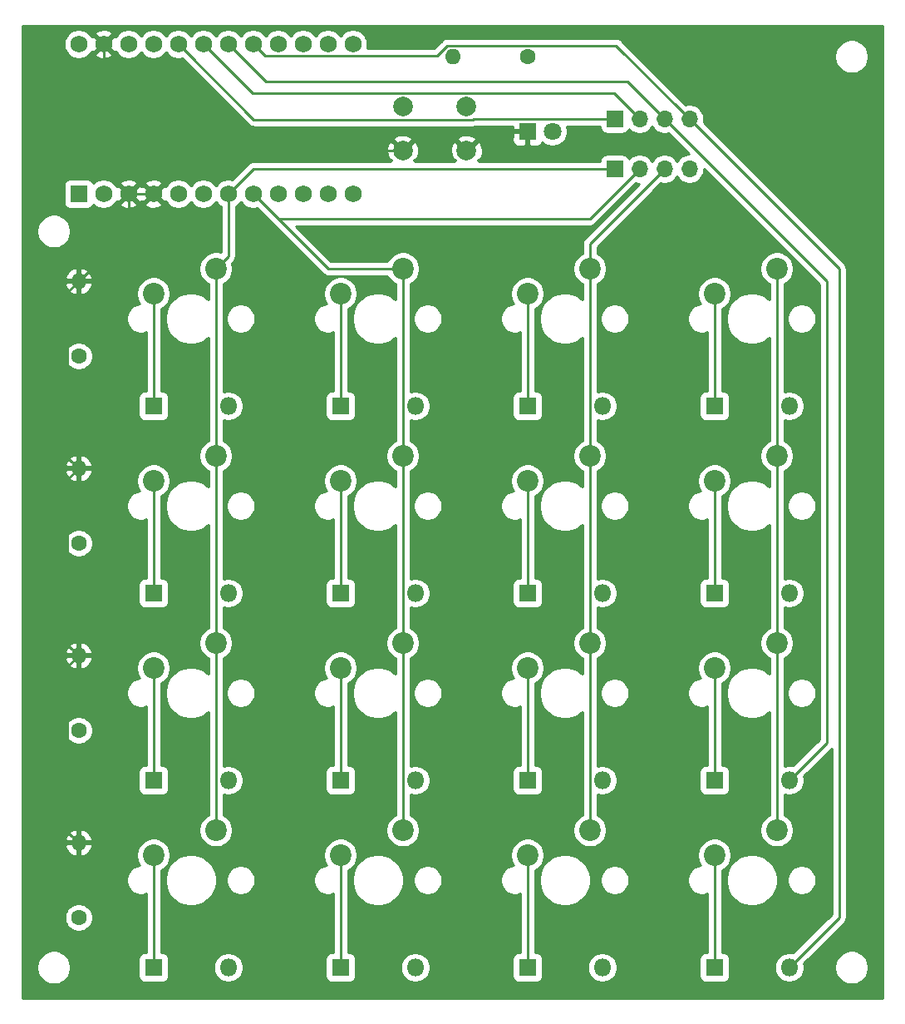
<source format=gtl>
G04 #@! TF.GenerationSoftware,KiCad,Pcbnew,(5.1.5)-3*
G04 #@! TF.CreationDate,2019-12-27T06:25:41+09:00*
G04 #@! TF.ProjectId,MidiKey16,4d696469-4b65-4793-9136-2e6b69636164,rev?*
G04 #@! TF.SameCoordinates,Original*
G04 #@! TF.FileFunction,Copper,L1,Top*
G04 #@! TF.FilePolarity,Positive*
%FSLAX46Y46*%
G04 Gerber Fmt 4.6, Leading zero omitted, Abs format (unit mm)*
G04 Created by KiCad (PCBNEW (5.1.5)-3) date 2019-12-27 06:25:41*
%MOMM*%
%LPD*%
G04 APERTURE LIST*
%ADD10O,1.800000X1.800000*%
%ADD11R,1.800000X1.800000*%
%ADD12C,1.800000*%
%ADD13R,1.700000X1.700000*%
%ADD14O,1.700000X1.700000*%
%ADD15O,1.600000X1.600000*%
%ADD16C,1.600000*%
%ADD17C,2.200000*%
%ADD18R,1.752600X1.752600*%
%ADD19C,1.752600*%
%ADD20C,2.000000*%
%ADD21C,0.250000*%
%ADD22C,0.254000*%
G04 APERTURE END LIST*
D10*
X59690000Y-91440000D03*
D11*
X52070000Y-91440000D03*
D10*
X59690000Y-110490000D03*
D11*
X52070000Y-110490000D03*
D10*
X59690000Y-129540000D03*
D11*
X52070000Y-129540000D03*
D10*
X59690000Y-148590000D03*
D11*
X52070000Y-148590000D03*
X71120000Y-91440000D03*
D10*
X78740000Y-91440000D03*
D11*
X71120000Y-110490000D03*
D10*
X78740000Y-110490000D03*
D11*
X71120000Y-129540000D03*
D10*
X78740000Y-129540000D03*
D11*
X71120000Y-148590000D03*
D10*
X78740000Y-148590000D03*
X97790000Y-91440000D03*
D11*
X90170000Y-91440000D03*
D10*
X97790000Y-110490000D03*
D11*
X90170000Y-110490000D03*
D10*
X97790000Y-129540000D03*
D11*
X90170000Y-129540000D03*
D10*
X97790000Y-148590000D03*
D11*
X90170000Y-148590000D03*
X109220000Y-91440000D03*
D10*
X116840000Y-91440000D03*
D11*
X109220000Y-110490000D03*
D10*
X116840000Y-110490000D03*
D11*
X109220000Y-129540000D03*
D10*
X116840000Y-129540000D03*
D11*
X109220000Y-148590000D03*
D10*
X116840000Y-148590000D03*
D11*
X90170000Y-63500000D03*
D12*
X92710000Y-63500000D03*
D13*
X99060000Y-67310000D03*
D14*
X101600000Y-67310000D03*
X104140000Y-67310000D03*
X106680000Y-67310000D03*
X106680000Y-62230000D03*
X104140000Y-62230000D03*
X101600000Y-62230000D03*
D13*
X99060000Y-62230000D03*
D15*
X44450000Y-78740000D03*
D16*
X44450000Y-86360000D03*
D15*
X44450000Y-97790000D03*
D16*
X44450000Y-105410000D03*
X44450000Y-124460000D03*
D15*
X44450000Y-116840000D03*
D16*
X44450000Y-143510000D03*
D15*
X44450000Y-135890000D03*
D16*
X90170000Y-55880000D03*
D15*
X82550000Y-55880000D03*
D17*
X58420000Y-77470000D03*
X52070000Y-80010000D03*
X58420000Y-96520000D03*
X52070000Y-99060000D03*
X58420000Y-115570000D03*
X52070000Y-118110000D03*
X58420000Y-134620000D03*
X52070000Y-137160000D03*
X71120000Y-80010000D03*
X77470000Y-77470000D03*
X77470000Y-96520000D03*
X71120000Y-99060000D03*
X71120000Y-118110000D03*
X77470000Y-115570000D03*
X71120000Y-137160000D03*
X77470000Y-134620000D03*
X96520000Y-77470000D03*
X90170000Y-80010000D03*
X96520000Y-96520000D03*
X90170000Y-99060000D03*
X96520000Y-115570000D03*
X90170000Y-118110000D03*
X96520000Y-134620000D03*
X90170000Y-137160000D03*
X109220000Y-80010000D03*
X115570000Y-77470000D03*
X109220000Y-99060000D03*
X115570000Y-96520000D03*
X109220000Y-118110000D03*
X115570000Y-115570000D03*
X109220000Y-137160000D03*
X115570000Y-134620000D03*
D18*
X44450000Y-69850000D03*
D19*
X46990000Y-69850000D03*
X49530000Y-69850000D03*
X52070000Y-69850000D03*
X54610000Y-69850000D03*
X57150000Y-69850000D03*
X59690000Y-69850000D03*
X62230000Y-69850000D03*
X64770000Y-69850000D03*
X67310000Y-69850000D03*
X69850000Y-69850000D03*
X72390000Y-69850000D03*
X72390000Y-54610000D03*
X69850000Y-54610000D03*
X67310000Y-54610000D03*
X64770000Y-54610000D03*
X62230000Y-54610000D03*
X59690000Y-54610000D03*
X57150000Y-54610000D03*
X54610000Y-54610000D03*
X52070000Y-54610000D03*
X49530000Y-54610000D03*
X46990000Y-54610000D03*
X44450000Y-54610000D03*
D20*
X77470000Y-65460000D03*
X77470000Y-60960000D03*
X83970000Y-65460000D03*
X83970000Y-60960000D03*
D21*
X55486299Y-55486299D02*
X54610000Y-54610000D01*
X84606001Y-62285001D02*
X62285001Y-62285001D01*
X62285001Y-62285001D02*
X55486299Y-55486299D01*
X84661002Y-62230000D02*
X84606001Y-62285001D01*
X99060000Y-62230000D02*
X84661002Y-62230000D01*
X52070000Y-83019002D02*
X52070000Y-91440000D01*
X52070000Y-80010000D02*
X52070000Y-83019002D01*
X101600000Y-62230000D02*
X99004999Y-59634999D01*
X62174999Y-59634999D02*
X57150000Y-54610000D01*
X99004999Y-59634999D02*
X62174999Y-59634999D01*
X52070000Y-110490000D02*
X52070000Y-99060000D01*
X59690000Y-54610000D02*
X63500000Y-58420000D01*
X100330000Y-58420000D02*
X104140000Y-62230000D01*
X63500000Y-58420000D02*
X100330000Y-58420000D01*
X120650000Y-125730000D02*
X116840000Y-129540000D01*
X104140000Y-62230000D02*
X120650000Y-78740000D01*
X120650000Y-78740000D02*
X120650000Y-125730000D01*
X52070000Y-118110000D02*
X52070000Y-129540000D01*
X105830001Y-61380001D02*
X106680000Y-62230000D01*
X99204999Y-54754999D02*
X105830001Y-61380001D01*
X82009999Y-54754999D02*
X99204999Y-54754999D01*
X80953697Y-55811301D02*
X82009999Y-54754999D01*
X63431301Y-55811301D02*
X80953697Y-55811301D01*
X62230000Y-54610000D02*
X63431301Y-55811301D01*
X106680000Y-62230000D02*
X121920000Y-77470000D01*
X121920000Y-143510000D02*
X116840000Y-148590000D01*
X121920000Y-77470000D02*
X121920000Y-143510000D01*
X52070000Y-137160000D02*
X52070000Y-148590000D01*
X71120000Y-80010000D02*
X71120000Y-91440000D01*
X71120000Y-99060000D02*
X71120000Y-110490000D01*
X71120000Y-118110000D02*
X71120000Y-129540000D01*
X71120000Y-137160000D02*
X71120000Y-148590000D01*
X90170000Y-80010000D02*
X90170000Y-91440000D01*
X90170000Y-99060000D02*
X90170000Y-110490000D01*
X90170000Y-118110000D02*
X90170000Y-129540000D01*
X90170000Y-137160000D02*
X90170000Y-148590000D01*
X109220000Y-80010000D02*
X109220000Y-91440000D01*
X109220000Y-99060000D02*
X109220000Y-110490000D01*
X109220000Y-118110000D02*
X109220000Y-129540000D01*
X109220000Y-137160000D02*
X109220000Y-148590000D01*
X46990000Y-67310000D02*
X49530000Y-69850000D01*
X46990000Y-54610000D02*
X46990000Y-67310000D01*
X49530000Y-69850000D02*
X52070000Y-69850000D01*
X49530000Y-73660000D02*
X44450000Y-78740000D01*
X49530000Y-69850000D02*
X49530000Y-73660000D01*
X43650001Y-96990001D02*
X44450000Y-97790000D01*
X43324999Y-96664999D02*
X43650001Y-96990001D01*
X43324999Y-79865001D02*
X43324999Y-96664999D01*
X44450000Y-78740000D02*
X43324999Y-79865001D01*
X43324999Y-115714999D02*
X43650001Y-116040001D01*
X43650001Y-116040001D02*
X44450000Y-116840000D01*
X43324999Y-98915001D02*
X43324999Y-115714999D01*
X44450000Y-97790000D02*
X43324999Y-98915001D01*
X43324999Y-134764999D02*
X43650001Y-135090001D01*
X43650001Y-135090001D02*
X44450000Y-135890000D01*
X43324999Y-117965001D02*
X43324999Y-134764999D01*
X44450000Y-116840000D02*
X43324999Y-117965001D01*
X56460000Y-65460000D02*
X52070000Y-69850000D01*
X77470000Y-65460000D02*
X56460000Y-65460000D01*
X58420000Y-91983002D02*
X58420000Y-96520000D01*
X58420000Y-77470000D02*
X58420000Y-91983002D01*
X58420000Y-111033002D02*
X58420000Y-115570000D01*
X58420000Y-96520000D02*
X58420000Y-111033002D01*
X58420000Y-134620000D02*
X58420000Y-115570000D01*
X62230000Y-67310000D02*
X99060000Y-67310000D01*
X59690000Y-69850000D02*
X62230000Y-67310000D01*
X59690000Y-76200000D02*
X58420000Y-77470000D01*
X59690000Y-69850000D02*
X59690000Y-76200000D01*
X77470000Y-91983002D02*
X77470000Y-96520000D01*
X77470000Y-77470000D02*
X77470000Y-91983002D01*
X77470000Y-96520000D02*
X77470000Y-115570000D01*
X77470000Y-115570000D02*
X77470000Y-134620000D01*
X101600000Y-67310000D02*
X96520000Y-72390000D01*
X64770000Y-72390000D02*
X62230000Y-69850000D01*
X96520000Y-72390000D02*
X64770000Y-72390000D01*
X69850000Y-77470000D02*
X77470000Y-77470000D01*
X62230000Y-69850000D02*
X69850000Y-77470000D01*
X96520000Y-77470000D02*
X96520000Y-96520000D01*
X96520000Y-111033002D02*
X96520000Y-115570000D01*
X96520000Y-96520000D02*
X96520000Y-111033002D01*
X96520000Y-115570000D02*
X96520000Y-134620000D01*
X96520000Y-74930000D02*
X104140000Y-67310000D01*
X96520000Y-77470000D02*
X96520000Y-74930000D01*
X115570000Y-91983002D02*
X115570000Y-96520000D01*
X115570000Y-77470000D02*
X115570000Y-91983002D01*
X115570000Y-107406998D02*
X115570000Y-115570000D01*
X115570000Y-96520000D02*
X115570000Y-107406998D01*
X115570000Y-115570000D02*
X115570000Y-134620000D01*
D22*
G36*
X126340001Y-151740000D02*
G01*
X38760000Y-151740000D01*
X38760000Y-148419117D01*
X40175000Y-148419117D01*
X40175000Y-148760883D01*
X40241675Y-149096081D01*
X40372463Y-149411831D01*
X40562337Y-149695998D01*
X40804002Y-149937663D01*
X41088169Y-150127537D01*
X41403919Y-150258325D01*
X41739117Y-150325000D01*
X42080883Y-150325000D01*
X42416081Y-150258325D01*
X42731831Y-150127537D01*
X43015998Y-149937663D01*
X43257663Y-149695998D01*
X43447537Y-149411831D01*
X43578325Y-149096081D01*
X43645000Y-148760883D01*
X43645000Y-148419117D01*
X43578325Y-148083919D01*
X43447537Y-147768169D01*
X43257663Y-147484002D01*
X43015998Y-147242337D01*
X42731831Y-147052463D01*
X42416081Y-146921675D01*
X42080883Y-146855000D01*
X41739117Y-146855000D01*
X41403919Y-146921675D01*
X41088169Y-147052463D01*
X40804002Y-147242337D01*
X40562337Y-147484002D01*
X40372463Y-147768169D01*
X40241675Y-148083919D01*
X40175000Y-148419117D01*
X38760000Y-148419117D01*
X38760000Y-143368665D01*
X43015000Y-143368665D01*
X43015000Y-143651335D01*
X43070147Y-143928574D01*
X43178320Y-144189727D01*
X43335363Y-144424759D01*
X43535241Y-144624637D01*
X43770273Y-144781680D01*
X44031426Y-144889853D01*
X44308665Y-144945000D01*
X44591335Y-144945000D01*
X44868574Y-144889853D01*
X45129727Y-144781680D01*
X45364759Y-144624637D01*
X45564637Y-144424759D01*
X45721680Y-144189727D01*
X45829853Y-143928574D01*
X45885000Y-143651335D01*
X45885000Y-143368665D01*
X45829853Y-143091426D01*
X45721680Y-142830273D01*
X45564637Y-142595241D01*
X45364759Y-142395363D01*
X45129727Y-142238320D01*
X44868574Y-142130147D01*
X44591335Y-142075000D01*
X44308665Y-142075000D01*
X44031426Y-142130147D01*
X43770273Y-142238320D01*
X43535241Y-142395363D01*
X43335363Y-142595241D01*
X43178320Y-142830273D01*
X43070147Y-143091426D01*
X43015000Y-143368665D01*
X38760000Y-143368665D01*
X38760000Y-139553740D01*
X49315000Y-139553740D01*
X49315000Y-139846260D01*
X49372068Y-140133158D01*
X49484010Y-140403411D01*
X49646525Y-140646632D01*
X49853368Y-140853475D01*
X50096589Y-141015990D01*
X50366842Y-141127932D01*
X50653740Y-141185000D01*
X50946260Y-141185000D01*
X51233158Y-141127932D01*
X51310000Y-141096103D01*
X51310001Y-147051928D01*
X51170000Y-147051928D01*
X51045518Y-147064188D01*
X50925820Y-147100498D01*
X50815506Y-147159463D01*
X50718815Y-147238815D01*
X50639463Y-147335506D01*
X50580498Y-147445820D01*
X50544188Y-147565518D01*
X50531928Y-147690000D01*
X50531928Y-149490000D01*
X50544188Y-149614482D01*
X50580498Y-149734180D01*
X50639463Y-149844494D01*
X50718815Y-149941185D01*
X50815506Y-150020537D01*
X50925820Y-150079502D01*
X51045518Y-150115812D01*
X51170000Y-150128072D01*
X52970000Y-150128072D01*
X53094482Y-150115812D01*
X53214180Y-150079502D01*
X53324494Y-150020537D01*
X53421185Y-149941185D01*
X53500537Y-149844494D01*
X53559502Y-149734180D01*
X53595812Y-149614482D01*
X53608072Y-149490000D01*
X53608072Y-148438816D01*
X58155000Y-148438816D01*
X58155000Y-148741184D01*
X58213989Y-149037743D01*
X58329701Y-149317095D01*
X58497688Y-149568505D01*
X58711495Y-149782312D01*
X58962905Y-149950299D01*
X59242257Y-150066011D01*
X59538816Y-150125000D01*
X59841184Y-150125000D01*
X60137743Y-150066011D01*
X60417095Y-149950299D01*
X60668505Y-149782312D01*
X60882312Y-149568505D01*
X61050299Y-149317095D01*
X61166011Y-149037743D01*
X61225000Y-148741184D01*
X61225000Y-148438816D01*
X61166011Y-148142257D01*
X61050299Y-147862905D01*
X60882312Y-147611495D01*
X60668505Y-147397688D01*
X60417095Y-147229701D01*
X60137743Y-147113989D01*
X59841184Y-147055000D01*
X59538816Y-147055000D01*
X59242257Y-147113989D01*
X58962905Y-147229701D01*
X58711495Y-147397688D01*
X58497688Y-147611495D01*
X58329701Y-147862905D01*
X58213989Y-148142257D01*
X58155000Y-148438816D01*
X53608072Y-148438816D01*
X53608072Y-147690000D01*
X53595812Y-147565518D01*
X53559502Y-147445820D01*
X53500537Y-147335506D01*
X53421185Y-147238815D01*
X53324494Y-147159463D01*
X53214180Y-147100498D01*
X53094482Y-147064188D01*
X52970000Y-147051928D01*
X52830000Y-147051928D01*
X52830000Y-139440475D01*
X53245000Y-139440475D01*
X53245000Y-139959525D01*
X53346261Y-140468601D01*
X53544893Y-140948141D01*
X53833262Y-141379715D01*
X54200285Y-141746738D01*
X54631859Y-142035107D01*
X55111399Y-142233739D01*
X55620475Y-142335000D01*
X56139525Y-142335000D01*
X56648601Y-142233739D01*
X57128141Y-142035107D01*
X57559715Y-141746738D01*
X57926738Y-141379715D01*
X58215107Y-140948141D01*
X58413739Y-140468601D01*
X58515000Y-139959525D01*
X58515000Y-139553740D01*
X59475000Y-139553740D01*
X59475000Y-139846260D01*
X59532068Y-140133158D01*
X59644010Y-140403411D01*
X59806525Y-140646632D01*
X60013368Y-140853475D01*
X60256589Y-141015990D01*
X60526842Y-141127932D01*
X60813740Y-141185000D01*
X61106260Y-141185000D01*
X61393158Y-141127932D01*
X61663411Y-141015990D01*
X61906632Y-140853475D01*
X62113475Y-140646632D01*
X62275990Y-140403411D01*
X62387932Y-140133158D01*
X62445000Y-139846260D01*
X62445000Y-139553740D01*
X68365000Y-139553740D01*
X68365000Y-139846260D01*
X68422068Y-140133158D01*
X68534010Y-140403411D01*
X68696525Y-140646632D01*
X68903368Y-140853475D01*
X69146589Y-141015990D01*
X69416842Y-141127932D01*
X69703740Y-141185000D01*
X69996260Y-141185000D01*
X70283158Y-141127932D01*
X70360000Y-141096103D01*
X70360001Y-147051928D01*
X70220000Y-147051928D01*
X70095518Y-147064188D01*
X69975820Y-147100498D01*
X69865506Y-147159463D01*
X69768815Y-147238815D01*
X69689463Y-147335506D01*
X69630498Y-147445820D01*
X69594188Y-147565518D01*
X69581928Y-147690000D01*
X69581928Y-149490000D01*
X69594188Y-149614482D01*
X69630498Y-149734180D01*
X69689463Y-149844494D01*
X69768815Y-149941185D01*
X69865506Y-150020537D01*
X69975820Y-150079502D01*
X70095518Y-150115812D01*
X70220000Y-150128072D01*
X72020000Y-150128072D01*
X72144482Y-150115812D01*
X72264180Y-150079502D01*
X72374494Y-150020537D01*
X72471185Y-149941185D01*
X72550537Y-149844494D01*
X72609502Y-149734180D01*
X72645812Y-149614482D01*
X72658072Y-149490000D01*
X72658072Y-148438816D01*
X77205000Y-148438816D01*
X77205000Y-148741184D01*
X77263989Y-149037743D01*
X77379701Y-149317095D01*
X77547688Y-149568505D01*
X77761495Y-149782312D01*
X78012905Y-149950299D01*
X78292257Y-150066011D01*
X78588816Y-150125000D01*
X78891184Y-150125000D01*
X79187743Y-150066011D01*
X79467095Y-149950299D01*
X79718505Y-149782312D01*
X79932312Y-149568505D01*
X80100299Y-149317095D01*
X80216011Y-149037743D01*
X80275000Y-148741184D01*
X80275000Y-148438816D01*
X80216011Y-148142257D01*
X80100299Y-147862905D01*
X79932312Y-147611495D01*
X79718505Y-147397688D01*
X79467095Y-147229701D01*
X79187743Y-147113989D01*
X78891184Y-147055000D01*
X78588816Y-147055000D01*
X78292257Y-147113989D01*
X78012905Y-147229701D01*
X77761495Y-147397688D01*
X77547688Y-147611495D01*
X77379701Y-147862905D01*
X77263989Y-148142257D01*
X77205000Y-148438816D01*
X72658072Y-148438816D01*
X72658072Y-147690000D01*
X72645812Y-147565518D01*
X72609502Y-147445820D01*
X72550537Y-147335506D01*
X72471185Y-147238815D01*
X72374494Y-147159463D01*
X72264180Y-147100498D01*
X72144482Y-147064188D01*
X72020000Y-147051928D01*
X71880000Y-147051928D01*
X71880000Y-139440475D01*
X72295000Y-139440475D01*
X72295000Y-139959525D01*
X72396261Y-140468601D01*
X72594893Y-140948141D01*
X72883262Y-141379715D01*
X73250285Y-141746738D01*
X73681859Y-142035107D01*
X74161399Y-142233739D01*
X74670475Y-142335000D01*
X75189525Y-142335000D01*
X75698601Y-142233739D01*
X76178141Y-142035107D01*
X76609715Y-141746738D01*
X76976738Y-141379715D01*
X77265107Y-140948141D01*
X77463739Y-140468601D01*
X77565000Y-139959525D01*
X77565000Y-139553740D01*
X78525000Y-139553740D01*
X78525000Y-139846260D01*
X78582068Y-140133158D01*
X78694010Y-140403411D01*
X78856525Y-140646632D01*
X79063368Y-140853475D01*
X79306589Y-141015990D01*
X79576842Y-141127932D01*
X79863740Y-141185000D01*
X80156260Y-141185000D01*
X80443158Y-141127932D01*
X80713411Y-141015990D01*
X80956632Y-140853475D01*
X81163475Y-140646632D01*
X81325990Y-140403411D01*
X81437932Y-140133158D01*
X81495000Y-139846260D01*
X81495000Y-139553740D01*
X87415000Y-139553740D01*
X87415000Y-139846260D01*
X87472068Y-140133158D01*
X87584010Y-140403411D01*
X87746525Y-140646632D01*
X87953368Y-140853475D01*
X88196589Y-141015990D01*
X88466842Y-141127932D01*
X88753740Y-141185000D01*
X89046260Y-141185000D01*
X89333158Y-141127932D01*
X89410000Y-141096103D01*
X89410001Y-147051928D01*
X89270000Y-147051928D01*
X89145518Y-147064188D01*
X89025820Y-147100498D01*
X88915506Y-147159463D01*
X88818815Y-147238815D01*
X88739463Y-147335506D01*
X88680498Y-147445820D01*
X88644188Y-147565518D01*
X88631928Y-147690000D01*
X88631928Y-149490000D01*
X88644188Y-149614482D01*
X88680498Y-149734180D01*
X88739463Y-149844494D01*
X88818815Y-149941185D01*
X88915506Y-150020537D01*
X89025820Y-150079502D01*
X89145518Y-150115812D01*
X89270000Y-150128072D01*
X91070000Y-150128072D01*
X91194482Y-150115812D01*
X91314180Y-150079502D01*
X91424494Y-150020537D01*
X91521185Y-149941185D01*
X91600537Y-149844494D01*
X91659502Y-149734180D01*
X91695812Y-149614482D01*
X91708072Y-149490000D01*
X91708072Y-148438816D01*
X96255000Y-148438816D01*
X96255000Y-148741184D01*
X96313989Y-149037743D01*
X96429701Y-149317095D01*
X96597688Y-149568505D01*
X96811495Y-149782312D01*
X97062905Y-149950299D01*
X97342257Y-150066011D01*
X97638816Y-150125000D01*
X97941184Y-150125000D01*
X98237743Y-150066011D01*
X98517095Y-149950299D01*
X98768505Y-149782312D01*
X98982312Y-149568505D01*
X99150299Y-149317095D01*
X99266011Y-149037743D01*
X99325000Y-148741184D01*
X99325000Y-148438816D01*
X99266011Y-148142257D01*
X99150299Y-147862905D01*
X98982312Y-147611495D01*
X98768505Y-147397688D01*
X98517095Y-147229701D01*
X98237743Y-147113989D01*
X97941184Y-147055000D01*
X97638816Y-147055000D01*
X97342257Y-147113989D01*
X97062905Y-147229701D01*
X96811495Y-147397688D01*
X96597688Y-147611495D01*
X96429701Y-147862905D01*
X96313989Y-148142257D01*
X96255000Y-148438816D01*
X91708072Y-148438816D01*
X91708072Y-147690000D01*
X91695812Y-147565518D01*
X91659502Y-147445820D01*
X91600537Y-147335506D01*
X91521185Y-147238815D01*
X91424494Y-147159463D01*
X91314180Y-147100498D01*
X91194482Y-147064188D01*
X91070000Y-147051928D01*
X90930000Y-147051928D01*
X90930000Y-139440475D01*
X91345000Y-139440475D01*
X91345000Y-139959525D01*
X91446261Y-140468601D01*
X91644893Y-140948141D01*
X91933262Y-141379715D01*
X92300285Y-141746738D01*
X92731859Y-142035107D01*
X93211399Y-142233739D01*
X93720475Y-142335000D01*
X94239525Y-142335000D01*
X94748601Y-142233739D01*
X95228141Y-142035107D01*
X95659715Y-141746738D01*
X96026738Y-141379715D01*
X96315107Y-140948141D01*
X96513739Y-140468601D01*
X96615000Y-139959525D01*
X96615000Y-139553740D01*
X97575000Y-139553740D01*
X97575000Y-139846260D01*
X97632068Y-140133158D01*
X97744010Y-140403411D01*
X97906525Y-140646632D01*
X98113368Y-140853475D01*
X98356589Y-141015990D01*
X98626842Y-141127932D01*
X98913740Y-141185000D01*
X99206260Y-141185000D01*
X99493158Y-141127932D01*
X99763411Y-141015990D01*
X100006632Y-140853475D01*
X100213475Y-140646632D01*
X100375990Y-140403411D01*
X100487932Y-140133158D01*
X100545000Y-139846260D01*
X100545000Y-139553740D01*
X106465000Y-139553740D01*
X106465000Y-139846260D01*
X106522068Y-140133158D01*
X106634010Y-140403411D01*
X106796525Y-140646632D01*
X107003368Y-140853475D01*
X107246589Y-141015990D01*
X107516842Y-141127932D01*
X107803740Y-141185000D01*
X108096260Y-141185000D01*
X108383158Y-141127932D01*
X108460000Y-141096103D01*
X108460001Y-147051928D01*
X108320000Y-147051928D01*
X108195518Y-147064188D01*
X108075820Y-147100498D01*
X107965506Y-147159463D01*
X107868815Y-147238815D01*
X107789463Y-147335506D01*
X107730498Y-147445820D01*
X107694188Y-147565518D01*
X107681928Y-147690000D01*
X107681928Y-149490000D01*
X107694188Y-149614482D01*
X107730498Y-149734180D01*
X107789463Y-149844494D01*
X107868815Y-149941185D01*
X107965506Y-150020537D01*
X108075820Y-150079502D01*
X108195518Y-150115812D01*
X108320000Y-150128072D01*
X110120000Y-150128072D01*
X110244482Y-150115812D01*
X110364180Y-150079502D01*
X110474494Y-150020537D01*
X110571185Y-149941185D01*
X110650537Y-149844494D01*
X110709502Y-149734180D01*
X110745812Y-149614482D01*
X110758072Y-149490000D01*
X110758072Y-147690000D01*
X110745812Y-147565518D01*
X110709502Y-147445820D01*
X110650537Y-147335506D01*
X110571185Y-147238815D01*
X110474494Y-147159463D01*
X110364180Y-147100498D01*
X110244482Y-147064188D01*
X110120000Y-147051928D01*
X109980000Y-147051928D01*
X109980000Y-139440475D01*
X110395000Y-139440475D01*
X110395000Y-139959525D01*
X110496261Y-140468601D01*
X110694893Y-140948141D01*
X110983262Y-141379715D01*
X111350285Y-141746738D01*
X111781859Y-142035107D01*
X112261399Y-142233739D01*
X112770475Y-142335000D01*
X113289525Y-142335000D01*
X113798601Y-142233739D01*
X114278141Y-142035107D01*
X114709715Y-141746738D01*
X115076738Y-141379715D01*
X115365107Y-140948141D01*
X115563739Y-140468601D01*
X115665000Y-139959525D01*
X115665000Y-139553740D01*
X116625000Y-139553740D01*
X116625000Y-139846260D01*
X116682068Y-140133158D01*
X116794010Y-140403411D01*
X116956525Y-140646632D01*
X117163368Y-140853475D01*
X117406589Y-141015990D01*
X117676842Y-141127932D01*
X117963740Y-141185000D01*
X118256260Y-141185000D01*
X118543158Y-141127932D01*
X118813411Y-141015990D01*
X119056632Y-140853475D01*
X119263475Y-140646632D01*
X119425990Y-140403411D01*
X119537932Y-140133158D01*
X119595000Y-139846260D01*
X119595000Y-139553740D01*
X119537932Y-139266842D01*
X119425990Y-138996589D01*
X119263475Y-138753368D01*
X119056632Y-138546525D01*
X118813411Y-138384010D01*
X118543158Y-138272068D01*
X118256260Y-138215000D01*
X117963740Y-138215000D01*
X117676842Y-138272068D01*
X117406589Y-138384010D01*
X117163368Y-138546525D01*
X116956525Y-138753368D01*
X116794010Y-138996589D01*
X116682068Y-139266842D01*
X116625000Y-139553740D01*
X115665000Y-139553740D01*
X115665000Y-139440475D01*
X115563739Y-138931399D01*
X115365107Y-138451859D01*
X115076738Y-138020285D01*
X114709715Y-137653262D01*
X114278141Y-137364893D01*
X113798601Y-137166261D01*
X113289525Y-137065000D01*
X112770475Y-137065000D01*
X112261399Y-137166261D01*
X111781859Y-137364893D01*
X111350285Y-137653262D01*
X110983262Y-138020285D01*
X110694893Y-138451859D01*
X110496261Y-138931399D01*
X110395000Y-139440475D01*
X109980000Y-139440475D01*
X109980000Y-138723148D01*
X110041831Y-138697537D01*
X110325998Y-138507663D01*
X110567663Y-138265998D01*
X110757537Y-137981831D01*
X110888325Y-137666081D01*
X110955000Y-137330883D01*
X110955000Y-136989117D01*
X110888325Y-136653919D01*
X110757537Y-136338169D01*
X110567663Y-136054002D01*
X110325998Y-135812337D01*
X110041831Y-135622463D01*
X109726081Y-135491675D01*
X109390883Y-135425000D01*
X109049117Y-135425000D01*
X108713919Y-135491675D01*
X108398169Y-135622463D01*
X108114002Y-135812337D01*
X107872337Y-136054002D01*
X107682463Y-136338169D01*
X107551675Y-136653919D01*
X107485000Y-136989117D01*
X107485000Y-137330883D01*
X107551675Y-137666081D01*
X107682463Y-137981831D01*
X107838261Y-138215000D01*
X107803740Y-138215000D01*
X107516842Y-138272068D01*
X107246589Y-138384010D01*
X107003368Y-138546525D01*
X106796525Y-138753368D01*
X106634010Y-138996589D01*
X106522068Y-139266842D01*
X106465000Y-139553740D01*
X100545000Y-139553740D01*
X100487932Y-139266842D01*
X100375990Y-138996589D01*
X100213475Y-138753368D01*
X100006632Y-138546525D01*
X99763411Y-138384010D01*
X99493158Y-138272068D01*
X99206260Y-138215000D01*
X98913740Y-138215000D01*
X98626842Y-138272068D01*
X98356589Y-138384010D01*
X98113368Y-138546525D01*
X97906525Y-138753368D01*
X97744010Y-138996589D01*
X97632068Y-139266842D01*
X97575000Y-139553740D01*
X96615000Y-139553740D01*
X96615000Y-139440475D01*
X96513739Y-138931399D01*
X96315107Y-138451859D01*
X96026738Y-138020285D01*
X95659715Y-137653262D01*
X95228141Y-137364893D01*
X94748601Y-137166261D01*
X94239525Y-137065000D01*
X93720475Y-137065000D01*
X93211399Y-137166261D01*
X92731859Y-137364893D01*
X92300285Y-137653262D01*
X91933262Y-138020285D01*
X91644893Y-138451859D01*
X91446261Y-138931399D01*
X91345000Y-139440475D01*
X90930000Y-139440475D01*
X90930000Y-138723148D01*
X90991831Y-138697537D01*
X91275998Y-138507663D01*
X91517663Y-138265998D01*
X91707537Y-137981831D01*
X91838325Y-137666081D01*
X91905000Y-137330883D01*
X91905000Y-136989117D01*
X91838325Y-136653919D01*
X91707537Y-136338169D01*
X91517663Y-136054002D01*
X91275998Y-135812337D01*
X90991831Y-135622463D01*
X90676081Y-135491675D01*
X90340883Y-135425000D01*
X89999117Y-135425000D01*
X89663919Y-135491675D01*
X89348169Y-135622463D01*
X89064002Y-135812337D01*
X88822337Y-136054002D01*
X88632463Y-136338169D01*
X88501675Y-136653919D01*
X88435000Y-136989117D01*
X88435000Y-137330883D01*
X88501675Y-137666081D01*
X88632463Y-137981831D01*
X88788261Y-138215000D01*
X88753740Y-138215000D01*
X88466842Y-138272068D01*
X88196589Y-138384010D01*
X87953368Y-138546525D01*
X87746525Y-138753368D01*
X87584010Y-138996589D01*
X87472068Y-139266842D01*
X87415000Y-139553740D01*
X81495000Y-139553740D01*
X81437932Y-139266842D01*
X81325990Y-138996589D01*
X81163475Y-138753368D01*
X80956632Y-138546525D01*
X80713411Y-138384010D01*
X80443158Y-138272068D01*
X80156260Y-138215000D01*
X79863740Y-138215000D01*
X79576842Y-138272068D01*
X79306589Y-138384010D01*
X79063368Y-138546525D01*
X78856525Y-138753368D01*
X78694010Y-138996589D01*
X78582068Y-139266842D01*
X78525000Y-139553740D01*
X77565000Y-139553740D01*
X77565000Y-139440475D01*
X77463739Y-138931399D01*
X77265107Y-138451859D01*
X76976738Y-138020285D01*
X76609715Y-137653262D01*
X76178141Y-137364893D01*
X75698601Y-137166261D01*
X75189525Y-137065000D01*
X74670475Y-137065000D01*
X74161399Y-137166261D01*
X73681859Y-137364893D01*
X73250285Y-137653262D01*
X72883262Y-138020285D01*
X72594893Y-138451859D01*
X72396261Y-138931399D01*
X72295000Y-139440475D01*
X71880000Y-139440475D01*
X71880000Y-138723148D01*
X71941831Y-138697537D01*
X72225998Y-138507663D01*
X72467663Y-138265998D01*
X72657537Y-137981831D01*
X72788325Y-137666081D01*
X72855000Y-137330883D01*
X72855000Y-136989117D01*
X72788325Y-136653919D01*
X72657537Y-136338169D01*
X72467663Y-136054002D01*
X72225998Y-135812337D01*
X71941831Y-135622463D01*
X71626081Y-135491675D01*
X71290883Y-135425000D01*
X70949117Y-135425000D01*
X70613919Y-135491675D01*
X70298169Y-135622463D01*
X70014002Y-135812337D01*
X69772337Y-136054002D01*
X69582463Y-136338169D01*
X69451675Y-136653919D01*
X69385000Y-136989117D01*
X69385000Y-137330883D01*
X69451675Y-137666081D01*
X69582463Y-137981831D01*
X69738261Y-138215000D01*
X69703740Y-138215000D01*
X69416842Y-138272068D01*
X69146589Y-138384010D01*
X68903368Y-138546525D01*
X68696525Y-138753368D01*
X68534010Y-138996589D01*
X68422068Y-139266842D01*
X68365000Y-139553740D01*
X62445000Y-139553740D01*
X62387932Y-139266842D01*
X62275990Y-138996589D01*
X62113475Y-138753368D01*
X61906632Y-138546525D01*
X61663411Y-138384010D01*
X61393158Y-138272068D01*
X61106260Y-138215000D01*
X60813740Y-138215000D01*
X60526842Y-138272068D01*
X60256589Y-138384010D01*
X60013368Y-138546525D01*
X59806525Y-138753368D01*
X59644010Y-138996589D01*
X59532068Y-139266842D01*
X59475000Y-139553740D01*
X58515000Y-139553740D01*
X58515000Y-139440475D01*
X58413739Y-138931399D01*
X58215107Y-138451859D01*
X57926738Y-138020285D01*
X57559715Y-137653262D01*
X57128141Y-137364893D01*
X56648601Y-137166261D01*
X56139525Y-137065000D01*
X55620475Y-137065000D01*
X55111399Y-137166261D01*
X54631859Y-137364893D01*
X54200285Y-137653262D01*
X53833262Y-138020285D01*
X53544893Y-138451859D01*
X53346261Y-138931399D01*
X53245000Y-139440475D01*
X52830000Y-139440475D01*
X52830000Y-138723148D01*
X52891831Y-138697537D01*
X53175998Y-138507663D01*
X53417663Y-138265998D01*
X53607537Y-137981831D01*
X53738325Y-137666081D01*
X53805000Y-137330883D01*
X53805000Y-136989117D01*
X53738325Y-136653919D01*
X53607537Y-136338169D01*
X53417663Y-136054002D01*
X53175998Y-135812337D01*
X52891831Y-135622463D01*
X52576081Y-135491675D01*
X52240883Y-135425000D01*
X51899117Y-135425000D01*
X51563919Y-135491675D01*
X51248169Y-135622463D01*
X50964002Y-135812337D01*
X50722337Y-136054002D01*
X50532463Y-136338169D01*
X50401675Y-136653919D01*
X50335000Y-136989117D01*
X50335000Y-137330883D01*
X50401675Y-137666081D01*
X50532463Y-137981831D01*
X50688261Y-138215000D01*
X50653740Y-138215000D01*
X50366842Y-138272068D01*
X50096589Y-138384010D01*
X49853368Y-138546525D01*
X49646525Y-138753368D01*
X49484010Y-138996589D01*
X49372068Y-139266842D01*
X49315000Y-139553740D01*
X38760000Y-139553740D01*
X38760000Y-136239040D01*
X43058091Y-136239040D01*
X43152930Y-136503881D01*
X43297615Y-136745131D01*
X43486586Y-136953519D01*
X43712580Y-137121037D01*
X43966913Y-137241246D01*
X44100961Y-137281904D01*
X44323000Y-137159915D01*
X44323000Y-136017000D01*
X44577000Y-136017000D01*
X44577000Y-137159915D01*
X44799039Y-137281904D01*
X44933087Y-137241246D01*
X45187420Y-137121037D01*
X45413414Y-136953519D01*
X45602385Y-136745131D01*
X45747070Y-136503881D01*
X45841909Y-136239040D01*
X45720624Y-136017000D01*
X44577000Y-136017000D01*
X44323000Y-136017000D01*
X43179376Y-136017000D01*
X43058091Y-136239040D01*
X38760000Y-136239040D01*
X38760000Y-135540960D01*
X43058091Y-135540960D01*
X43179376Y-135763000D01*
X44323000Y-135763000D01*
X44323000Y-134620085D01*
X44577000Y-134620085D01*
X44577000Y-135763000D01*
X45720624Y-135763000D01*
X45841909Y-135540960D01*
X45747070Y-135276119D01*
X45602385Y-135034869D01*
X45413414Y-134826481D01*
X45187420Y-134658963D01*
X44933087Y-134538754D01*
X44799039Y-134498096D01*
X44577000Y-134620085D01*
X44323000Y-134620085D01*
X44100961Y-134498096D01*
X43966913Y-134538754D01*
X43712580Y-134658963D01*
X43486586Y-134826481D01*
X43297615Y-135034869D01*
X43152930Y-135276119D01*
X43058091Y-135540960D01*
X38760000Y-135540960D01*
X38760000Y-124318665D01*
X43015000Y-124318665D01*
X43015000Y-124601335D01*
X43070147Y-124878574D01*
X43178320Y-125139727D01*
X43335363Y-125374759D01*
X43535241Y-125574637D01*
X43770273Y-125731680D01*
X44031426Y-125839853D01*
X44308665Y-125895000D01*
X44591335Y-125895000D01*
X44868574Y-125839853D01*
X45129727Y-125731680D01*
X45364759Y-125574637D01*
X45564637Y-125374759D01*
X45721680Y-125139727D01*
X45829853Y-124878574D01*
X45885000Y-124601335D01*
X45885000Y-124318665D01*
X45829853Y-124041426D01*
X45721680Y-123780273D01*
X45564637Y-123545241D01*
X45364759Y-123345363D01*
X45129727Y-123188320D01*
X44868574Y-123080147D01*
X44591335Y-123025000D01*
X44308665Y-123025000D01*
X44031426Y-123080147D01*
X43770273Y-123188320D01*
X43535241Y-123345363D01*
X43335363Y-123545241D01*
X43178320Y-123780273D01*
X43070147Y-124041426D01*
X43015000Y-124318665D01*
X38760000Y-124318665D01*
X38760000Y-120503740D01*
X49315000Y-120503740D01*
X49315000Y-120796260D01*
X49372068Y-121083158D01*
X49484010Y-121353411D01*
X49646525Y-121596632D01*
X49853368Y-121803475D01*
X50096589Y-121965990D01*
X50366842Y-122077932D01*
X50653740Y-122135000D01*
X50946260Y-122135000D01*
X51233158Y-122077932D01*
X51310000Y-122046103D01*
X51310001Y-128001928D01*
X51170000Y-128001928D01*
X51045518Y-128014188D01*
X50925820Y-128050498D01*
X50815506Y-128109463D01*
X50718815Y-128188815D01*
X50639463Y-128285506D01*
X50580498Y-128395820D01*
X50544188Y-128515518D01*
X50531928Y-128640000D01*
X50531928Y-130440000D01*
X50544188Y-130564482D01*
X50580498Y-130684180D01*
X50639463Y-130794494D01*
X50718815Y-130891185D01*
X50815506Y-130970537D01*
X50925820Y-131029502D01*
X51045518Y-131065812D01*
X51170000Y-131078072D01*
X52970000Y-131078072D01*
X53094482Y-131065812D01*
X53214180Y-131029502D01*
X53324494Y-130970537D01*
X53421185Y-130891185D01*
X53500537Y-130794494D01*
X53559502Y-130684180D01*
X53595812Y-130564482D01*
X53608072Y-130440000D01*
X53608072Y-128640000D01*
X53595812Y-128515518D01*
X53559502Y-128395820D01*
X53500537Y-128285506D01*
X53421185Y-128188815D01*
X53324494Y-128109463D01*
X53214180Y-128050498D01*
X53094482Y-128014188D01*
X52970000Y-128001928D01*
X52830000Y-128001928D01*
X52830000Y-119673148D01*
X52891831Y-119647537D01*
X53175998Y-119457663D01*
X53417663Y-119215998D01*
X53607537Y-118931831D01*
X53738325Y-118616081D01*
X53805000Y-118280883D01*
X53805000Y-117939117D01*
X53738325Y-117603919D01*
X53607537Y-117288169D01*
X53417663Y-117004002D01*
X53175998Y-116762337D01*
X52891831Y-116572463D01*
X52576081Y-116441675D01*
X52240883Y-116375000D01*
X51899117Y-116375000D01*
X51563919Y-116441675D01*
X51248169Y-116572463D01*
X50964002Y-116762337D01*
X50722337Y-117004002D01*
X50532463Y-117288169D01*
X50401675Y-117603919D01*
X50335000Y-117939117D01*
X50335000Y-118280883D01*
X50401675Y-118616081D01*
X50532463Y-118931831D01*
X50688261Y-119165000D01*
X50653740Y-119165000D01*
X50366842Y-119222068D01*
X50096589Y-119334010D01*
X49853368Y-119496525D01*
X49646525Y-119703368D01*
X49484010Y-119946589D01*
X49372068Y-120216842D01*
X49315000Y-120503740D01*
X38760000Y-120503740D01*
X38760000Y-117189040D01*
X43058091Y-117189040D01*
X43152930Y-117453881D01*
X43297615Y-117695131D01*
X43486586Y-117903519D01*
X43712580Y-118071037D01*
X43966913Y-118191246D01*
X44100961Y-118231904D01*
X44323000Y-118109915D01*
X44323000Y-116967000D01*
X44577000Y-116967000D01*
X44577000Y-118109915D01*
X44799039Y-118231904D01*
X44933087Y-118191246D01*
X45187420Y-118071037D01*
X45413414Y-117903519D01*
X45602385Y-117695131D01*
X45747070Y-117453881D01*
X45841909Y-117189040D01*
X45720624Y-116967000D01*
X44577000Y-116967000D01*
X44323000Y-116967000D01*
X43179376Y-116967000D01*
X43058091Y-117189040D01*
X38760000Y-117189040D01*
X38760000Y-116490960D01*
X43058091Y-116490960D01*
X43179376Y-116713000D01*
X44323000Y-116713000D01*
X44323000Y-115570085D01*
X44577000Y-115570085D01*
X44577000Y-116713000D01*
X45720624Y-116713000D01*
X45841909Y-116490960D01*
X45747070Y-116226119D01*
X45602385Y-115984869D01*
X45413414Y-115776481D01*
X45187420Y-115608963D01*
X44933087Y-115488754D01*
X44799039Y-115448096D01*
X44577000Y-115570085D01*
X44323000Y-115570085D01*
X44100961Y-115448096D01*
X43966913Y-115488754D01*
X43712580Y-115608963D01*
X43486586Y-115776481D01*
X43297615Y-115984869D01*
X43152930Y-116226119D01*
X43058091Y-116490960D01*
X38760000Y-116490960D01*
X38760000Y-105268665D01*
X43015000Y-105268665D01*
X43015000Y-105551335D01*
X43070147Y-105828574D01*
X43178320Y-106089727D01*
X43335363Y-106324759D01*
X43535241Y-106524637D01*
X43770273Y-106681680D01*
X44031426Y-106789853D01*
X44308665Y-106845000D01*
X44591335Y-106845000D01*
X44868574Y-106789853D01*
X45129727Y-106681680D01*
X45364759Y-106524637D01*
X45564637Y-106324759D01*
X45721680Y-106089727D01*
X45829853Y-105828574D01*
X45885000Y-105551335D01*
X45885000Y-105268665D01*
X45829853Y-104991426D01*
X45721680Y-104730273D01*
X45564637Y-104495241D01*
X45364759Y-104295363D01*
X45129727Y-104138320D01*
X44868574Y-104030147D01*
X44591335Y-103975000D01*
X44308665Y-103975000D01*
X44031426Y-104030147D01*
X43770273Y-104138320D01*
X43535241Y-104295363D01*
X43335363Y-104495241D01*
X43178320Y-104730273D01*
X43070147Y-104991426D01*
X43015000Y-105268665D01*
X38760000Y-105268665D01*
X38760000Y-101453740D01*
X49315000Y-101453740D01*
X49315000Y-101746260D01*
X49372068Y-102033158D01*
X49484010Y-102303411D01*
X49646525Y-102546632D01*
X49853368Y-102753475D01*
X50096589Y-102915990D01*
X50366842Y-103027932D01*
X50653740Y-103085000D01*
X50946260Y-103085000D01*
X51233158Y-103027932D01*
X51310001Y-102996103D01*
X51310000Y-108951928D01*
X51170000Y-108951928D01*
X51045518Y-108964188D01*
X50925820Y-109000498D01*
X50815506Y-109059463D01*
X50718815Y-109138815D01*
X50639463Y-109235506D01*
X50580498Y-109345820D01*
X50544188Y-109465518D01*
X50531928Y-109590000D01*
X50531928Y-111390000D01*
X50544188Y-111514482D01*
X50580498Y-111634180D01*
X50639463Y-111744494D01*
X50718815Y-111841185D01*
X50815506Y-111920537D01*
X50925820Y-111979502D01*
X51045518Y-112015812D01*
X51170000Y-112028072D01*
X52970000Y-112028072D01*
X53094482Y-112015812D01*
X53214180Y-111979502D01*
X53324494Y-111920537D01*
X53421185Y-111841185D01*
X53500537Y-111744494D01*
X53559502Y-111634180D01*
X53595812Y-111514482D01*
X53608072Y-111390000D01*
X53608072Y-109590000D01*
X53595812Y-109465518D01*
X53559502Y-109345820D01*
X53500537Y-109235506D01*
X53421185Y-109138815D01*
X53324494Y-109059463D01*
X53214180Y-109000498D01*
X53094482Y-108964188D01*
X52970000Y-108951928D01*
X52830000Y-108951928D01*
X52830000Y-100623148D01*
X52891831Y-100597537D01*
X53175998Y-100407663D01*
X53417663Y-100165998D01*
X53607537Y-99881831D01*
X53738325Y-99566081D01*
X53805000Y-99230883D01*
X53805000Y-98889117D01*
X53738325Y-98553919D01*
X53607537Y-98238169D01*
X53417663Y-97954002D01*
X53175998Y-97712337D01*
X52891831Y-97522463D01*
X52576081Y-97391675D01*
X52240883Y-97325000D01*
X51899117Y-97325000D01*
X51563919Y-97391675D01*
X51248169Y-97522463D01*
X50964002Y-97712337D01*
X50722337Y-97954002D01*
X50532463Y-98238169D01*
X50401675Y-98553919D01*
X50335000Y-98889117D01*
X50335000Y-99230883D01*
X50401675Y-99566081D01*
X50532463Y-99881831D01*
X50688261Y-100115000D01*
X50653740Y-100115000D01*
X50366842Y-100172068D01*
X50096589Y-100284010D01*
X49853368Y-100446525D01*
X49646525Y-100653368D01*
X49484010Y-100896589D01*
X49372068Y-101166842D01*
X49315000Y-101453740D01*
X38760000Y-101453740D01*
X38760000Y-98139040D01*
X43058091Y-98139040D01*
X43152930Y-98403881D01*
X43297615Y-98645131D01*
X43486586Y-98853519D01*
X43712580Y-99021037D01*
X43966913Y-99141246D01*
X44100961Y-99181904D01*
X44323000Y-99059915D01*
X44323000Y-97917000D01*
X44577000Y-97917000D01*
X44577000Y-99059915D01*
X44799039Y-99181904D01*
X44933087Y-99141246D01*
X45187420Y-99021037D01*
X45413414Y-98853519D01*
X45602385Y-98645131D01*
X45747070Y-98403881D01*
X45841909Y-98139040D01*
X45720624Y-97917000D01*
X44577000Y-97917000D01*
X44323000Y-97917000D01*
X43179376Y-97917000D01*
X43058091Y-98139040D01*
X38760000Y-98139040D01*
X38760000Y-97440960D01*
X43058091Y-97440960D01*
X43179376Y-97663000D01*
X44323000Y-97663000D01*
X44323000Y-96520085D01*
X44577000Y-96520085D01*
X44577000Y-97663000D01*
X45720624Y-97663000D01*
X45841909Y-97440960D01*
X45747070Y-97176119D01*
X45602385Y-96934869D01*
X45413414Y-96726481D01*
X45187420Y-96558963D01*
X44933087Y-96438754D01*
X44799039Y-96398096D01*
X44577000Y-96520085D01*
X44323000Y-96520085D01*
X44100961Y-96398096D01*
X43966913Y-96438754D01*
X43712580Y-96558963D01*
X43486586Y-96726481D01*
X43297615Y-96934869D01*
X43152930Y-97176119D01*
X43058091Y-97440960D01*
X38760000Y-97440960D01*
X38760000Y-86218665D01*
X43015000Y-86218665D01*
X43015000Y-86501335D01*
X43070147Y-86778574D01*
X43178320Y-87039727D01*
X43335363Y-87274759D01*
X43535241Y-87474637D01*
X43770273Y-87631680D01*
X44031426Y-87739853D01*
X44308665Y-87795000D01*
X44591335Y-87795000D01*
X44868574Y-87739853D01*
X45129727Y-87631680D01*
X45364759Y-87474637D01*
X45564637Y-87274759D01*
X45721680Y-87039727D01*
X45829853Y-86778574D01*
X45885000Y-86501335D01*
X45885000Y-86218665D01*
X45829853Y-85941426D01*
X45721680Y-85680273D01*
X45564637Y-85445241D01*
X45364759Y-85245363D01*
X45129727Y-85088320D01*
X44868574Y-84980147D01*
X44591335Y-84925000D01*
X44308665Y-84925000D01*
X44031426Y-84980147D01*
X43770273Y-85088320D01*
X43535241Y-85245363D01*
X43335363Y-85445241D01*
X43178320Y-85680273D01*
X43070147Y-85941426D01*
X43015000Y-86218665D01*
X38760000Y-86218665D01*
X38760000Y-82403740D01*
X49315000Y-82403740D01*
X49315000Y-82696260D01*
X49372068Y-82983158D01*
X49484010Y-83253411D01*
X49646525Y-83496632D01*
X49853368Y-83703475D01*
X50096589Y-83865990D01*
X50366842Y-83977932D01*
X50653740Y-84035000D01*
X50946260Y-84035000D01*
X51233158Y-83977932D01*
X51310000Y-83946103D01*
X51310001Y-89901928D01*
X51170000Y-89901928D01*
X51045518Y-89914188D01*
X50925820Y-89950498D01*
X50815506Y-90009463D01*
X50718815Y-90088815D01*
X50639463Y-90185506D01*
X50580498Y-90295820D01*
X50544188Y-90415518D01*
X50531928Y-90540000D01*
X50531928Y-92340000D01*
X50544188Y-92464482D01*
X50580498Y-92584180D01*
X50639463Y-92694494D01*
X50718815Y-92791185D01*
X50815506Y-92870537D01*
X50925820Y-92929502D01*
X51045518Y-92965812D01*
X51170000Y-92978072D01*
X52970000Y-92978072D01*
X53094482Y-92965812D01*
X53214180Y-92929502D01*
X53324494Y-92870537D01*
X53421185Y-92791185D01*
X53500537Y-92694494D01*
X53559502Y-92584180D01*
X53595812Y-92464482D01*
X53608072Y-92340000D01*
X53608072Y-90540000D01*
X53595812Y-90415518D01*
X53559502Y-90295820D01*
X53500537Y-90185506D01*
X53421185Y-90088815D01*
X53324494Y-90009463D01*
X53214180Y-89950498D01*
X53094482Y-89914188D01*
X52970000Y-89901928D01*
X52830000Y-89901928D01*
X52830000Y-81573148D01*
X52891831Y-81547537D01*
X53175998Y-81357663D01*
X53417663Y-81115998D01*
X53607537Y-80831831D01*
X53738325Y-80516081D01*
X53805000Y-80180883D01*
X53805000Y-79839117D01*
X53738325Y-79503919D01*
X53607537Y-79188169D01*
X53417663Y-78904002D01*
X53175998Y-78662337D01*
X52891831Y-78472463D01*
X52576081Y-78341675D01*
X52240883Y-78275000D01*
X51899117Y-78275000D01*
X51563919Y-78341675D01*
X51248169Y-78472463D01*
X50964002Y-78662337D01*
X50722337Y-78904002D01*
X50532463Y-79188169D01*
X50401675Y-79503919D01*
X50335000Y-79839117D01*
X50335000Y-80180883D01*
X50401675Y-80516081D01*
X50532463Y-80831831D01*
X50688261Y-81065000D01*
X50653740Y-81065000D01*
X50366842Y-81122068D01*
X50096589Y-81234010D01*
X49853368Y-81396525D01*
X49646525Y-81603368D01*
X49484010Y-81846589D01*
X49372068Y-82116842D01*
X49315000Y-82403740D01*
X38760000Y-82403740D01*
X38760000Y-79089040D01*
X43058091Y-79089040D01*
X43152930Y-79353881D01*
X43297615Y-79595131D01*
X43486586Y-79803519D01*
X43712580Y-79971037D01*
X43966913Y-80091246D01*
X44100961Y-80131904D01*
X44323000Y-80009915D01*
X44323000Y-78867000D01*
X44577000Y-78867000D01*
X44577000Y-80009915D01*
X44799039Y-80131904D01*
X44933087Y-80091246D01*
X45187420Y-79971037D01*
X45413414Y-79803519D01*
X45602385Y-79595131D01*
X45747070Y-79353881D01*
X45841909Y-79089040D01*
X45720624Y-78867000D01*
X44577000Y-78867000D01*
X44323000Y-78867000D01*
X43179376Y-78867000D01*
X43058091Y-79089040D01*
X38760000Y-79089040D01*
X38760000Y-78390960D01*
X43058091Y-78390960D01*
X43179376Y-78613000D01*
X44323000Y-78613000D01*
X44323000Y-77470085D01*
X44577000Y-77470085D01*
X44577000Y-78613000D01*
X45720624Y-78613000D01*
X45841909Y-78390960D01*
X45747070Y-78126119D01*
X45602385Y-77884869D01*
X45413414Y-77676481D01*
X45187420Y-77508963D01*
X44933087Y-77388754D01*
X44799039Y-77348096D01*
X44577000Y-77470085D01*
X44323000Y-77470085D01*
X44100961Y-77348096D01*
X43966913Y-77388754D01*
X43712580Y-77508963D01*
X43486586Y-77676481D01*
X43297615Y-77884869D01*
X43152930Y-78126119D01*
X43058091Y-78390960D01*
X38760000Y-78390960D01*
X38760000Y-73489117D01*
X40175000Y-73489117D01*
X40175000Y-73830883D01*
X40241675Y-74166081D01*
X40372463Y-74481831D01*
X40562337Y-74765998D01*
X40804002Y-75007663D01*
X41088169Y-75197537D01*
X41403919Y-75328325D01*
X41739117Y-75395000D01*
X42080883Y-75395000D01*
X42416081Y-75328325D01*
X42731831Y-75197537D01*
X43015998Y-75007663D01*
X43257663Y-74765998D01*
X43447537Y-74481831D01*
X43578325Y-74166081D01*
X43645000Y-73830883D01*
X43645000Y-73489117D01*
X43578325Y-73153919D01*
X43447537Y-72838169D01*
X43257663Y-72554002D01*
X43015998Y-72312337D01*
X42731831Y-72122463D01*
X42416081Y-71991675D01*
X42080883Y-71925000D01*
X41739117Y-71925000D01*
X41403919Y-71991675D01*
X41088169Y-72122463D01*
X40804002Y-72312337D01*
X40562337Y-72554002D01*
X40372463Y-72838169D01*
X40241675Y-73153919D01*
X40175000Y-73489117D01*
X38760000Y-73489117D01*
X38760000Y-68973700D01*
X42935628Y-68973700D01*
X42935628Y-70726300D01*
X42947888Y-70850782D01*
X42984198Y-70970480D01*
X43043163Y-71080794D01*
X43122515Y-71177485D01*
X43219206Y-71256837D01*
X43329520Y-71315802D01*
X43449218Y-71352112D01*
X43573700Y-71364372D01*
X45326300Y-71364372D01*
X45450782Y-71352112D01*
X45570480Y-71315802D01*
X45680794Y-71256837D01*
X45777485Y-71177485D01*
X45856837Y-71080794D01*
X45915802Y-70970480D01*
X45929156Y-70926458D01*
X46026602Y-71023904D01*
X46274131Y-71189297D01*
X46549170Y-71303222D01*
X46841150Y-71361300D01*
X47138850Y-71361300D01*
X47430830Y-71303222D01*
X47705869Y-71189297D01*
X47953398Y-71023904D01*
X48080133Y-70897169D01*
X48662437Y-70897169D01*
X48743254Y-71148929D01*
X49011779Y-71277457D01*
X49300219Y-71351129D01*
X49597491Y-71367113D01*
X49892167Y-71324796D01*
X50172927Y-71225802D01*
X50316746Y-71148929D01*
X50397563Y-70897169D01*
X51202437Y-70897169D01*
X51283254Y-71148929D01*
X51551779Y-71277457D01*
X51840219Y-71351129D01*
X52137491Y-71367113D01*
X52432167Y-71324796D01*
X52712927Y-71225802D01*
X52856746Y-71148929D01*
X52937563Y-70897169D01*
X52070000Y-70029605D01*
X51202437Y-70897169D01*
X50397563Y-70897169D01*
X49530000Y-70029605D01*
X48662437Y-70897169D01*
X48080133Y-70897169D01*
X48163904Y-70813398D01*
X48272955Y-70650191D01*
X48482831Y-70717563D01*
X49350395Y-69850000D01*
X49709605Y-69850000D01*
X50577169Y-70717563D01*
X50800000Y-70646032D01*
X51022831Y-70717563D01*
X51890395Y-69850000D01*
X51022831Y-68982437D01*
X50800000Y-69053968D01*
X50577169Y-68982437D01*
X49709605Y-69850000D01*
X49350395Y-69850000D01*
X48482831Y-68982437D01*
X48272955Y-69049809D01*
X48163904Y-68886602D01*
X48080133Y-68802831D01*
X48662437Y-68802831D01*
X49530000Y-69670395D01*
X50397563Y-68802831D01*
X51202437Y-68802831D01*
X52070000Y-69670395D01*
X52937563Y-68802831D01*
X52856746Y-68551071D01*
X52588221Y-68422543D01*
X52299781Y-68348871D01*
X52002509Y-68332887D01*
X51707833Y-68375204D01*
X51427073Y-68474198D01*
X51283254Y-68551071D01*
X51202437Y-68802831D01*
X50397563Y-68802831D01*
X50316746Y-68551071D01*
X50048221Y-68422543D01*
X49759781Y-68348871D01*
X49462509Y-68332887D01*
X49167833Y-68375204D01*
X48887073Y-68474198D01*
X48743254Y-68551071D01*
X48662437Y-68802831D01*
X48080133Y-68802831D01*
X47953398Y-68676096D01*
X47705869Y-68510703D01*
X47430830Y-68396778D01*
X47138850Y-68338700D01*
X46841150Y-68338700D01*
X46549170Y-68396778D01*
X46274131Y-68510703D01*
X46026602Y-68676096D01*
X45929156Y-68773542D01*
X45915802Y-68729520D01*
X45856837Y-68619206D01*
X45777485Y-68522515D01*
X45680794Y-68443163D01*
X45570480Y-68384198D01*
X45450782Y-68347888D01*
X45326300Y-68335628D01*
X43573700Y-68335628D01*
X43449218Y-68347888D01*
X43329520Y-68384198D01*
X43219206Y-68443163D01*
X43122515Y-68522515D01*
X43043163Y-68619206D01*
X42984198Y-68729520D01*
X42947888Y-68849218D01*
X42935628Y-68973700D01*
X38760000Y-68973700D01*
X38760000Y-64324587D01*
X76514192Y-64324587D01*
X77470000Y-65280395D01*
X78425808Y-64324587D01*
X83014192Y-64324587D01*
X83970000Y-65280395D01*
X84850395Y-64400000D01*
X88631928Y-64400000D01*
X88644188Y-64524482D01*
X88680498Y-64644180D01*
X88739463Y-64754494D01*
X88818815Y-64851185D01*
X88915506Y-64930537D01*
X89025820Y-64989502D01*
X89145518Y-65025812D01*
X89270000Y-65038072D01*
X89884250Y-65035000D01*
X90043000Y-64876250D01*
X90043000Y-63627000D01*
X88793750Y-63627000D01*
X88635000Y-63785750D01*
X88631928Y-64400000D01*
X84850395Y-64400000D01*
X84925808Y-64324587D01*
X84830044Y-64060186D01*
X84540429Y-63919296D01*
X84228892Y-63837616D01*
X83907405Y-63818282D01*
X83588325Y-63862039D01*
X83283912Y-63967205D01*
X83109956Y-64060186D01*
X83014192Y-64324587D01*
X78425808Y-64324587D01*
X78330044Y-64060186D01*
X78040429Y-63919296D01*
X77728892Y-63837616D01*
X77407405Y-63818282D01*
X77088325Y-63862039D01*
X76783912Y-63967205D01*
X76609956Y-64060186D01*
X76514192Y-64324587D01*
X38760000Y-64324587D01*
X38760000Y-54461150D01*
X42938700Y-54461150D01*
X42938700Y-54758850D01*
X42996778Y-55050830D01*
X43110703Y-55325869D01*
X43276096Y-55573398D01*
X43486602Y-55783904D01*
X43734131Y-55949297D01*
X44009170Y-56063222D01*
X44301150Y-56121300D01*
X44598850Y-56121300D01*
X44890830Y-56063222D01*
X45165869Y-55949297D01*
X45413398Y-55783904D01*
X45540133Y-55657169D01*
X46122437Y-55657169D01*
X46203254Y-55908929D01*
X46471779Y-56037457D01*
X46760219Y-56111129D01*
X47057491Y-56127113D01*
X47352167Y-56084796D01*
X47632927Y-55985802D01*
X47776746Y-55908929D01*
X47857563Y-55657169D01*
X46990000Y-54789605D01*
X46122437Y-55657169D01*
X45540133Y-55657169D01*
X45623904Y-55573398D01*
X45732955Y-55410191D01*
X45942831Y-55477563D01*
X46810395Y-54610000D01*
X47169605Y-54610000D01*
X48037169Y-55477563D01*
X48247045Y-55410191D01*
X48356096Y-55573398D01*
X48566602Y-55783904D01*
X48814131Y-55949297D01*
X49089170Y-56063222D01*
X49381150Y-56121300D01*
X49678850Y-56121300D01*
X49970830Y-56063222D01*
X50245869Y-55949297D01*
X50493398Y-55783904D01*
X50703904Y-55573398D01*
X50800000Y-55429580D01*
X50896096Y-55573398D01*
X51106602Y-55783904D01*
X51354131Y-55949297D01*
X51629170Y-56063222D01*
X51921150Y-56121300D01*
X52218850Y-56121300D01*
X52510830Y-56063222D01*
X52785869Y-55949297D01*
X53033398Y-55783904D01*
X53243904Y-55573398D01*
X53340000Y-55429580D01*
X53436096Y-55573398D01*
X53646602Y-55783904D01*
X53894131Y-55949297D01*
X54169170Y-56063222D01*
X54461150Y-56121300D01*
X54758850Y-56121300D01*
X54998775Y-56073576D01*
X61721202Y-62796004D01*
X61745000Y-62825002D01*
X61773998Y-62848800D01*
X61860725Y-62919975D01*
X61992754Y-62990547D01*
X62136015Y-63034004D01*
X62285001Y-63048678D01*
X62322334Y-63045001D01*
X84568679Y-63045001D01*
X84606001Y-63048677D01*
X84643323Y-63045001D01*
X84643334Y-63045001D01*
X84754987Y-63034004D01*
X84898248Y-62990547D01*
X84899271Y-62990000D01*
X88633878Y-62990000D01*
X88635000Y-63214250D01*
X88793750Y-63373000D01*
X90043000Y-63373000D01*
X90043000Y-63353000D01*
X90297000Y-63353000D01*
X90297000Y-63373000D01*
X90317000Y-63373000D01*
X90317000Y-63627000D01*
X90297000Y-63627000D01*
X90297000Y-64876250D01*
X90455750Y-65035000D01*
X91070000Y-65038072D01*
X91194482Y-65025812D01*
X91314180Y-64989502D01*
X91424494Y-64930537D01*
X91521185Y-64851185D01*
X91600537Y-64754494D01*
X91659502Y-64644180D01*
X91665056Y-64625873D01*
X91731495Y-64692312D01*
X91982905Y-64860299D01*
X92262257Y-64976011D01*
X92558816Y-65035000D01*
X92861184Y-65035000D01*
X93157743Y-64976011D01*
X93437095Y-64860299D01*
X93688505Y-64692312D01*
X93902312Y-64478505D01*
X94070299Y-64227095D01*
X94186011Y-63947743D01*
X94245000Y-63651184D01*
X94245000Y-63348816D01*
X94186011Y-63052257D01*
X94160223Y-62990000D01*
X97571928Y-62990000D01*
X97571928Y-63080000D01*
X97584188Y-63204482D01*
X97620498Y-63324180D01*
X97679463Y-63434494D01*
X97758815Y-63531185D01*
X97855506Y-63610537D01*
X97965820Y-63669502D01*
X98085518Y-63705812D01*
X98210000Y-63718072D01*
X99910000Y-63718072D01*
X100034482Y-63705812D01*
X100154180Y-63669502D01*
X100264494Y-63610537D01*
X100361185Y-63531185D01*
X100440537Y-63434494D01*
X100499502Y-63324180D01*
X100521513Y-63251620D01*
X100653368Y-63383475D01*
X100896589Y-63545990D01*
X101166842Y-63657932D01*
X101453740Y-63715000D01*
X101746260Y-63715000D01*
X102033158Y-63657932D01*
X102303411Y-63545990D01*
X102546632Y-63383475D01*
X102753475Y-63176632D01*
X102870000Y-63002240D01*
X102986525Y-63176632D01*
X103193368Y-63383475D01*
X103436589Y-63545990D01*
X103706842Y-63657932D01*
X103993740Y-63715000D01*
X104286260Y-63715000D01*
X104506408Y-63671209D01*
X106660199Y-65825000D01*
X106533740Y-65825000D01*
X106246842Y-65882068D01*
X105976589Y-65994010D01*
X105733368Y-66156525D01*
X105526525Y-66363368D01*
X105410000Y-66537760D01*
X105293475Y-66363368D01*
X105086632Y-66156525D01*
X104843411Y-65994010D01*
X104573158Y-65882068D01*
X104286260Y-65825000D01*
X103993740Y-65825000D01*
X103706842Y-65882068D01*
X103436589Y-65994010D01*
X103193368Y-66156525D01*
X102986525Y-66363368D01*
X102870000Y-66537760D01*
X102753475Y-66363368D01*
X102546632Y-66156525D01*
X102303411Y-65994010D01*
X102033158Y-65882068D01*
X101746260Y-65825000D01*
X101453740Y-65825000D01*
X101166842Y-65882068D01*
X100896589Y-65994010D01*
X100653368Y-66156525D01*
X100521513Y-66288380D01*
X100499502Y-66215820D01*
X100440537Y-66105506D01*
X100361185Y-66008815D01*
X100264494Y-65929463D01*
X100154180Y-65870498D01*
X100034482Y-65834188D01*
X99910000Y-65821928D01*
X98210000Y-65821928D01*
X98085518Y-65834188D01*
X97965820Y-65870498D01*
X97855506Y-65929463D01*
X97758815Y-66008815D01*
X97679463Y-66105506D01*
X97620498Y-66215820D01*
X97584188Y-66335518D01*
X97571928Y-66460000D01*
X97571928Y-66550000D01*
X85202558Y-66550000D01*
X85221083Y-66531475D01*
X85105415Y-66415807D01*
X85369814Y-66320044D01*
X85510704Y-66030429D01*
X85592384Y-65718892D01*
X85611718Y-65397405D01*
X85567961Y-65078325D01*
X85462795Y-64773912D01*
X85369814Y-64599956D01*
X85105413Y-64504192D01*
X84149605Y-65460000D01*
X84163748Y-65474143D01*
X83984143Y-65653748D01*
X83970000Y-65639605D01*
X83955858Y-65653748D01*
X83776253Y-65474143D01*
X83790395Y-65460000D01*
X82834587Y-64504192D01*
X82570186Y-64599956D01*
X82429296Y-64889571D01*
X82347616Y-65201108D01*
X82328282Y-65522595D01*
X82372039Y-65841675D01*
X82477205Y-66146088D01*
X82570186Y-66320044D01*
X82834585Y-66415807D01*
X82718917Y-66531475D01*
X82737442Y-66550000D01*
X78702558Y-66550000D01*
X78721083Y-66531475D01*
X78605415Y-66415807D01*
X78869814Y-66320044D01*
X79010704Y-66030429D01*
X79092384Y-65718892D01*
X79111718Y-65397405D01*
X79067961Y-65078325D01*
X78962795Y-64773912D01*
X78869814Y-64599956D01*
X78605413Y-64504192D01*
X77649605Y-65460000D01*
X77663748Y-65474143D01*
X77484143Y-65653748D01*
X77470000Y-65639605D01*
X77455858Y-65653748D01*
X77276253Y-65474143D01*
X77290395Y-65460000D01*
X76334587Y-64504192D01*
X76070186Y-64599956D01*
X75929296Y-64889571D01*
X75847616Y-65201108D01*
X75828282Y-65522595D01*
X75872039Y-65841675D01*
X75977205Y-66146088D01*
X76070186Y-66320044D01*
X76334585Y-66415807D01*
X76218917Y-66531475D01*
X76237442Y-66550000D01*
X62267322Y-66550000D01*
X62229999Y-66546324D01*
X62192676Y-66550000D01*
X62192667Y-66550000D01*
X62081014Y-66560997D01*
X61937753Y-66604454D01*
X61805724Y-66675026D01*
X61805722Y-66675027D01*
X61805723Y-66675027D01*
X61718996Y-66746201D01*
X61718992Y-66746205D01*
X61689999Y-66769999D01*
X61666205Y-66798992D01*
X60078775Y-68386424D01*
X59838850Y-68338700D01*
X59541150Y-68338700D01*
X59249170Y-68396778D01*
X58974131Y-68510703D01*
X58726602Y-68676096D01*
X58516096Y-68886602D01*
X58420000Y-69030420D01*
X58323904Y-68886602D01*
X58113398Y-68676096D01*
X57865869Y-68510703D01*
X57590830Y-68396778D01*
X57298850Y-68338700D01*
X57001150Y-68338700D01*
X56709170Y-68396778D01*
X56434131Y-68510703D01*
X56186602Y-68676096D01*
X55976096Y-68886602D01*
X55880000Y-69030420D01*
X55783904Y-68886602D01*
X55573398Y-68676096D01*
X55325869Y-68510703D01*
X55050830Y-68396778D01*
X54758850Y-68338700D01*
X54461150Y-68338700D01*
X54169170Y-68396778D01*
X53894131Y-68510703D01*
X53646602Y-68676096D01*
X53436096Y-68886602D01*
X53327045Y-69049809D01*
X53117169Y-68982437D01*
X52249605Y-69850000D01*
X53117169Y-70717563D01*
X53327045Y-70650191D01*
X53436096Y-70813398D01*
X53646602Y-71023904D01*
X53894131Y-71189297D01*
X54169170Y-71303222D01*
X54461150Y-71361300D01*
X54758850Y-71361300D01*
X55050830Y-71303222D01*
X55325869Y-71189297D01*
X55573398Y-71023904D01*
X55783904Y-70813398D01*
X55880000Y-70669580D01*
X55976096Y-70813398D01*
X56186602Y-71023904D01*
X56434131Y-71189297D01*
X56709170Y-71303222D01*
X57001150Y-71361300D01*
X57298850Y-71361300D01*
X57590830Y-71303222D01*
X57865869Y-71189297D01*
X58113398Y-71023904D01*
X58323904Y-70813398D01*
X58420000Y-70669580D01*
X58516096Y-70813398D01*
X58726602Y-71023904D01*
X58930000Y-71159810D01*
X58930001Y-75803299D01*
X58926081Y-75801675D01*
X58590883Y-75735000D01*
X58249117Y-75735000D01*
X57913919Y-75801675D01*
X57598169Y-75932463D01*
X57314002Y-76122337D01*
X57072337Y-76364002D01*
X56882463Y-76648169D01*
X56751675Y-76963919D01*
X56685000Y-77299117D01*
X56685000Y-77640883D01*
X56751675Y-77976081D01*
X56882463Y-78291831D01*
X57072337Y-78575998D01*
X57314002Y-78817663D01*
X57598169Y-79007537D01*
X57660000Y-79033148D01*
X57660000Y-80603547D01*
X57559715Y-80503262D01*
X57128141Y-80214893D01*
X56648601Y-80016261D01*
X56139525Y-79915000D01*
X55620475Y-79915000D01*
X55111399Y-80016261D01*
X54631859Y-80214893D01*
X54200285Y-80503262D01*
X53833262Y-80870285D01*
X53544893Y-81301859D01*
X53346261Y-81781399D01*
X53245000Y-82290475D01*
X53245000Y-82809525D01*
X53346261Y-83318601D01*
X53544893Y-83798141D01*
X53833262Y-84229715D01*
X54200285Y-84596738D01*
X54631859Y-84885107D01*
X55111399Y-85083739D01*
X55620475Y-85185000D01*
X56139525Y-85185000D01*
X56648601Y-85083739D01*
X57128141Y-84885107D01*
X57559715Y-84596738D01*
X57660000Y-84496453D01*
X57660001Y-91945660D01*
X57660000Y-91945670D01*
X57660001Y-94956851D01*
X57598169Y-94982463D01*
X57314002Y-95172337D01*
X57072337Y-95414002D01*
X56882463Y-95698169D01*
X56751675Y-96013919D01*
X56685000Y-96349117D01*
X56685000Y-96690883D01*
X56751675Y-97026081D01*
X56882463Y-97341831D01*
X57072337Y-97625998D01*
X57314002Y-97867663D01*
X57598169Y-98057537D01*
X57660000Y-98083148D01*
X57660000Y-99653547D01*
X57559715Y-99553262D01*
X57128141Y-99264893D01*
X56648601Y-99066261D01*
X56139525Y-98965000D01*
X55620475Y-98965000D01*
X55111399Y-99066261D01*
X54631859Y-99264893D01*
X54200285Y-99553262D01*
X53833262Y-99920285D01*
X53544893Y-100351859D01*
X53346261Y-100831399D01*
X53245000Y-101340475D01*
X53245000Y-101859525D01*
X53346261Y-102368601D01*
X53544893Y-102848141D01*
X53833262Y-103279715D01*
X54200285Y-103646738D01*
X54631859Y-103935107D01*
X55111399Y-104133739D01*
X55620475Y-104235000D01*
X56139525Y-104235000D01*
X56648601Y-104133739D01*
X57128141Y-103935107D01*
X57559715Y-103646738D01*
X57660000Y-103546453D01*
X57660001Y-110995660D01*
X57660000Y-110995670D01*
X57660001Y-114006851D01*
X57598169Y-114032463D01*
X57314002Y-114222337D01*
X57072337Y-114464002D01*
X56882463Y-114748169D01*
X56751675Y-115063919D01*
X56685000Y-115399117D01*
X56685000Y-115740883D01*
X56751675Y-116076081D01*
X56882463Y-116391831D01*
X57072337Y-116675998D01*
X57314002Y-116917663D01*
X57598169Y-117107537D01*
X57660001Y-117133149D01*
X57660001Y-118703548D01*
X57559715Y-118603262D01*
X57128141Y-118314893D01*
X56648601Y-118116261D01*
X56139525Y-118015000D01*
X55620475Y-118015000D01*
X55111399Y-118116261D01*
X54631859Y-118314893D01*
X54200285Y-118603262D01*
X53833262Y-118970285D01*
X53544893Y-119401859D01*
X53346261Y-119881399D01*
X53245000Y-120390475D01*
X53245000Y-120909525D01*
X53346261Y-121418601D01*
X53544893Y-121898141D01*
X53833262Y-122329715D01*
X54200285Y-122696738D01*
X54631859Y-122985107D01*
X55111399Y-123183739D01*
X55620475Y-123285000D01*
X56139525Y-123285000D01*
X56648601Y-123183739D01*
X57128141Y-122985107D01*
X57559715Y-122696738D01*
X57660001Y-122596452D01*
X57660000Y-133056852D01*
X57598169Y-133082463D01*
X57314002Y-133272337D01*
X57072337Y-133514002D01*
X56882463Y-133798169D01*
X56751675Y-134113919D01*
X56685000Y-134449117D01*
X56685000Y-134790883D01*
X56751675Y-135126081D01*
X56882463Y-135441831D01*
X57072337Y-135725998D01*
X57314002Y-135967663D01*
X57598169Y-136157537D01*
X57913919Y-136288325D01*
X58249117Y-136355000D01*
X58590883Y-136355000D01*
X58926081Y-136288325D01*
X59241831Y-136157537D01*
X59525998Y-135967663D01*
X59767663Y-135725998D01*
X59957537Y-135441831D01*
X60088325Y-135126081D01*
X60155000Y-134790883D01*
X60155000Y-134449117D01*
X60088325Y-134113919D01*
X59957537Y-133798169D01*
X59767663Y-133514002D01*
X59525998Y-133272337D01*
X59241831Y-133082463D01*
X59180000Y-133056852D01*
X59180000Y-130990223D01*
X59242257Y-131016011D01*
X59538816Y-131075000D01*
X59841184Y-131075000D01*
X60137743Y-131016011D01*
X60417095Y-130900299D01*
X60668505Y-130732312D01*
X60882312Y-130518505D01*
X61050299Y-130267095D01*
X61166011Y-129987743D01*
X61225000Y-129691184D01*
X61225000Y-129388816D01*
X61166011Y-129092257D01*
X61050299Y-128812905D01*
X60882312Y-128561495D01*
X60668505Y-128347688D01*
X60417095Y-128179701D01*
X60137743Y-128063989D01*
X59841184Y-128005000D01*
X59538816Y-128005000D01*
X59242257Y-128063989D01*
X59180000Y-128089777D01*
X59180000Y-120503740D01*
X59475000Y-120503740D01*
X59475000Y-120796260D01*
X59532068Y-121083158D01*
X59644010Y-121353411D01*
X59806525Y-121596632D01*
X60013368Y-121803475D01*
X60256589Y-121965990D01*
X60526842Y-122077932D01*
X60813740Y-122135000D01*
X61106260Y-122135000D01*
X61393158Y-122077932D01*
X61663411Y-121965990D01*
X61906632Y-121803475D01*
X62113475Y-121596632D01*
X62275990Y-121353411D01*
X62387932Y-121083158D01*
X62445000Y-120796260D01*
X62445000Y-120503740D01*
X68365000Y-120503740D01*
X68365000Y-120796260D01*
X68422068Y-121083158D01*
X68534010Y-121353411D01*
X68696525Y-121596632D01*
X68903368Y-121803475D01*
X69146589Y-121965990D01*
X69416842Y-122077932D01*
X69703740Y-122135000D01*
X69996260Y-122135000D01*
X70283158Y-122077932D01*
X70360000Y-122046103D01*
X70360001Y-128001928D01*
X70220000Y-128001928D01*
X70095518Y-128014188D01*
X69975820Y-128050498D01*
X69865506Y-128109463D01*
X69768815Y-128188815D01*
X69689463Y-128285506D01*
X69630498Y-128395820D01*
X69594188Y-128515518D01*
X69581928Y-128640000D01*
X69581928Y-130440000D01*
X69594188Y-130564482D01*
X69630498Y-130684180D01*
X69689463Y-130794494D01*
X69768815Y-130891185D01*
X69865506Y-130970537D01*
X69975820Y-131029502D01*
X70095518Y-131065812D01*
X70220000Y-131078072D01*
X72020000Y-131078072D01*
X72144482Y-131065812D01*
X72264180Y-131029502D01*
X72374494Y-130970537D01*
X72471185Y-130891185D01*
X72550537Y-130794494D01*
X72609502Y-130684180D01*
X72645812Y-130564482D01*
X72658072Y-130440000D01*
X72658072Y-128640000D01*
X72645812Y-128515518D01*
X72609502Y-128395820D01*
X72550537Y-128285506D01*
X72471185Y-128188815D01*
X72374494Y-128109463D01*
X72264180Y-128050498D01*
X72144482Y-128014188D01*
X72020000Y-128001928D01*
X71880000Y-128001928D01*
X71880000Y-119673148D01*
X71941831Y-119647537D01*
X72225998Y-119457663D01*
X72467663Y-119215998D01*
X72657537Y-118931831D01*
X72788325Y-118616081D01*
X72855000Y-118280883D01*
X72855000Y-117939117D01*
X72788325Y-117603919D01*
X72657537Y-117288169D01*
X72467663Y-117004002D01*
X72225998Y-116762337D01*
X71941831Y-116572463D01*
X71626081Y-116441675D01*
X71290883Y-116375000D01*
X70949117Y-116375000D01*
X70613919Y-116441675D01*
X70298169Y-116572463D01*
X70014002Y-116762337D01*
X69772337Y-117004002D01*
X69582463Y-117288169D01*
X69451675Y-117603919D01*
X69385000Y-117939117D01*
X69385000Y-118280883D01*
X69451675Y-118616081D01*
X69582463Y-118931831D01*
X69738261Y-119165000D01*
X69703740Y-119165000D01*
X69416842Y-119222068D01*
X69146589Y-119334010D01*
X68903368Y-119496525D01*
X68696525Y-119703368D01*
X68534010Y-119946589D01*
X68422068Y-120216842D01*
X68365000Y-120503740D01*
X62445000Y-120503740D01*
X62387932Y-120216842D01*
X62275990Y-119946589D01*
X62113475Y-119703368D01*
X61906632Y-119496525D01*
X61663411Y-119334010D01*
X61393158Y-119222068D01*
X61106260Y-119165000D01*
X60813740Y-119165000D01*
X60526842Y-119222068D01*
X60256589Y-119334010D01*
X60013368Y-119496525D01*
X59806525Y-119703368D01*
X59644010Y-119946589D01*
X59532068Y-120216842D01*
X59475000Y-120503740D01*
X59180000Y-120503740D01*
X59180000Y-117133148D01*
X59241831Y-117107537D01*
X59525998Y-116917663D01*
X59767663Y-116675998D01*
X59957537Y-116391831D01*
X60088325Y-116076081D01*
X60155000Y-115740883D01*
X60155000Y-115399117D01*
X60088325Y-115063919D01*
X59957537Y-114748169D01*
X59767663Y-114464002D01*
X59525998Y-114222337D01*
X59241831Y-114032463D01*
X59180000Y-114006852D01*
X59180000Y-111940223D01*
X59242257Y-111966011D01*
X59538816Y-112025000D01*
X59841184Y-112025000D01*
X60137743Y-111966011D01*
X60417095Y-111850299D01*
X60668505Y-111682312D01*
X60882312Y-111468505D01*
X61050299Y-111217095D01*
X61166011Y-110937743D01*
X61225000Y-110641184D01*
X61225000Y-110338816D01*
X61166011Y-110042257D01*
X61050299Y-109762905D01*
X60882312Y-109511495D01*
X60668505Y-109297688D01*
X60417095Y-109129701D01*
X60137743Y-109013989D01*
X59841184Y-108955000D01*
X59538816Y-108955000D01*
X59242257Y-109013989D01*
X59180000Y-109039777D01*
X59180000Y-101453740D01*
X59475000Y-101453740D01*
X59475000Y-101746260D01*
X59532068Y-102033158D01*
X59644010Y-102303411D01*
X59806525Y-102546632D01*
X60013368Y-102753475D01*
X60256589Y-102915990D01*
X60526842Y-103027932D01*
X60813740Y-103085000D01*
X61106260Y-103085000D01*
X61393158Y-103027932D01*
X61663411Y-102915990D01*
X61906632Y-102753475D01*
X62113475Y-102546632D01*
X62275990Y-102303411D01*
X62387932Y-102033158D01*
X62445000Y-101746260D01*
X62445000Y-101453740D01*
X68365000Y-101453740D01*
X68365000Y-101746260D01*
X68422068Y-102033158D01*
X68534010Y-102303411D01*
X68696525Y-102546632D01*
X68903368Y-102753475D01*
X69146589Y-102915990D01*
X69416842Y-103027932D01*
X69703740Y-103085000D01*
X69996260Y-103085000D01*
X70283158Y-103027932D01*
X70360000Y-102996103D01*
X70360001Y-108951928D01*
X70220000Y-108951928D01*
X70095518Y-108964188D01*
X69975820Y-109000498D01*
X69865506Y-109059463D01*
X69768815Y-109138815D01*
X69689463Y-109235506D01*
X69630498Y-109345820D01*
X69594188Y-109465518D01*
X69581928Y-109590000D01*
X69581928Y-111390000D01*
X69594188Y-111514482D01*
X69630498Y-111634180D01*
X69689463Y-111744494D01*
X69768815Y-111841185D01*
X69865506Y-111920537D01*
X69975820Y-111979502D01*
X70095518Y-112015812D01*
X70220000Y-112028072D01*
X72020000Y-112028072D01*
X72144482Y-112015812D01*
X72264180Y-111979502D01*
X72374494Y-111920537D01*
X72471185Y-111841185D01*
X72550537Y-111744494D01*
X72609502Y-111634180D01*
X72645812Y-111514482D01*
X72658072Y-111390000D01*
X72658072Y-109590000D01*
X72645812Y-109465518D01*
X72609502Y-109345820D01*
X72550537Y-109235506D01*
X72471185Y-109138815D01*
X72374494Y-109059463D01*
X72264180Y-109000498D01*
X72144482Y-108964188D01*
X72020000Y-108951928D01*
X71880000Y-108951928D01*
X71880000Y-100623148D01*
X71941831Y-100597537D01*
X72225998Y-100407663D01*
X72467663Y-100165998D01*
X72657537Y-99881831D01*
X72788325Y-99566081D01*
X72855000Y-99230883D01*
X72855000Y-98889117D01*
X72788325Y-98553919D01*
X72657537Y-98238169D01*
X72467663Y-97954002D01*
X72225998Y-97712337D01*
X71941831Y-97522463D01*
X71626081Y-97391675D01*
X71290883Y-97325000D01*
X70949117Y-97325000D01*
X70613919Y-97391675D01*
X70298169Y-97522463D01*
X70014002Y-97712337D01*
X69772337Y-97954002D01*
X69582463Y-98238169D01*
X69451675Y-98553919D01*
X69385000Y-98889117D01*
X69385000Y-99230883D01*
X69451675Y-99566081D01*
X69582463Y-99881831D01*
X69738261Y-100115000D01*
X69703740Y-100115000D01*
X69416842Y-100172068D01*
X69146589Y-100284010D01*
X68903368Y-100446525D01*
X68696525Y-100653368D01*
X68534010Y-100896589D01*
X68422068Y-101166842D01*
X68365000Y-101453740D01*
X62445000Y-101453740D01*
X62387932Y-101166842D01*
X62275990Y-100896589D01*
X62113475Y-100653368D01*
X61906632Y-100446525D01*
X61663411Y-100284010D01*
X61393158Y-100172068D01*
X61106260Y-100115000D01*
X60813740Y-100115000D01*
X60526842Y-100172068D01*
X60256589Y-100284010D01*
X60013368Y-100446525D01*
X59806525Y-100653368D01*
X59644010Y-100896589D01*
X59532068Y-101166842D01*
X59475000Y-101453740D01*
X59180000Y-101453740D01*
X59180000Y-98083148D01*
X59241831Y-98057537D01*
X59525998Y-97867663D01*
X59767663Y-97625998D01*
X59957537Y-97341831D01*
X60088325Y-97026081D01*
X60155000Y-96690883D01*
X60155000Y-96349117D01*
X60088325Y-96013919D01*
X59957537Y-95698169D01*
X59767663Y-95414002D01*
X59525998Y-95172337D01*
X59241831Y-94982463D01*
X59180000Y-94956852D01*
X59180000Y-92890223D01*
X59242257Y-92916011D01*
X59538816Y-92975000D01*
X59841184Y-92975000D01*
X60137743Y-92916011D01*
X60417095Y-92800299D01*
X60668505Y-92632312D01*
X60882312Y-92418505D01*
X61050299Y-92167095D01*
X61166011Y-91887743D01*
X61225000Y-91591184D01*
X61225000Y-91288816D01*
X61166011Y-90992257D01*
X61050299Y-90712905D01*
X60882312Y-90461495D01*
X60668505Y-90247688D01*
X60417095Y-90079701D01*
X60137743Y-89963989D01*
X59841184Y-89905000D01*
X59538816Y-89905000D01*
X59242257Y-89963989D01*
X59180000Y-89989777D01*
X59180000Y-82403740D01*
X59475000Y-82403740D01*
X59475000Y-82696260D01*
X59532068Y-82983158D01*
X59644010Y-83253411D01*
X59806525Y-83496632D01*
X60013368Y-83703475D01*
X60256589Y-83865990D01*
X60526842Y-83977932D01*
X60813740Y-84035000D01*
X61106260Y-84035000D01*
X61393158Y-83977932D01*
X61663411Y-83865990D01*
X61906632Y-83703475D01*
X62113475Y-83496632D01*
X62275990Y-83253411D01*
X62387932Y-82983158D01*
X62445000Y-82696260D01*
X62445000Y-82403740D01*
X68365000Y-82403740D01*
X68365000Y-82696260D01*
X68422068Y-82983158D01*
X68534010Y-83253411D01*
X68696525Y-83496632D01*
X68903368Y-83703475D01*
X69146589Y-83865990D01*
X69416842Y-83977932D01*
X69703740Y-84035000D01*
X69996260Y-84035000D01*
X70283158Y-83977932D01*
X70360000Y-83946103D01*
X70360001Y-89901928D01*
X70220000Y-89901928D01*
X70095518Y-89914188D01*
X69975820Y-89950498D01*
X69865506Y-90009463D01*
X69768815Y-90088815D01*
X69689463Y-90185506D01*
X69630498Y-90295820D01*
X69594188Y-90415518D01*
X69581928Y-90540000D01*
X69581928Y-92340000D01*
X69594188Y-92464482D01*
X69630498Y-92584180D01*
X69689463Y-92694494D01*
X69768815Y-92791185D01*
X69865506Y-92870537D01*
X69975820Y-92929502D01*
X70095518Y-92965812D01*
X70220000Y-92978072D01*
X72020000Y-92978072D01*
X72144482Y-92965812D01*
X72264180Y-92929502D01*
X72374494Y-92870537D01*
X72471185Y-92791185D01*
X72550537Y-92694494D01*
X72609502Y-92584180D01*
X72645812Y-92464482D01*
X72658072Y-92340000D01*
X72658072Y-90540000D01*
X72645812Y-90415518D01*
X72609502Y-90295820D01*
X72550537Y-90185506D01*
X72471185Y-90088815D01*
X72374494Y-90009463D01*
X72264180Y-89950498D01*
X72144482Y-89914188D01*
X72020000Y-89901928D01*
X71880000Y-89901928D01*
X71880000Y-81573148D01*
X71941831Y-81547537D01*
X72225998Y-81357663D01*
X72467663Y-81115998D01*
X72657537Y-80831831D01*
X72788325Y-80516081D01*
X72855000Y-80180883D01*
X72855000Y-79839117D01*
X72788325Y-79503919D01*
X72657537Y-79188169D01*
X72467663Y-78904002D01*
X72225998Y-78662337D01*
X71941831Y-78472463D01*
X71626081Y-78341675D01*
X71290883Y-78275000D01*
X70949117Y-78275000D01*
X70613919Y-78341675D01*
X70298169Y-78472463D01*
X70014002Y-78662337D01*
X69772337Y-78904002D01*
X69582463Y-79188169D01*
X69451675Y-79503919D01*
X69385000Y-79839117D01*
X69385000Y-80180883D01*
X69451675Y-80516081D01*
X69582463Y-80831831D01*
X69738261Y-81065000D01*
X69703740Y-81065000D01*
X69416842Y-81122068D01*
X69146589Y-81234010D01*
X68903368Y-81396525D01*
X68696525Y-81603368D01*
X68534010Y-81846589D01*
X68422068Y-82116842D01*
X68365000Y-82403740D01*
X62445000Y-82403740D01*
X62387932Y-82116842D01*
X62275990Y-81846589D01*
X62113475Y-81603368D01*
X61906632Y-81396525D01*
X61663411Y-81234010D01*
X61393158Y-81122068D01*
X61106260Y-81065000D01*
X60813740Y-81065000D01*
X60526842Y-81122068D01*
X60256589Y-81234010D01*
X60013368Y-81396525D01*
X59806525Y-81603368D01*
X59644010Y-81846589D01*
X59532068Y-82116842D01*
X59475000Y-82403740D01*
X59180000Y-82403740D01*
X59180000Y-79033148D01*
X59241831Y-79007537D01*
X59525998Y-78817663D01*
X59767663Y-78575998D01*
X59957537Y-78291831D01*
X60088325Y-77976081D01*
X60155000Y-77640883D01*
X60155000Y-77299117D01*
X60088325Y-76963919D01*
X60062714Y-76902088D01*
X60201003Y-76763799D01*
X60230001Y-76740001D01*
X60324974Y-76624276D01*
X60395546Y-76492247D01*
X60439003Y-76348986D01*
X60450000Y-76237333D01*
X60450000Y-76237324D01*
X60453676Y-76200001D01*
X60450000Y-76162678D01*
X60450000Y-71159810D01*
X60653398Y-71023904D01*
X60863904Y-70813398D01*
X60960000Y-70669580D01*
X61056096Y-70813398D01*
X61266602Y-71023904D01*
X61514131Y-71189297D01*
X61789170Y-71303222D01*
X62081150Y-71361300D01*
X62378850Y-71361300D01*
X62618775Y-71313576D01*
X64206205Y-72901008D01*
X64229999Y-72930001D01*
X64258992Y-72953795D01*
X64258996Y-72953799D01*
X64259005Y-72953807D01*
X69286201Y-77981003D01*
X69309999Y-78010001D01*
X69425724Y-78104974D01*
X69557753Y-78175546D01*
X69701014Y-78219003D01*
X69812667Y-78230000D01*
X69812676Y-78230000D01*
X69849999Y-78233676D01*
X69887322Y-78230000D01*
X75906852Y-78230000D01*
X75932463Y-78291831D01*
X76122337Y-78575998D01*
X76364002Y-78817663D01*
X76648169Y-79007537D01*
X76710000Y-79033148D01*
X76710000Y-80603547D01*
X76609715Y-80503262D01*
X76178141Y-80214893D01*
X75698601Y-80016261D01*
X75189525Y-79915000D01*
X74670475Y-79915000D01*
X74161399Y-80016261D01*
X73681859Y-80214893D01*
X73250285Y-80503262D01*
X72883262Y-80870285D01*
X72594893Y-81301859D01*
X72396261Y-81781399D01*
X72295000Y-82290475D01*
X72295000Y-82809525D01*
X72396261Y-83318601D01*
X72594893Y-83798141D01*
X72883262Y-84229715D01*
X73250285Y-84596738D01*
X73681859Y-84885107D01*
X74161399Y-85083739D01*
X74670475Y-85185000D01*
X75189525Y-85185000D01*
X75698601Y-85083739D01*
X76178141Y-84885107D01*
X76609715Y-84596738D01*
X76710000Y-84496453D01*
X76710001Y-91945660D01*
X76710000Y-91945670D01*
X76710001Y-94956851D01*
X76648169Y-94982463D01*
X76364002Y-95172337D01*
X76122337Y-95414002D01*
X75932463Y-95698169D01*
X75801675Y-96013919D01*
X75735000Y-96349117D01*
X75735000Y-96690883D01*
X75801675Y-97026081D01*
X75932463Y-97341831D01*
X76122337Y-97625998D01*
X76364002Y-97867663D01*
X76648169Y-98057537D01*
X76710000Y-98083148D01*
X76710000Y-99653547D01*
X76609715Y-99553262D01*
X76178141Y-99264893D01*
X75698601Y-99066261D01*
X75189525Y-98965000D01*
X74670475Y-98965000D01*
X74161399Y-99066261D01*
X73681859Y-99264893D01*
X73250285Y-99553262D01*
X72883262Y-99920285D01*
X72594893Y-100351859D01*
X72396261Y-100831399D01*
X72295000Y-101340475D01*
X72295000Y-101859525D01*
X72396261Y-102368601D01*
X72594893Y-102848141D01*
X72883262Y-103279715D01*
X73250285Y-103646738D01*
X73681859Y-103935107D01*
X74161399Y-104133739D01*
X74670475Y-104235000D01*
X75189525Y-104235000D01*
X75698601Y-104133739D01*
X76178141Y-103935107D01*
X76609715Y-103646738D01*
X76710000Y-103546453D01*
X76710001Y-114006851D01*
X76648169Y-114032463D01*
X76364002Y-114222337D01*
X76122337Y-114464002D01*
X75932463Y-114748169D01*
X75801675Y-115063919D01*
X75735000Y-115399117D01*
X75735000Y-115740883D01*
X75801675Y-116076081D01*
X75932463Y-116391831D01*
X76122337Y-116675998D01*
X76364002Y-116917663D01*
X76648169Y-117107537D01*
X76710000Y-117133148D01*
X76710000Y-118703547D01*
X76609715Y-118603262D01*
X76178141Y-118314893D01*
X75698601Y-118116261D01*
X75189525Y-118015000D01*
X74670475Y-118015000D01*
X74161399Y-118116261D01*
X73681859Y-118314893D01*
X73250285Y-118603262D01*
X72883262Y-118970285D01*
X72594893Y-119401859D01*
X72396261Y-119881399D01*
X72295000Y-120390475D01*
X72295000Y-120909525D01*
X72396261Y-121418601D01*
X72594893Y-121898141D01*
X72883262Y-122329715D01*
X73250285Y-122696738D01*
X73681859Y-122985107D01*
X74161399Y-123183739D01*
X74670475Y-123285000D01*
X75189525Y-123285000D01*
X75698601Y-123183739D01*
X76178141Y-122985107D01*
X76609715Y-122696738D01*
X76710000Y-122596453D01*
X76710001Y-133056851D01*
X76648169Y-133082463D01*
X76364002Y-133272337D01*
X76122337Y-133514002D01*
X75932463Y-133798169D01*
X75801675Y-134113919D01*
X75735000Y-134449117D01*
X75735000Y-134790883D01*
X75801675Y-135126081D01*
X75932463Y-135441831D01*
X76122337Y-135725998D01*
X76364002Y-135967663D01*
X76648169Y-136157537D01*
X76963919Y-136288325D01*
X77299117Y-136355000D01*
X77640883Y-136355000D01*
X77976081Y-136288325D01*
X78291831Y-136157537D01*
X78575998Y-135967663D01*
X78817663Y-135725998D01*
X79007537Y-135441831D01*
X79138325Y-135126081D01*
X79205000Y-134790883D01*
X79205000Y-134449117D01*
X79138325Y-134113919D01*
X79007537Y-133798169D01*
X78817663Y-133514002D01*
X78575998Y-133272337D01*
X78291831Y-133082463D01*
X78230000Y-133056852D01*
X78230000Y-130990223D01*
X78292257Y-131016011D01*
X78588816Y-131075000D01*
X78891184Y-131075000D01*
X79187743Y-131016011D01*
X79467095Y-130900299D01*
X79718505Y-130732312D01*
X79932312Y-130518505D01*
X80100299Y-130267095D01*
X80216011Y-129987743D01*
X80275000Y-129691184D01*
X80275000Y-129388816D01*
X80216011Y-129092257D01*
X80100299Y-128812905D01*
X79932312Y-128561495D01*
X79718505Y-128347688D01*
X79467095Y-128179701D01*
X79187743Y-128063989D01*
X78891184Y-128005000D01*
X78588816Y-128005000D01*
X78292257Y-128063989D01*
X78230000Y-128089777D01*
X78230000Y-120503740D01*
X78525000Y-120503740D01*
X78525000Y-120796260D01*
X78582068Y-121083158D01*
X78694010Y-121353411D01*
X78856525Y-121596632D01*
X79063368Y-121803475D01*
X79306589Y-121965990D01*
X79576842Y-122077932D01*
X79863740Y-122135000D01*
X80156260Y-122135000D01*
X80443158Y-122077932D01*
X80713411Y-121965990D01*
X80956632Y-121803475D01*
X81163475Y-121596632D01*
X81325990Y-121353411D01*
X81437932Y-121083158D01*
X81495000Y-120796260D01*
X81495000Y-120503740D01*
X87415000Y-120503740D01*
X87415000Y-120796260D01*
X87472068Y-121083158D01*
X87584010Y-121353411D01*
X87746525Y-121596632D01*
X87953368Y-121803475D01*
X88196589Y-121965990D01*
X88466842Y-122077932D01*
X88753740Y-122135000D01*
X89046260Y-122135000D01*
X89333158Y-122077932D01*
X89410000Y-122046103D01*
X89410001Y-128001928D01*
X89270000Y-128001928D01*
X89145518Y-128014188D01*
X89025820Y-128050498D01*
X88915506Y-128109463D01*
X88818815Y-128188815D01*
X88739463Y-128285506D01*
X88680498Y-128395820D01*
X88644188Y-128515518D01*
X88631928Y-128640000D01*
X88631928Y-130440000D01*
X88644188Y-130564482D01*
X88680498Y-130684180D01*
X88739463Y-130794494D01*
X88818815Y-130891185D01*
X88915506Y-130970537D01*
X89025820Y-131029502D01*
X89145518Y-131065812D01*
X89270000Y-131078072D01*
X91070000Y-131078072D01*
X91194482Y-131065812D01*
X91314180Y-131029502D01*
X91424494Y-130970537D01*
X91521185Y-130891185D01*
X91600537Y-130794494D01*
X91659502Y-130684180D01*
X91695812Y-130564482D01*
X91708072Y-130440000D01*
X91708072Y-128640000D01*
X91695812Y-128515518D01*
X91659502Y-128395820D01*
X91600537Y-128285506D01*
X91521185Y-128188815D01*
X91424494Y-128109463D01*
X91314180Y-128050498D01*
X91194482Y-128014188D01*
X91070000Y-128001928D01*
X90930000Y-128001928D01*
X90930000Y-119673148D01*
X90991831Y-119647537D01*
X91275998Y-119457663D01*
X91517663Y-119215998D01*
X91707537Y-118931831D01*
X91838325Y-118616081D01*
X91905000Y-118280883D01*
X91905000Y-117939117D01*
X91838325Y-117603919D01*
X91707537Y-117288169D01*
X91517663Y-117004002D01*
X91275998Y-116762337D01*
X90991831Y-116572463D01*
X90676081Y-116441675D01*
X90340883Y-116375000D01*
X89999117Y-116375000D01*
X89663919Y-116441675D01*
X89348169Y-116572463D01*
X89064002Y-116762337D01*
X88822337Y-117004002D01*
X88632463Y-117288169D01*
X88501675Y-117603919D01*
X88435000Y-117939117D01*
X88435000Y-118280883D01*
X88501675Y-118616081D01*
X88632463Y-118931831D01*
X88788261Y-119165000D01*
X88753740Y-119165000D01*
X88466842Y-119222068D01*
X88196589Y-119334010D01*
X87953368Y-119496525D01*
X87746525Y-119703368D01*
X87584010Y-119946589D01*
X87472068Y-120216842D01*
X87415000Y-120503740D01*
X81495000Y-120503740D01*
X81437932Y-120216842D01*
X81325990Y-119946589D01*
X81163475Y-119703368D01*
X80956632Y-119496525D01*
X80713411Y-119334010D01*
X80443158Y-119222068D01*
X80156260Y-119165000D01*
X79863740Y-119165000D01*
X79576842Y-119222068D01*
X79306589Y-119334010D01*
X79063368Y-119496525D01*
X78856525Y-119703368D01*
X78694010Y-119946589D01*
X78582068Y-120216842D01*
X78525000Y-120503740D01*
X78230000Y-120503740D01*
X78230000Y-117133148D01*
X78291831Y-117107537D01*
X78575998Y-116917663D01*
X78817663Y-116675998D01*
X79007537Y-116391831D01*
X79138325Y-116076081D01*
X79205000Y-115740883D01*
X79205000Y-115399117D01*
X79138325Y-115063919D01*
X79007537Y-114748169D01*
X78817663Y-114464002D01*
X78575998Y-114222337D01*
X78291831Y-114032463D01*
X78230000Y-114006852D01*
X78230000Y-111940223D01*
X78292257Y-111966011D01*
X78588816Y-112025000D01*
X78891184Y-112025000D01*
X79187743Y-111966011D01*
X79467095Y-111850299D01*
X79718505Y-111682312D01*
X79932312Y-111468505D01*
X80100299Y-111217095D01*
X80216011Y-110937743D01*
X80275000Y-110641184D01*
X80275000Y-110338816D01*
X80216011Y-110042257D01*
X80100299Y-109762905D01*
X79932312Y-109511495D01*
X79718505Y-109297688D01*
X79467095Y-109129701D01*
X79187743Y-109013989D01*
X78891184Y-108955000D01*
X78588816Y-108955000D01*
X78292257Y-109013989D01*
X78230000Y-109039777D01*
X78230000Y-101453740D01*
X78525000Y-101453740D01*
X78525000Y-101746260D01*
X78582068Y-102033158D01*
X78694010Y-102303411D01*
X78856525Y-102546632D01*
X79063368Y-102753475D01*
X79306589Y-102915990D01*
X79576842Y-103027932D01*
X79863740Y-103085000D01*
X80156260Y-103085000D01*
X80443158Y-103027932D01*
X80713411Y-102915990D01*
X80956632Y-102753475D01*
X81163475Y-102546632D01*
X81325990Y-102303411D01*
X81437932Y-102033158D01*
X81495000Y-101746260D01*
X81495000Y-101453740D01*
X87415000Y-101453740D01*
X87415000Y-101746260D01*
X87472068Y-102033158D01*
X87584010Y-102303411D01*
X87746525Y-102546632D01*
X87953368Y-102753475D01*
X88196589Y-102915990D01*
X88466842Y-103027932D01*
X88753740Y-103085000D01*
X89046260Y-103085000D01*
X89333158Y-103027932D01*
X89410000Y-102996103D01*
X89410001Y-108951928D01*
X89270000Y-108951928D01*
X89145518Y-108964188D01*
X89025820Y-109000498D01*
X88915506Y-109059463D01*
X88818815Y-109138815D01*
X88739463Y-109235506D01*
X88680498Y-109345820D01*
X88644188Y-109465518D01*
X88631928Y-109590000D01*
X88631928Y-111390000D01*
X88644188Y-111514482D01*
X88680498Y-111634180D01*
X88739463Y-111744494D01*
X88818815Y-111841185D01*
X88915506Y-111920537D01*
X89025820Y-111979502D01*
X89145518Y-112015812D01*
X89270000Y-112028072D01*
X91070000Y-112028072D01*
X91194482Y-112015812D01*
X91314180Y-111979502D01*
X91424494Y-111920537D01*
X91521185Y-111841185D01*
X91600537Y-111744494D01*
X91659502Y-111634180D01*
X91695812Y-111514482D01*
X91708072Y-111390000D01*
X91708072Y-109590000D01*
X91695812Y-109465518D01*
X91659502Y-109345820D01*
X91600537Y-109235506D01*
X91521185Y-109138815D01*
X91424494Y-109059463D01*
X91314180Y-109000498D01*
X91194482Y-108964188D01*
X91070000Y-108951928D01*
X90930000Y-108951928D01*
X90930000Y-100623148D01*
X90991831Y-100597537D01*
X91275998Y-100407663D01*
X91517663Y-100165998D01*
X91707537Y-99881831D01*
X91838325Y-99566081D01*
X91905000Y-99230883D01*
X91905000Y-98889117D01*
X91838325Y-98553919D01*
X91707537Y-98238169D01*
X91517663Y-97954002D01*
X91275998Y-97712337D01*
X90991831Y-97522463D01*
X90676081Y-97391675D01*
X90340883Y-97325000D01*
X89999117Y-97325000D01*
X89663919Y-97391675D01*
X89348169Y-97522463D01*
X89064002Y-97712337D01*
X88822337Y-97954002D01*
X88632463Y-98238169D01*
X88501675Y-98553919D01*
X88435000Y-98889117D01*
X88435000Y-99230883D01*
X88501675Y-99566081D01*
X88632463Y-99881831D01*
X88788261Y-100115000D01*
X88753740Y-100115000D01*
X88466842Y-100172068D01*
X88196589Y-100284010D01*
X87953368Y-100446525D01*
X87746525Y-100653368D01*
X87584010Y-100896589D01*
X87472068Y-101166842D01*
X87415000Y-101453740D01*
X81495000Y-101453740D01*
X81437932Y-101166842D01*
X81325990Y-100896589D01*
X81163475Y-100653368D01*
X80956632Y-100446525D01*
X80713411Y-100284010D01*
X80443158Y-100172068D01*
X80156260Y-100115000D01*
X79863740Y-100115000D01*
X79576842Y-100172068D01*
X79306589Y-100284010D01*
X79063368Y-100446525D01*
X78856525Y-100653368D01*
X78694010Y-100896589D01*
X78582068Y-101166842D01*
X78525000Y-101453740D01*
X78230000Y-101453740D01*
X78230000Y-98083148D01*
X78291831Y-98057537D01*
X78575998Y-97867663D01*
X78817663Y-97625998D01*
X79007537Y-97341831D01*
X79138325Y-97026081D01*
X79205000Y-96690883D01*
X79205000Y-96349117D01*
X79138325Y-96013919D01*
X79007537Y-95698169D01*
X78817663Y-95414002D01*
X78575998Y-95172337D01*
X78291831Y-94982463D01*
X78230000Y-94956852D01*
X78230000Y-92890223D01*
X78292257Y-92916011D01*
X78588816Y-92975000D01*
X78891184Y-92975000D01*
X79187743Y-92916011D01*
X79467095Y-92800299D01*
X79718505Y-92632312D01*
X79932312Y-92418505D01*
X80100299Y-92167095D01*
X80216011Y-91887743D01*
X80275000Y-91591184D01*
X80275000Y-91288816D01*
X80216011Y-90992257D01*
X80100299Y-90712905D01*
X79932312Y-90461495D01*
X79718505Y-90247688D01*
X79467095Y-90079701D01*
X79187743Y-89963989D01*
X78891184Y-89905000D01*
X78588816Y-89905000D01*
X78292257Y-89963989D01*
X78230000Y-89989777D01*
X78230000Y-82403740D01*
X78525000Y-82403740D01*
X78525000Y-82696260D01*
X78582068Y-82983158D01*
X78694010Y-83253411D01*
X78856525Y-83496632D01*
X79063368Y-83703475D01*
X79306589Y-83865990D01*
X79576842Y-83977932D01*
X79863740Y-84035000D01*
X80156260Y-84035000D01*
X80443158Y-83977932D01*
X80713411Y-83865990D01*
X80956632Y-83703475D01*
X81163475Y-83496632D01*
X81325990Y-83253411D01*
X81437932Y-82983158D01*
X81495000Y-82696260D01*
X81495000Y-82403740D01*
X87415000Y-82403740D01*
X87415000Y-82696260D01*
X87472068Y-82983158D01*
X87584010Y-83253411D01*
X87746525Y-83496632D01*
X87953368Y-83703475D01*
X88196589Y-83865990D01*
X88466842Y-83977932D01*
X88753740Y-84035000D01*
X89046260Y-84035000D01*
X89333158Y-83977932D01*
X89410000Y-83946103D01*
X89410001Y-89901928D01*
X89270000Y-89901928D01*
X89145518Y-89914188D01*
X89025820Y-89950498D01*
X88915506Y-90009463D01*
X88818815Y-90088815D01*
X88739463Y-90185506D01*
X88680498Y-90295820D01*
X88644188Y-90415518D01*
X88631928Y-90540000D01*
X88631928Y-92340000D01*
X88644188Y-92464482D01*
X88680498Y-92584180D01*
X88739463Y-92694494D01*
X88818815Y-92791185D01*
X88915506Y-92870537D01*
X89025820Y-92929502D01*
X89145518Y-92965812D01*
X89270000Y-92978072D01*
X91070000Y-92978072D01*
X91194482Y-92965812D01*
X91314180Y-92929502D01*
X91424494Y-92870537D01*
X91521185Y-92791185D01*
X91600537Y-92694494D01*
X91659502Y-92584180D01*
X91695812Y-92464482D01*
X91708072Y-92340000D01*
X91708072Y-90540000D01*
X91695812Y-90415518D01*
X91659502Y-90295820D01*
X91600537Y-90185506D01*
X91521185Y-90088815D01*
X91424494Y-90009463D01*
X91314180Y-89950498D01*
X91194482Y-89914188D01*
X91070000Y-89901928D01*
X90930000Y-89901928D01*
X90930000Y-81573148D01*
X90991831Y-81547537D01*
X91275998Y-81357663D01*
X91517663Y-81115998D01*
X91707537Y-80831831D01*
X91838325Y-80516081D01*
X91905000Y-80180883D01*
X91905000Y-79839117D01*
X91838325Y-79503919D01*
X91707537Y-79188169D01*
X91517663Y-78904002D01*
X91275998Y-78662337D01*
X90991831Y-78472463D01*
X90676081Y-78341675D01*
X90340883Y-78275000D01*
X89999117Y-78275000D01*
X89663919Y-78341675D01*
X89348169Y-78472463D01*
X89064002Y-78662337D01*
X88822337Y-78904002D01*
X88632463Y-79188169D01*
X88501675Y-79503919D01*
X88435000Y-79839117D01*
X88435000Y-80180883D01*
X88501675Y-80516081D01*
X88632463Y-80831831D01*
X88788261Y-81065000D01*
X88753740Y-81065000D01*
X88466842Y-81122068D01*
X88196589Y-81234010D01*
X87953368Y-81396525D01*
X87746525Y-81603368D01*
X87584010Y-81846589D01*
X87472068Y-82116842D01*
X87415000Y-82403740D01*
X81495000Y-82403740D01*
X81437932Y-82116842D01*
X81325990Y-81846589D01*
X81163475Y-81603368D01*
X80956632Y-81396525D01*
X80713411Y-81234010D01*
X80443158Y-81122068D01*
X80156260Y-81065000D01*
X79863740Y-81065000D01*
X79576842Y-81122068D01*
X79306589Y-81234010D01*
X79063368Y-81396525D01*
X78856525Y-81603368D01*
X78694010Y-81846589D01*
X78582068Y-82116842D01*
X78525000Y-82403740D01*
X78230000Y-82403740D01*
X78230000Y-79033148D01*
X78291831Y-79007537D01*
X78575998Y-78817663D01*
X78817663Y-78575998D01*
X79007537Y-78291831D01*
X79138325Y-77976081D01*
X79205000Y-77640883D01*
X79205000Y-77299117D01*
X79138325Y-76963919D01*
X79007537Y-76648169D01*
X78817663Y-76364002D01*
X78575998Y-76122337D01*
X78291831Y-75932463D01*
X77976081Y-75801675D01*
X77640883Y-75735000D01*
X77299117Y-75735000D01*
X76963919Y-75801675D01*
X76648169Y-75932463D01*
X76364002Y-76122337D01*
X76122337Y-76364002D01*
X75932463Y-76648169D01*
X75906852Y-76710000D01*
X70164802Y-76710000D01*
X66604802Y-73150000D01*
X96482678Y-73150000D01*
X96520000Y-73153676D01*
X96557322Y-73150000D01*
X96557333Y-73150000D01*
X96668986Y-73139003D01*
X96812247Y-73095546D01*
X96944276Y-73024974D01*
X97060001Y-72930001D01*
X97083804Y-72900997D01*
X101233592Y-68751210D01*
X101453740Y-68795000D01*
X101580198Y-68795000D01*
X96008998Y-74366201D01*
X95980000Y-74389999D01*
X95956202Y-74418997D01*
X95956201Y-74418998D01*
X95885026Y-74505724D01*
X95814454Y-74637754D01*
X95770998Y-74781015D01*
X95756324Y-74930000D01*
X95760001Y-74967332D01*
X95760001Y-75906851D01*
X95698169Y-75932463D01*
X95414002Y-76122337D01*
X95172337Y-76364002D01*
X94982463Y-76648169D01*
X94851675Y-76963919D01*
X94785000Y-77299117D01*
X94785000Y-77640883D01*
X94851675Y-77976081D01*
X94982463Y-78291831D01*
X95172337Y-78575998D01*
X95414002Y-78817663D01*
X95698169Y-79007537D01*
X95760000Y-79033148D01*
X95760000Y-80603547D01*
X95659715Y-80503262D01*
X95228141Y-80214893D01*
X94748601Y-80016261D01*
X94239525Y-79915000D01*
X93720475Y-79915000D01*
X93211399Y-80016261D01*
X92731859Y-80214893D01*
X92300285Y-80503262D01*
X91933262Y-80870285D01*
X91644893Y-81301859D01*
X91446261Y-81781399D01*
X91345000Y-82290475D01*
X91345000Y-82809525D01*
X91446261Y-83318601D01*
X91644893Y-83798141D01*
X91933262Y-84229715D01*
X92300285Y-84596738D01*
X92731859Y-84885107D01*
X93211399Y-85083739D01*
X93720475Y-85185000D01*
X94239525Y-85185000D01*
X94748601Y-85083739D01*
X95228141Y-84885107D01*
X95659715Y-84596738D01*
X95760000Y-84496453D01*
X95760001Y-94956851D01*
X95698169Y-94982463D01*
X95414002Y-95172337D01*
X95172337Y-95414002D01*
X94982463Y-95698169D01*
X94851675Y-96013919D01*
X94785000Y-96349117D01*
X94785000Y-96690883D01*
X94851675Y-97026081D01*
X94982463Y-97341831D01*
X95172337Y-97625998D01*
X95414002Y-97867663D01*
X95698169Y-98057537D01*
X95760000Y-98083148D01*
X95760000Y-99653547D01*
X95659715Y-99553262D01*
X95228141Y-99264893D01*
X94748601Y-99066261D01*
X94239525Y-98965000D01*
X93720475Y-98965000D01*
X93211399Y-99066261D01*
X92731859Y-99264893D01*
X92300285Y-99553262D01*
X91933262Y-99920285D01*
X91644893Y-100351859D01*
X91446261Y-100831399D01*
X91345000Y-101340475D01*
X91345000Y-101859525D01*
X91446261Y-102368601D01*
X91644893Y-102848141D01*
X91933262Y-103279715D01*
X92300285Y-103646738D01*
X92731859Y-103935107D01*
X93211399Y-104133739D01*
X93720475Y-104235000D01*
X94239525Y-104235000D01*
X94748601Y-104133739D01*
X95228141Y-103935107D01*
X95659715Y-103646738D01*
X95760000Y-103546453D01*
X95760001Y-110995660D01*
X95760000Y-110995670D01*
X95760001Y-114006851D01*
X95698169Y-114032463D01*
X95414002Y-114222337D01*
X95172337Y-114464002D01*
X94982463Y-114748169D01*
X94851675Y-115063919D01*
X94785000Y-115399117D01*
X94785000Y-115740883D01*
X94851675Y-116076081D01*
X94982463Y-116391831D01*
X95172337Y-116675998D01*
X95414002Y-116917663D01*
X95698169Y-117107537D01*
X95760000Y-117133148D01*
X95760000Y-118703547D01*
X95659715Y-118603262D01*
X95228141Y-118314893D01*
X94748601Y-118116261D01*
X94239525Y-118015000D01*
X93720475Y-118015000D01*
X93211399Y-118116261D01*
X92731859Y-118314893D01*
X92300285Y-118603262D01*
X91933262Y-118970285D01*
X91644893Y-119401859D01*
X91446261Y-119881399D01*
X91345000Y-120390475D01*
X91345000Y-120909525D01*
X91446261Y-121418601D01*
X91644893Y-121898141D01*
X91933262Y-122329715D01*
X92300285Y-122696738D01*
X92731859Y-122985107D01*
X93211399Y-123183739D01*
X93720475Y-123285000D01*
X94239525Y-123285000D01*
X94748601Y-123183739D01*
X95228141Y-122985107D01*
X95659715Y-122696738D01*
X95760000Y-122596453D01*
X95760001Y-133056851D01*
X95698169Y-133082463D01*
X95414002Y-133272337D01*
X95172337Y-133514002D01*
X94982463Y-133798169D01*
X94851675Y-134113919D01*
X94785000Y-134449117D01*
X94785000Y-134790883D01*
X94851675Y-135126081D01*
X94982463Y-135441831D01*
X95172337Y-135725998D01*
X95414002Y-135967663D01*
X95698169Y-136157537D01*
X96013919Y-136288325D01*
X96349117Y-136355000D01*
X96690883Y-136355000D01*
X97026081Y-136288325D01*
X97341831Y-136157537D01*
X97625998Y-135967663D01*
X97867663Y-135725998D01*
X98057537Y-135441831D01*
X98188325Y-135126081D01*
X98255000Y-134790883D01*
X98255000Y-134449117D01*
X98188325Y-134113919D01*
X98057537Y-133798169D01*
X97867663Y-133514002D01*
X97625998Y-133272337D01*
X97341831Y-133082463D01*
X97280000Y-133056852D01*
X97280000Y-130990223D01*
X97342257Y-131016011D01*
X97638816Y-131075000D01*
X97941184Y-131075000D01*
X98237743Y-131016011D01*
X98517095Y-130900299D01*
X98768505Y-130732312D01*
X98982312Y-130518505D01*
X99150299Y-130267095D01*
X99266011Y-129987743D01*
X99325000Y-129691184D01*
X99325000Y-129388816D01*
X99266011Y-129092257D01*
X99150299Y-128812905D01*
X98982312Y-128561495D01*
X98768505Y-128347688D01*
X98517095Y-128179701D01*
X98237743Y-128063989D01*
X97941184Y-128005000D01*
X97638816Y-128005000D01*
X97342257Y-128063989D01*
X97280000Y-128089777D01*
X97280000Y-120503740D01*
X97575000Y-120503740D01*
X97575000Y-120796260D01*
X97632068Y-121083158D01*
X97744010Y-121353411D01*
X97906525Y-121596632D01*
X98113368Y-121803475D01*
X98356589Y-121965990D01*
X98626842Y-122077932D01*
X98913740Y-122135000D01*
X99206260Y-122135000D01*
X99493158Y-122077932D01*
X99763411Y-121965990D01*
X100006632Y-121803475D01*
X100213475Y-121596632D01*
X100375990Y-121353411D01*
X100487932Y-121083158D01*
X100545000Y-120796260D01*
X100545000Y-120503740D01*
X106465000Y-120503740D01*
X106465000Y-120796260D01*
X106522068Y-121083158D01*
X106634010Y-121353411D01*
X106796525Y-121596632D01*
X107003368Y-121803475D01*
X107246589Y-121965990D01*
X107516842Y-122077932D01*
X107803740Y-122135000D01*
X108096260Y-122135000D01*
X108383158Y-122077932D01*
X108460000Y-122046103D01*
X108460001Y-128001928D01*
X108320000Y-128001928D01*
X108195518Y-128014188D01*
X108075820Y-128050498D01*
X107965506Y-128109463D01*
X107868815Y-128188815D01*
X107789463Y-128285506D01*
X107730498Y-128395820D01*
X107694188Y-128515518D01*
X107681928Y-128640000D01*
X107681928Y-130440000D01*
X107694188Y-130564482D01*
X107730498Y-130684180D01*
X107789463Y-130794494D01*
X107868815Y-130891185D01*
X107965506Y-130970537D01*
X108075820Y-131029502D01*
X108195518Y-131065812D01*
X108320000Y-131078072D01*
X110120000Y-131078072D01*
X110244482Y-131065812D01*
X110364180Y-131029502D01*
X110474494Y-130970537D01*
X110571185Y-130891185D01*
X110650537Y-130794494D01*
X110709502Y-130684180D01*
X110745812Y-130564482D01*
X110758072Y-130440000D01*
X110758072Y-128640000D01*
X110745812Y-128515518D01*
X110709502Y-128395820D01*
X110650537Y-128285506D01*
X110571185Y-128188815D01*
X110474494Y-128109463D01*
X110364180Y-128050498D01*
X110244482Y-128014188D01*
X110120000Y-128001928D01*
X109980000Y-128001928D01*
X109980000Y-119673148D01*
X110041831Y-119647537D01*
X110325998Y-119457663D01*
X110567663Y-119215998D01*
X110757537Y-118931831D01*
X110888325Y-118616081D01*
X110955000Y-118280883D01*
X110955000Y-117939117D01*
X110888325Y-117603919D01*
X110757537Y-117288169D01*
X110567663Y-117004002D01*
X110325998Y-116762337D01*
X110041831Y-116572463D01*
X109726081Y-116441675D01*
X109390883Y-116375000D01*
X109049117Y-116375000D01*
X108713919Y-116441675D01*
X108398169Y-116572463D01*
X108114002Y-116762337D01*
X107872337Y-117004002D01*
X107682463Y-117288169D01*
X107551675Y-117603919D01*
X107485000Y-117939117D01*
X107485000Y-118280883D01*
X107551675Y-118616081D01*
X107682463Y-118931831D01*
X107838261Y-119165000D01*
X107803740Y-119165000D01*
X107516842Y-119222068D01*
X107246589Y-119334010D01*
X107003368Y-119496525D01*
X106796525Y-119703368D01*
X106634010Y-119946589D01*
X106522068Y-120216842D01*
X106465000Y-120503740D01*
X100545000Y-120503740D01*
X100487932Y-120216842D01*
X100375990Y-119946589D01*
X100213475Y-119703368D01*
X100006632Y-119496525D01*
X99763411Y-119334010D01*
X99493158Y-119222068D01*
X99206260Y-119165000D01*
X98913740Y-119165000D01*
X98626842Y-119222068D01*
X98356589Y-119334010D01*
X98113368Y-119496525D01*
X97906525Y-119703368D01*
X97744010Y-119946589D01*
X97632068Y-120216842D01*
X97575000Y-120503740D01*
X97280000Y-120503740D01*
X97280000Y-117133148D01*
X97341831Y-117107537D01*
X97625998Y-116917663D01*
X97867663Y-116675998D01*
X98057537Y-116391831D01*
X98188325Y-116076081D01*
X98255000Y-115740883D01*
X98255000Y-115399117D01*
X98188325Y-115063919D01*
X98057537Y-114748169D01*
X97867663Y-114464002D01*
X97625998Y-114222337D01*
X97341831Y-114032463D01*
X97280000Y-114006852D01*
X97280000Y-111940223D01*
X97342257Y-111966011D01*
X97638816Y-112025000D01*
X97941184Y-112025000D01*
X98237743Y-111966011D01*
X98517095Y-111850299D01*
X98768505Y-111682312D01*
X98982312Y-111468505D01*
X99150299Y-111217095D01*
X99266011Y-110937743D01*
X99325000Y-110641184D01*
X99325000Y-110338816D01*
X99266011Y-110042257D01*
X99150299Y-109762905D01*
X98982312Y-109511495D01*
X98768505Y-109297688D01*
X98517095Y-109129701D01*
X98237743Y-109013989D01*
X97941184Y-108955000D01*
X97638816Y-108955000D01*
X97342257Y-109013989D01*
X97280000Y-109039777D01*
X97280000Y-101453740D01*
X97575000Y-101453740D01*
X97575000Y-101746260D01*
X97632068Y-102033158D01*
X97744010Y-102303411D01*
X97906525Y-102546632D01*
X98113368Y-102753475D01*
X98356589Y-102915990D01*
X98626842Y-103027932D01*
X98913740Y-103085000D01*
X99206260Y-103085000D01*
X99493158Y-103027932D01*
X99763411Y-102915990D01*
X100006632Y-102753475D01*
X100213475Y-102546632D01*
X100375990Y-102303411D01*
X100487932Y-102033158D01*
X100545000Y-101746260D01*
X100545000Y-101453740D01*
X106465000Y-101453740D01*
X106465000Y-101746260D01*
X106522068Y-102033158D01*
X106634010Y-102303411D01*
X106796525Y-102546632D01*
X107003368Y-102753475D01*
X107246589Y-102915990D01*
X107516842Y-103027932D01*
X107803740Y-103085000D01*
X108096260Y-103085000D01*
X108383158Y-103027932D01*
X108460000Y-102996103D01*
X108460001Y-108951928D01*
X108320000Y-108951928D01*
X108195518Y-108964188D01*
X108075820Y-109000498D01*
X107965506Y-109059463D01*
X107868815Y-109138815D01*
X107789463Y-109235506D01*
X107730498Y-109345820D01*
X107694188Y-109465518D01*
X107681928Y-109590000D01*
X107681928Y-111390000D01*
X107694188Y-111514482D01*
X107730498Y-111634180D01*
X107789463Y-111744494D01*
X107868815Y-111841185D01*
X107965506Y-111920537D01*
X108075820Y-111979502D01*
X108195518Y-112015812D01*
X108320000Y-112028072D01*
X110120000Y-112028072D01*
X110244482Y-112015812D01*
X110364180Y-111979502D01*
X110474494Y-111920537D01*
X110571185Y-111841185D01*
X110650537Y-111744494D01*
X110709502Y-111634180D01*
X110745812Y-111514482D01*
X110758072Y-111390000D01*
X110758072Y-109590000D01*
X110745812Y-109465518D01*
X110709502Y-109345820D01*
X110650537Y-109235506D01*
X110571185Y-109138815D01*
X110474494Y-109059463D01*
X110364180Y-109000498D01*
X110244482Y-108964188D01*
X110120000Y-108951928D01*
X109980000Y-108951928D01*
X109980000Y-100623148D01*
X110041831Y-100597537D01*
X110325998Y-100407663D01*
X110567663Y-100165998D01*
X110757537Y-99881831D01*
X110888325Y-99566081D01*
X110955000Y-99230883D01*
X110955000Y-98889117D01*
X110888325Y-98553919D01*
X110757537Y-98238169D01*
X110567663Y-97954002D01*
X110325998Y-97712337D01*
X110041831Y-97522463D01*
X109726081Y-97391675D01*
X109390883Y-97325000D01*
X109049117Y-97325000D01*
X108713919Y-97391675D01*
X108398169Y-97522463D01*
X108114002Y-97712337D01*
X107872337Y-97954002D01*
X107682463Y-98238169D01*
X107551675Y-98553919D01*
X107485000Y-98889117D01*
X107485000Y-99230883D01*
X107551675Y-99566081D01*
X107682463Y-99881831D01*
X107838261Y-100115000D01*
X107803740Y-100115000D01*
X107516842Y-100172068D01*
X107246589Y-100284010D01*
X107003368Y-100446525D01*
X106796525Y-100653368D01*
X106634010Y-100896589D01*
X106522068Y-101166842D01*
X106465000Y-101453740D01*
X100545000Y-101453740D01*
X100487932Y-101166842D01*
X100375990Y-100896589D01*
X100213475Y-100653368D01*
X100006632Y-100446525D01*
X99763411Y-100284010D01*
X99493158Y-100172068D01*
X99206260Y-100115000D01*
X98913740Y-100115000D01*
X98626842Y-100172068D01*
X98356589Y-100284010D01*
X98113368Y-100446525D01*
X97906525Y-100653368D01*
X97744010Y-100896589D01*
X97632068Y-101166842D01*
X97575000Y-101453740D01*
X97280000Y-101453740D01*
X97280000Y-98083148D01*
X97341831Y-98057537D01*
X97625998Y-97867663D01*
X97867663Y-97625998D01*
X98057537Y-97341831D01*
X98188325Y-97026081D01*
X98255000Y-96690883D01*
X98255000Y-96349117D01*
X98188325Y-96013919D01*
X98057537Y-95698169D01*
X97867663Y-95414002D01*
X97625998Y-95172337D01*
X97341831Y-94982463D01*
X97280000Y-94956852D01*
X97280000Y-92890223D01*
X97342257Y-92916011D01*
X97638816Y-92975000D01*
X97941184Y-92975000D01*
X98237743Y-92916011D01*
X98517095Y-92800299D01*
X98768505Y-92632312D01*
X98982312Y-92418505D01*
X99150299Y-92167095D01*
X99266011Y-91887743D01*
X99325000Y-91591184D01*
X99325000Y-91288816D01*
X99266011Y-90992257D01*
X99150299Y-90712905D01*
X98982312Y-90461495D01*
X98768505Y-90247688D01*
X98517095Y-90079701D01*
X98237743Y-89963989D01*
X97941184Y-89905000D01*
X97638816Y-89905000D01*
X97342257Y-89963989D01*
X97280000Y-89989777D01*
X97280000Y-82403740D01*
X97575000Y-82403740D01*
X97575000Y-82696260D01*
X97632068Y-82983158D01*
X97744010Y-83253411D01*
X97906525Y-83496632D01*
X98113368Y-83703475D01*
X98356589Y-83865990D01*
X98626842Y-83977932D01*
X98913740Y-84035000D01*
X99206260Y-84035000D01*
X99493158Y-83977932D01*
X99763411Y-83865990D01*
X100006632Y-83703475D01*
X100213475Y-83496632D01*
X100375990Y-83253411D01*
X100487932Y-82983158D01*
X100545000Y-82696260D01*
X100545000Y-82403740D01*
X106465000Y-82403740D01*
X106465000Y-82696260D01*
X106522068Y-82983158D01*
X106634010Y-83253411D01*
X106796525Y-83496632D01*
X107003368Y-83703475D01*
X107246589Y-83865990D01*
X107516842Y-83977932D01*
X107803740Y-84035000D01*
X108096260Y-84035000D01*
X108383158Y-83977932D01*
X108460000Y-83946103D01*
X108460001Y-89901928D01*
X108320000Y-89901928D01*
X108195518Y-89914188D01*
X108075820Y-89950498D01*
X107965506Y-90009463D01*
X107868815Y-90088815D01*
X107789463Y-90185506D01*
X107730498Y-90295820D01*
X107694188Y-90415518D01*
X107681928Y-90540000D01*
X107681928Y-92340000D01*
X107694188Y-92464482D01*
X107730498Y-92584180D01*
X107789463Y-92694494D01*
X107868815Y-92791185D01*
X107965506Y-92870537D01*
X108075820Y-92929502D01*
X108195518Y-92965812D01*
X108320000Y-92978072D01*
X110120000Y-92978072D01*
X110244482Y-92965812D01*
X110364180Y-92929502D01*
X110474494Y-92870537D01*
X110571185Y-92791185D01*
X110650537Y-92694494D01*
X110709502Y-92584180D01*
X110745812Y-92464482D01*
X110758072Y-92340000D01*
X110758072Y-90540000D01*
X110745812Y-90415518D01*
X110709502Y-90295820D01*
X110650537Y-90185506D01*
X110571185Y-90088815D01*
X110474494Y-90009463D01*
X110364180Y-89950498D01*
X110244482Y-89914188D01*
X110120000Y-89901928D01*
X109980000Y-89901928D01*
X109980000Y-81573148D01*
X110041831Y-81547537D01*
X110325998Y-81357663D01*
X110567663Y-81115998D01*
X110757537Y-80831831D01*
X110888325Y-80516081D01*
X110955000Y-80180883D01*
X110955000Y-79839117D01*
X110888325Y-79503919D01*
X110757537Y-79188169D01*
X110567663Y-78904002D01*
X110325998Y-78662337D01*
X110041831Y-78472463D01*
X109726081Y-78341675D01*
X109390883Y-78275000D01*
X109049117Y-78275000D01*
X108713919Y-78341675D01*
X108398169Y-78472463D01*
X108114002Y-78662337D01*
X107872337Y-78904002D01*
X107682463Y-79188169D01*
X107551675Y-79503919D01*
X107485000Y-79839117D01*
X107485000Y-80180883D01*
X107551675Y-80516081D01*
X107682463Y-80831831D01*
X107838261Y-81065000D01*
X107803740Y-81065000D01*
X107516842Y-81122068D01*
X107246589Y-81234010D01*
X107003368Y-81396525D01*
X106796525Y-81603368D01*
X106634010Y-81846589D01*
X106522068Y-82116842D01*
X106465000Y-82403740D01*
X100545000Y-82403740D01*
X100487932Y-82116842D01*
X100375990Y-81846589D01*
X100213475Y-81603368D01*
X100006632Y-81396525D01*
X99763411Y-81234010D01*
X99493158Y-81122068D01*
X99206260Y-81065000D01*
X98913740Y-81065000D01*
X98626842Y-81122068D01*
X98356589Y-81234010D01*
X98113368Y-81396525D01*
X97906525Y-81603368D01*
X97744010Y-81846589D01*
X97632068Y-82116842D01*
X97575000Y-82403740D01*
X97280000Y-82403740D01*
X97280000Y-79033148D01*
X97341831Y-79007537D01*
X97625998Y-78817663D01*
X97867663Y-78575998D01*
X98057537Y-78291831D01*
X98188325Y-77976081D01*
X98255000Y-77640883D01*
X98255000Y-77299117D01*
X98188325Y-76963919D01*
X98057537Y-76648169D01*
X97867663Y-76364002D01*
X97625998Y-76122337D01*
X97341831Y-75932463D01*
X97280000Y-75906852D01*
X97280000Y-75244801D01*
X103773592Y-68751210D01*
X103993740Y-68795000D01*
X104286260Y-68795000D01*
X104573158Y-68737932D01*
X104843411Y-68625990D01*
X105086632Y-68463475D01*
X105293475Y-68256632D01*
X105410000Y-68082240D01*
X105526525Y-68256632D01*
X105733368Y-68463475D01*
X105976589Y-68625990D01*
X106246842Y-68737932D01*
X106533740Y-68795000D01*
X106826260Y-68795000D01*
X107113158Y-68737932D01*
X107383411Y-68625990D01*
X107626632Y-68463475D01*
X107833475Y-68256632D01*
X107995990Y-68013411D01*
X108107932Y-67743158D01*
X108165000Y-67456260D01*
X108165000Y-67329801D01*
X119890000Y-79054802D01*
X119890001Y-125415197D01*
X117248930Y-128056269D01*
X116991184Y-128005000D01*
X116688816Y-128005000D01*
X116392257Y-128063989D01*
X116330000Y-128089777D01*
X116330000Y-120503740D01*
X116625000Y-120503740D01*
X116625000Y-120796260D01*
X116682068Y-121083158D01*
X116794010Y-121353411D01*
X116956525Y-121596632D01*
X117163368Y-121803475D01*
X117406589Y-121965990D01*
X117676842Y-122077932D01*
X117963740Y-122135000D01*
X118256260Y-122135000D01*
X118543158Y-122077932D01*
X118813411Y-121965990D01*
X119056632Y-121803475D01*
X119263475Y-121596632D01*
X119425990Y-121353411D01*
X119537932Y-121083158D01*
X119595000Y-120796260D01*
X119595000Y-120503740D01*
X119537932Y-120216842D01*
X119425990Y-119946589D01*
X119263475Y-119703368D01*
X119056632Y-119496525D01*
X118813411Y-119334010D01*
X118543158Y-119222068D01*
X118256260Y-119165000D01*
X117963740Y-119165000D01*
X117676842Y-119222068D01*
X117406589Y-119334010D01*
X117163368Y-119496525D01*
X116956525Y-119703368D01*
X116794010Y-119946589D01*
X116682068Y-120216842D01*
X116625000Y-120503740D01*
X116330000Y-120503740D01*
X116330000Y-117133148D01*
X116391831Y-117107537D01*
X116675998Y-116917663D01*
X116917663Y-116675998D01*
X117107537Y-116391831D01*
X117238325Y-116076081D01*
X117305000Y-115740883D01*
X117305000Y-115399117D01*
X117238325Y-115063919D01*
X117107537Y-114748169D01*
X116917663Y-114464002D01*
X116675998Y-114222337D01*
X116391831Y-114032463D01*
X116330000Y-114006852D01*
X116330000Y-111940223D01*
X116392257Y-111966011D01*
X116688816Y-112025000D01*
X116991184Y-112025000D01*
X117287743Y-111966011D01*
X117567095Y-111850299D01*
X117818505Y-111682312D01*
X118032312Y-111468505D01*
X118200299Y-111217095D01*
X118316011Y-110937743D01*
X118375000Y-110641184D01*
X118375000Y-110338816D01*
X118316011Y-110042257D01*
X118200299Y-109762905D01*
X118032312Y-109511495D01*
X117818505Y-109297688D01*
X117567095Y-109129701D01*
X117287743Y-109013989D01*
X116991184Y-108955000D01*
X116688816Y-108955000D01*
X116392257Y-109013989D01*
X116330000Y-109039777D01*
X116330000Y-101453740D01*
X116625000Y-101453740D01*
X116625000Y-101746260D01*
X116682068Y-102033158D01*
X116794010Y-102303411D01*
X116956525Y-102546632D01*
X117163368Y-102753475D01*
X117406589Y-102915990D01*
X117676842Y-103027932D01*
X117963740Y-103085000D01*
X118256260Y-103085000D01*
X118543158Y-103027932D01*
X118813411Y-102915990D01*
X119056632Y-102753475D01*
X119263475Y-102546632D01*
X119425990Y-102303411D01*
X119537932Y-102033158D01*
X119595000Y-101746260D01*
X119595000Y-101453740D01*
X119537932Y-101166842D01*
X119425990Y-100896589D01*
X119263475Y-100653368D01*
X119056632Y-100446525D01*
X118813411Y-100284010D01*
X118543158Y-100172068D01*
X118256260Y-100115000D01*
X117963740Y-100115000D01*
X117676842Y-100172068D01*
X117406589Y-100284010D01*
X117163368Y-100446525D01*
X116956525Y-100653368D01*
X116794010Y-100896589D01*
X116682068Y-101166842D01*
X116625000Y-101453740D01*
X116330000Y-101453740D01*
X116330000Y-98083148D01*
X116391831Y-98057537D01*
X116675998Y-97867663D01*
X116917663Y-97625998D01*
X117107537Y-97341831D01*
X117238325Y-97026081D01*
X117305000Y-96690883D01*
X117305000Y-96349117D01*
X117238325Y-96013919D01*
X117107537Y-95698169D01*
X116917663Y-95414002D01*
X116675998Y-95172337D01*
X116391831Y-94982463D01*
X116330000Y-94956852D01*
X116330000Y-92890223D01*
X116392257Y-92916011D01*
X116688816Y-92975000D01*
X116991184Y-92975000D01*
X117287743Y-92916011D01*
X117567095Y-92800299D01*
X117818505Y-92632312D01*
X118032312Y-92418505D01*
X118200299Y-92167095D01*
X118316011Y-91887743D01*
X118375000Y-91591184D01*
X118375000Y-91288816D01*
X118316011Y-90992257D01*
X118200299Y-90712905D01*
X118032312Y-90461495D01*
X117818505Y-90247688D01*
X117567095Y-90079701D01*
X117287743Y-89963989D01*
X116991184Y-89905000D01*
X116688816Y-89905000D01*
X116392257Y-89963989D01*
X116330000Y-89989777D01*
X116330000Y-82403740D01*
X116625000Y-82403740D01*
X116625000Y-82696260D01*
X116682068Y-82983158D01*
X116794010Y-83253411D01*
X116956525Y-83496632D01*
X117163368Y-83703475D01*
X117406589Y-83865990D01*
X117676842Y-83977932D01*
X117963740Y-84035000D01*
X118256260Y-84035000D01*
X118543158Y-83977932D01*
X118813411Y-83865990D01*
X119056632Y-83703475D01*
X119263475Y-83496632D01*
X119425990Y-83253411D01*
X119537932Y-82983158D01*
X119595000Y-82696260D01*
X119595000Y-82403740D01*
X119537932Y-82116842D01*
X119425990Y-81846589D01*
X119263475Y-81603368D01*
X119056632Y-81396525D01*
X118813411Y-81234010D01*
X118543158Y-81122068D01*
X118256260Y-81065000D01*
X117963740Y-81065000D01*
X117676842Y-81122068D01*
X117406589Y-81234010D01*
X117163368Y-81396525D01*
X116956525Y-81603368D01*
X116794010Y-81846589D01*
X116682068Y-82116842D01*
X116625000Y-82403740D01*
X116330000Y-82403740D01*
X116330000Y-79033148D01*
X116391831Y-79007537D01*
X116675998Y-78817663D01*
X116917663Y-78575998D01*
X117107537Y-78291831D01*
X117238325Y-77976081D01*
X117305000Y-77640883D01*
X117305000Y-77299117D01*
X117238325Y-76963919D01*
X117107537Y-76648169D01*
X116917663Y-76364002D01*
X116675998Y-76122337D01*
X116391831Y-75932463D01*
X116076081Y-75801675D01*
X115740883Y-75735000D01*
X115399117Y-75735000D01*
X115063919Y-75801675D01*
X114748169Y-75932463D01*
X114464002Y-76122337D01*
X114222337Y-76364002D01*
X114032463Y-76648169D01*
X113901675Y-76963919D01*
X113835000Y-77299117D01*
X113835000Y-77640883D01*
X113901675Y-77976081D01*
X114032463Y-78291831D01*
X114222337Y-78575998D01*
X114464002Y-78817663D01*
X114748169Y-79007537D01*
X114810000Y-79033148D01*
X114810000Y-80603547D01*
X114709715Y-80503262D01*
X114278141Y-80214893D01*
X113798601Y-80016261D01*
X113289525Y-79915000D01*
X112770475Y-79915000D01*
X112261399Y-80016261D01*
X111781859Y-80214893D01*
X111350285Y-80503262D01*
X110983262Y-80870285D01*
X110694893Y-81301859D01*
X110496261Y-81781399D01*
X110395000Y-82290475D01*
X110395000Y-82809525D01*
X110496261Y-83318601D01*
X110694893Y-83798141D01*
X110983262Y-84229715D01*
X111350285Y-84596738D01*
X111781859Y-84885107D01*
X112261399Y-85083739D01*
X112770475Y-85185000D01*
X113289525Y-85185000D01*
X113798601Y-85083739D01*
X114278141Y-84885107D01*
X114709715Y-84596738D01*
X114810000Y-84496453D01*
X114810001Y-91945660D01*
X114810000Y-91945670D01*
X114810001Y-94956851D01*
X114748169Y-94982463D01*
X114464002Y-95172337D01*
X114222337Y-95414002D01*
X114032463Y-95698169D01*
X113901675Y-96013919D01*
X113835000Y-96349117D01*
X113835000Y-96690883D01*
X113901675Y-97026081D01*
X114032463Y-97341831D01*
X114222337Y-97625998D01*
X114464002Y-97867663D01*
X114748169Y-98057537D01*
X114810000Y-98083148D01*
X114810000Y-99653547D01*
X114709715Y-99553262D01*
X114278141Y-99264893D01*
X113798601Y-99066261D01*
X113289525Y-98965000D01*
X112770475Y-98965000D01*
X112261399Y-99066261D01*
X111781859Y-99264893D01*
X111350285Y-99553262D01*
X110983262Y-99920285D01*
X110694893Y-100351859D01*
X110496261Y-100831399D01*
X110395000Y-101340475D01*
X110395000Y-101859525D01*
X110496261Y-102368601D01*
X110694893Y-102848141D01*
X110983262Y-103279715D01*
X111350285Y-103646738D01*
X111781859Y-103935107D01*
X112261399Y-104133739D01*
X112770475Y-104235000D01*
X113289525Y-104235000D01*
X113798601Y-104133739D01*
X114278141Y-103935107D01*
X114709715Y-103646738D01*
X114810001Y-103546452D01*
X114810001Y-107369656D01*
X114810000Y-107369666D01*
X114810001Y-114006851D01*
X114748169Y-114032463D01*
X114464002Y-114222337D01*
X114222337Y-114464002D01*
X114032463Y-114748169D01*
X113901675Y-115063919D01*
X113835000Y-115399117D01*
X113835000Y-115740883D01*
X113901675Y-116076081D01*
X114032463Y-116391831D01*
X114222337Y-116675998D01*
X114464002Y-116917663D01*
X114748169Y-117107537D01*
X114810000Y-117133148D01*
X114810000Y-118703547D01*
X114709715Y-118603262D01*
X114278141Y-118314893D01*
X113798601Y-118116261D01*
X113289525Y-118015000D01*
X112770475Y-118015000D01*
X112261399Y-118116261D01*
X111781859Y-118314893D01*
X111350285Y-118603262D01*
X110983262Y-118970285D01*
X110694893Y-119401859D01*
X110496261Y-119881399D01*
X110395000Y-120390475D01*
X110395000Y-120909525D01*
X110496261Y-121418601D01*
X110694893Y-121898141D01*
X110983262Y-122329715D01*
X111350285Y-122696738D01*
X111781859Y-122985107D01*
X112261399Y-123183739D01*
X112770475Y-123285000D01*
X113289525Y-123285000D01*
X113798601Y-123183739D01*
X114278141Y-122985107D01*
X114709715Y-122696738D01*
X114810000Y-122596453D01*
X114810001Y-133056851D01*
X114748169Y-133082463D01*
X114464002Y-133272337D01*
X114222337Y-133514002D01*
X114032463Y-133798169D01*
X113901675Y-134113919D01*
X113835000Y-134449117D01*
X113835000Y-134790883D01*
X113901675Y-135126081D01*
X114032463Y-135441831D01*
X114222337Y-135725998D01*
X114464002Y-135967663D01*
X114748169Y-136157537D01*
X115063919Y-136288325D01*
X115399117Y-136355000D01*
X115740883Y-136355000D01*
X116076081Y-136288325D01*
X116391831Y-136157537D01*
X116675998Y-135967663D01*
X116917663Y-135725998D01*
X117107537Y-135441831D01*
X117238325Y-135126081D01*
X117305000Y-134790883D01*
X117305000Y-134449117D01*
X117238325Y-134113919D01*
X117107537Y-133798169D01*
X116917663Y-133514002D01*
X116675998Y-133272337D01*
X116391831Y-133082463D01*
X116330000Y-133056852D01*
X116330000Y-130990223D01*
X116392257Y-131016011D01*
X116688816Y-131075000D01*
X116991184Y-131075000D01*
X117287743Y-131016011D01*
X117567095Y-130900299D01*
X117818505Y-130732312D01*
X118032312Y-130518505D01*
X118200299Y-130267095D01*
X118316011Y-129987743D01*
X118375000Y-129691184D01*
X118375000Y-129388816D01*
X118323731Y-129131070D01*
X121160001Y-126294801D01*
X121160001Y-143195197D01*
X117248930Y-147106269D01*
X116991184Y-147055000D01*
X116688816Y-147055000D01*
X116392257Y-147113989D01*
X116112905Y-147229701D01*
X115861495Y-147397688D01*
X115647688Y-147611495D01*
X115479701Y-147862905D01*
X115363989Y-148142257D01*
X115305000Y-148438816D01*
X115305000Y-148741184D01*
X115363989Y-149037743D01*
X115479701Y-149317095D01*
X115647688Y-149568505D01*
X115861495Y-149782312D01*
X116112905Y-149950299D01*
X116392257Y-150066011D01*
X116688816Y-150125000D01*
X116991184Y-150125000D01*
X117287743Y-150066011D01*
X117567095Y-149950299D01*
X117818505Y-149782312D01*
X118032312Y-149568505D01*
X118200299Y-149317095D01*
X118316011Y-149037743D01*
X118375000Y-148741184D01*
X118375000Y-148438816D01*
X118371082Y-148419117D01*
X121455000Y-148419117D01*
X121455000Y-148760883D01*
X121521675Y-149096081D01*
X121652463Y-149411831D01*
X121842337Y-149695998D01*
X122084002Y-149937663D01*
X122368169Y-150127537D01*
X122683919Y-150258325D01*
X123019117Y-150325000D01*
X123360883Y-150325000D01*
X123696081Y-150258325D01*
X124011831Y-150127537D01*
X124295998Y-149937663D01*
X124537663Y-149695998D01*
X124727537Y-149411831D01*
X124858325Y-149096081D01*
X124925000Y-148760883D01*
X124925000Y-148419117D01*
X124858325Y-148083919D01*
X124727537Y-147768169D01*
X124537663Y-147484002D01*
X124295998Y-147242337D01*
X124011831Y-147052463D01*
X123696081Y-146921675D01*
X123360883Y-146855000D01*
X123019117Y-146855000D01*
X122683919Y-146921675D01*
X122368169Y-147052463D01*
X122084002Y-147242337D01*
X121842337Y-147484002D01*
X121652463Y-147768169D01*
X121521675Y-148083919D01*
X121455000Y-148419117D01*
X118371082Y-148419117D01*
X118323731Y-148181070D01*
X122431003Y-144073799D01*
X122460001Y-144050001D01*
X122486332Y-144017917D01*
X122554974Y-143934277D01*
X122625546Y-143802247D01*
X122669003Y-143658986D01*
X122680000Y-143547333D01*
X122680000Y-143547323D01*
X122683676Y-143510000D01*
X122680000Y-143472677D01*
X122680000Y-77507325D01*
X122683676Y-77470000D01*
X122680000Y-77432675D01*
X122680000Y-77432667D01*
X122669003Y-77321014D01*
X122625546Y-77177753D01*
X122554974Y-77045724D01*
X122460001Y-76929999D01*
X122431004Y-76906202D01*
X108121209Y-62596408D01*
X108165000Y-62376260D01*
X108165000Y-62083740D01*
X108107932Y-61796842D01*
X107995990Y-61526589D01*
X107833475Y-61283368D01*
X107626632Y-61076525D01*
X107383411Y-60914010D01*
X107113158Y-60802068D01*
X106826260Y-60745000D01*
X106533740Y-60745000D01*
X106313592Y-60788790D01*
X101233919Y-55709117D01*
X121455000Y-55709117D01*
X121455000Y-56050883D01*
X121521675Y-56386081D01*
X121652463Y-56701831D01*
X121842337Y-56985998D01*
X122084002Y-57227663D01*
X122368169Y-57417537D01*
X122683919Y-57548325D01*
X123019117Y-57615000D01*
X123360883Y-57615000D01*
X123696081Y-57548325D01*
X124011831Y-57417537D01*
X124295998Y-57227663D01*
X124537663Y-56985998D01*
X124727537Y-56701831D01*
X124858325Y-56386081D01*
X124925000Y-56050883D01*
X124925000Y-55709117D01*
X124858325Y-55373919D01*
X124727537Y-55058169D01*
X124537663Y-54774002D01*
X124295998Y-54532337D01*
X124011831Y-54342463D01*
X123696081Y-54211675D01*
X123360883Y-54145000D01*
X123019117Y-54145000D01*
X122683919Y-54211675D01*
X122368169Y-54342463D01*
X122084002Y-54532337D01*
X121842337Y-54774002D01*
X121652463Y-55058169D01*
X121521675Y-55373919D01*
X121455000Y-55709117D01*
X101233919Y-55709117D01*
X99768803Y-54244002D01*
X99745000Y-54214998D01*
X99629275Y-54120025D01*
X99497246Y-54049453D01*
X99353985Y-54005996D01*
X99242332Y-53994999D01*
X99242321Y-53994999D01*
X99204999Y-53991323D01*
X99167677Y-53994999D01*
X82047332Y-53994999D01*
X82009999Y-53991322D01*
X81972666Y-53994999D01*
X81861013Y-54005996D01*
X81717752Y-54049453D01*
X81585723Y-54120025D01*
X81469998Y-54214998D01*
X81446200Y-54243996D01*
X80638896Y-55051301D01*
X73843027Y-55051301D01*
X73843222Y-55050830D01*
X73901300Y-54758850D01*
X73901300Y-54461150D01*
X73843222Y-54169170D01*
X73729297Y-53894131D01*
X73563904Y-53646602D01*
X73353398Y-53436096D01*
X73105869Y-53270703D01*
X72830830Y-53156778D01*
X72538850Y-53098700D01*
X72241150Y-53098700D01*
X71949170Y-53156778D01*
X71674131Y-53270703D01*
X71426602Y-53436096D01*
X71216096Y-53646602D01*
X71120000Y-53790420D01*
X71023904Y-53646602D01*
X70813398Y-53436096D01*
X70565869Y-53270703D01*
X70290830Y-53156778D01*
X69998850Y-53098700D01*
X69701150Y-53098700D01*
X69409170Y-53156778D01*
X69134131Y-53270703D01*
X68886602Y-53436096D01*
X68676096Y-53646602D01*
X68580000Y-53790420D01*
X68483904Y-53646602D01*
X68273398Y-53436096D01*
X68025869Y-53270703D01*
X67750830Y-53156778D01*
X67458850Y-53098700D01*
X67161150Y-53098700D01*
X66869170Y-53156778D01*
X66594131Y-53270703D01*
X66346602Y-53436096D01*
X66136096Y-53646602D01*
X66040000Y-53790420D01*
X65943904Y-53646602D01*
X65733398Y-53436096D01*
X65485869Y-53270703D01*
X65210830Y-53156778D01*
X64918850Y-53098700D01*
X64621150Y-53098700D01*
X64329170Y-53156778D01*
X64054131Y-53270703D01*
X63806602Y-53436096D01*
X63596096Y-53646602D01*
X63500000Y-53790420D01*
X63403904Y-53646602D01*
X63193398Y-53436096D01*
X62945869Y-53270703D01*
X62670830Y-53156778D01*
X62378850Y-53098700D01*
X62081150Y-53098700D01*
X61789170Y-53156778D01*
X61514131Y-53270703D01*
X61266602Y-53436096D01*
X61056096Y-53646602D01*
X60960000Y-53790420D01*
X60863904Y-53646602D01*
X60653398Y-53436096D01*
X60405869Y-53270703D01*
X60130830Y-53156778D01*
X59838850Y-53098700D01*
X59541150Y-53098700D01*
X59249170Y-53156778D01*
X58974131Y-53270703D01*
X58726602Y-53436096D01*
X58516096Y-53646602D01*
X58420000Y-53790420D01*
X58323904Y-53646602D01*
X58113398Y-53436096D01*
X57865869Y-53270703D01*
X57590830Y-53156778D01*
X57298850Y-53098700D01*
X57001150Y-53098700D01*
X56709170Y-53156778D01*
X56434131Y-53270703D01*
X56186602Y-53436096D01*
X55976096Y-53646602D01*
X55880000Y-53790420D01*
X55783904Y-53646602D01*
X55573398Y-53436096D01*
X55325869Y-53270703D01*
X55050830Y-53156778D01*
X54758850Y-53098700D01*
X54461150Y-53098700D01*
X54169170Y-53156778D01*
X53894131Y-53270703D01*
X53646602Y-53436096D01*
X53436096Y-53646602D01*
X53340000Y-53790420D01*
X53243904Y-53646602D01*
X53033398Y-53436096D01*
X52785869Y-53270703D01*
X52510830Y-53156778D01*
X52218850Y-53098700D01*
X51921150Y-53098700D01*
X51629170Y-53156778D01*
X51354131Y-53270703D01*
X51106602Y-53436096D01*
X50896096Y-53646602D01*
X50800000Y-53790420D01*
X50703904Y-53646602D01*
X50493398Y-53436096D01*
X50245869Y-53270703D01*
X49970830Y-53156778D01*
X49678850Y-53098700D01*
X49381150Y-53098700D01*
X49089170Y-53156778D01*
X48814131Y-53270703D01*
X48566602Y-53436096D01*
X48356096Y-53646602D01*
X48247045Y-53809809D01*
X48037169Y-53742437D01*
X47169605Y-54610000D01*
X46810395Y-54610000D01*
X45942831Y-53742437D01*
X45732955Y-53809809D01*
X45623904Y-53646602D01*
X45540133Y-53562831D01*
X46122437Y-53562831D01*
X46990000Y-54430395D01*
X47857563Y-53562831D01*
X47776746Y-53311071D01*
X47508221Y-53182543D01*
X47219781Y-53108871D01*
X46922509Y-53092887D01*
X46627833Y-53135204D01*
X46347073Y-53234198D01*
X46203254Y-53311071D01*
X46122437Y-53562831D01*
X45540133Y-53562831D01*
X45413398Y-53436096D01*
X45165869Y-53270703D01*
X44890830Y-53156778D01*
X44598850Y-53098700D01*
X44301150Y-53098700D01*
X44009170Y-53156778D01*
X43734131Y-53270703D01*
X43486602Y-53436096D01*
X43276096Y-53646602D01*
X43110703Y-53894131D01*
X42996778Y-54169170D01*
X42938700Y-54461150D01*
X38760000Y-54461150D01*
X38760000Y-52730000D01*
X126340000Y-52730000D01*
X126340001Y-151740000D01*
G37*
X126340001Y-151740000D02*
X38760000Y-151740000D01*
X38760000Y-148419117D01*
X40175000Y-148419117D01*
X40175000Y-148760883D01*
X40241675Y-149096081D01*
X40372463Y-149411831D01*
X40562337Y-149695998D01*
X40804002Y-149937663D01*
X41088169Y-150127537D01*
X41403919Y-150258325D01*
X41739117Y-150325000D01*
X42080883Y-150325000D01*
X42416081Y-150258325D01*
X42731831Y-150127537D01*
X43015998Y-149937663D01*
X43257663Y-149695998D01*
X43447537Y-149411831D01*
X43578325Y-149096081D01*
X43645000Y-148760883D01*
X43645000Y-148419117D01*
X43578325Y-148083919D01*
X43447537Y-147768169D01*
X43257663Y-147484002D01*
X43015998Y-147242337D01*
X42731831Y-147052463D01*
X42416081Y-146921675D01*
X42080883Y-146855000D01*
X41739117Y-146855000D01*
X41403919Y-146921675D01*
X41088169Y-147052463D01*
X40804002Y-147242337D01*
X40562337Y-147484002D01*
X40372463Y-147768169D01*
X40241675Y-148083919D01*
X40175000Y-148419117D01*
X38760000Y-148419117D01*
X38760000Y-143368665D01*
X43015000Y-143368665D01*
X43015000Y-143651335D01*
X43070147Y-143928574D01*
X43178320Y-144189727D01*
X43335363Y-144424759D01*
X43535241Y-144624637D01*
X43770273Y-144781680D01*
X44031426Y-144889853D01*
X44308665Y-144945000D01*
X44591335Y-144945000D01*
X44868574Y-144889853D01*
X45129727Y-144781680D01*
X45364759Y-144624637D01*
X45564637Y-144424759D01*
X45721680Y-144189727D01*
X45829853Y-143928574D01*
X45885000Y-143651335D01*
X45885000Y-143368665D01*
X45829853Y-143091426D01*
X45721680Y-142830273D01*
X45564637Y-142595241D01*
X45364759Y-142395363D01*
X45129727Y-142238320D01*
X44868574Y-142130147D01*
X44591335Y-142075000D01*
X44308665Y-142075000D01*
X44031426Y-142130147D01*
X43770273Y-142238320D01*
X43535241Y-142395363D01*
X43335363Y-142595241D01*
X43178320Y-142830273D01*
X43070147Y-143091426D01*
X43015000Y-143368665D01*
X38760000Y-143368665D01*
X38760000Y-139553740D01*
X49315000Y-139553740D01*
X49315000Y-139846260D01*
X49372068Y-140133158D01*
X49484010Y-140403411D01*
X49646525Y-140646632D01*
X49853368Y-140853475D01*
X50096589Y-141015990D01*
X50366842Y-141127932D01*
X50653740Y-141185000D01*
X50946260Y-141185000D01*
X51233158Y-141127932D01*
X51310000Y-141096103D01*
X51310001Y-147051928D01*
X51170000Y-147051928D01*
X51045518Y-147064188D01*
X50925820Y-147100498D01*
X50815506Y-147159463D01*
X50718815Y-147238815D01*
X50639463Y-147335506D01*
X50580498Y-147445820D01*
X50544188Y-147565518D01*
X50531928Y-147690000D01*
X50531928Y-149490000D01*
X50544188Y-149614482D01*
X50580498Y-149734180D01*
X50639463Y-149844494D01*
X50718815Y-149941185D01*
X50815506Y-150020537D01*
X50925820Y-150079502D01*
X51045518Y-150115812D01*
X51170000Y-150128072D01*
X52970000Y-150128072D01*
X53094482Y-150115812D01*
X53214180Y-150079502D01*
X53324494Y-150020537D01*
X53421185Y-149941185D01*
X53500537Y-149844494D01*
X53559502Y-149734180D01*
X53595812Y-149614482D01*
X53608072Y-149490000D01*
X53608072Y-148438816D01*
X58155000Y-148438816D01*
X58155000Y-148741184D01*
X58213989Y-149037743D01*
X58329701Y-149317095D01*
X58497688Y-149568505D01*
X58711495Y-149782312D01*
X58962905Y-149950299D01*
X59242257Y-150066011D01*
X59538816Y-150125000D01*
X59841184Y-150125000D01*
X60137743Y-150066011D01*
X60417095Y-149950299D01*
X60668505Y-149782312D01*
X60882312Y-149568505D01*
X61050299Y-149317095D01*
X61166011Y-149037743D01*
X61225000Y-148741184D01*
X61225000Y-148438816D01*
X61166011Y-148142257D01*
X61050299Y-147862905D01*
X60882312Y-147611495D01*
X60668505Y-147397688D01*
X60417095Y-147229701D01*
X60137743Y-147113989D01*
X59841184Y-147055000D01*
X59538816Y-147055000D01*
X59242257Y-147113989D01*
X58962905Y-147229701D01*
X58711495Y-147397688D01*
X58497688Y-147611495D01*
X58329701Y-147862905D01*
X58213989Y-148142257D01*
X58155000Y-148438816D01*
X53608072Y-148438816D01*
X53608072Y-147690000D01*
X53595812Y-147565518D01*
X53559502Y-147445820D01*
X53500537Y-147335506D01*
X53421185Y-147238815D01*
X53324494Y-147159463D01*
X53214180Y-147100498D01*
X53094482Y-147064188D01*
X52970000Y-147051928D01*
X52830000Y-147051928D01*
X52830000Y-139440475D01*
X53245000Y-139440475D01*
X53245000Y-139959525D01*
X53346261Y-140468601D01*
X53544893Y-140948141D01*
X53833262Y-141379715D01*
X54200285Y-141746738D01*
X54631859Y-142035107D01*
X55111399Y-142233739D01*
X55620475Y-142335000D01*
X56139525Y-142335000D01*
X56648601Y-142233739D01*
X57128141Y-142035107D01*
X57559715Y-141746738D01*
X57926738Y-141379715D01*
X58215107Y-140948141D01*
X58413739Y-140468601D01*
X58515000Y-139959525D01*
X58515000Y-139553740D01*
X59475000Y-139553740D01*
X59475000Y-139846260D01*
X59532068Y-140133158D01*
X59644010Y-140403411D01*
X59806525Y-140646632D01*
X60013368Y-140853475D01*
X60256589Y-141015990D01*
X60526842Y-141127932D01*
X60813740Y-141185000D01*
X61106260Y-141185000D01*
X61393158Y-141127932D01*
X61663411Y-141015990D01*
X61906632Y-140853475D01*
X62113475Y-140646632D01*
X62275990Y-140403411D01*
X62387932Y-140133158D01*
X62445000Y-139846260D01*
X62445000Y-139553740D01*
X68365000Y-139553740D01*
X68365000Y-139846260D01*
X68422068Y-140133158D01*
X68534010Y-140403411D01*
X68696525Y-140646632D01*
X68903368Y-140853475D01*
X69146589Y-141015990D01*
X69416842Y-141127932D01*
X69703740Y-141185000D01*
X69996260Y-141185000D01*
X70283158Y-141127932D01*
X70360000Y-141096103D01*
X70360001Y-147051928D01*
X70220000Y-147051928D01*
X70095518Y-147064188D01*
X69975820Y-147100498D01*
X69865506Y-147159463D01*
X69768815Y-147238815D01*
X69689463Y-147335506D01*
X69630498Y-147445820D01*
X69594188Y-147565518D01*
X69581928Y-147690000D01*
X69581928Y-149490000D01*
X69594188Y-149614482D01*
X69630498Y-149734180D01*
X69689463Y-149844494D01*
X69768815Y-149941185D01*
X69865506Y-150020537D01*
X69975820Y-150079502D01*
X70095518Y-150115812D01*
X70220000Y-150128072D01*
X72020000Y-150128072D01*
X72144482Y-150115812D01*
X72264180Y-150079502D01*
X72374494Y-150020537D01*
X72471185Y-149941185D01*
X72550537Y-149844494D01*
X72609502Y-149734180D01*
X72645812Y-149614482D01*
X72658072Y-149490000D01*
X72658072Y-148438816D01*
X77205000Y-148438816D01*
X77205000Y-148741184D01*
X77263989Y-149037743D01*
X77379701Y-149317095D01*
X77547688Y-149568505D01*
X77761495Y-149782312D01*
X78012905Y-149950299D01*
X78292257Y-150066011D01*
X78588816Y-150125000D01*
X78891184Y-150125000D01*
X79187743Y-150066011D01*
X79467095Y-149950299D01*
X79718505Y-149782312D01*
X79932312Y-149568505D01*
X80100299Y-149317095D01*
X80216011Y-149037743D01*
X80275000Y-148741184D01*
X80275000Y-148438816D01*
X80216011Y-148142257D01*
X80100299Y-147862905D01*
X79932312Y-147611495D01*
X79718505Y-147397688D01*
X79467095Y-147229701D01*
X79187743Y-147113989D01*
X78891184Y-147055000D01*
X78588816Y-147055000D01*
X78292257Y-147113989D01*
X78012905Y-147229701D01*
X77761495Y-147397688D01*
X77547688Y-147611495D01*
X77379701Y-147862905D01*
X77263989Y-148142257D01*
X77205000Y-148438816D01*
X72658072Y-148438816D01*
X72658072Y-147690000D01*
X72645812Y-147565518D01*
X72609502Y-147445820D01*
X72550537Y-147335506D01*
X72471185Y-147238815D01*
X72374494Y-147159463D01*
X72264180Y-147100498D01*
X72144482Y-147064188D01*
X72020000Y-147051928D01*
X71880000Y-147051928D01*
X71880000Y-139440475D01*
X72295000Y-139440475D01*
X72295000Y-139959525D01*
X72396261Y-140468601D01*
X72594893Y-140948141D01*
X72883262Y-141379715D01*
X73250285Y-141746738D01*
X73681859Y-142035107D01*
X74161399Y-142233739D01*
X74670475Y-142335000D01*
X75189525Y-142335000D01*
X75698601Y-142233739D01*
X76178141Y-142035107D01*
X76609715Y-141746738D01*
X76976738Y-141379715D01*
X77265107Y-140948141D01*
X77463739Y-140468601D01*
X77565000Y-139959525D01*
X77565000Y-139553740D01*
X78525000Y-139553740D01*
X78525000Y-139846260D01*
X78582068Y-140133158D01*
X78694010Y-140403411D01*
X78856525Y-140646632D01*
X79063368Y-140853475D01*
X79306589Y-141015990D01*
X79576842Y-141127932D01*
X79863740Y-141185000D01*
X80156260Y-141185000D01*
X80443158Y-141127932D01*
X80713411Y-141015990D01*
X80956632Y-140853475D01*
X81163475Y-140646632D01*
X81325990Y-140403411D01*
X81437932Y-140133158D01*
X81495000Y-139846260D01*
X81495000Y-139553740D01*
X87415000Y-139553740D01*
X87415000Y-139846260D01*
X87472068Y-140133158D01*
X87584010Y-140403411D01*
X87746525Y-140646632D01*
X87953368Y-140853475D01*
X88196589Y-141015990D01*
X88466842Y-141127932D01*
X88753740Y-141185000D01*
X89046260Y-141185000D01*
X89333158Y-141127932D01*
X89410000Y-141096103D01*
X89410001Y-147051928D01*
X89270000Y-147051928D01*
X89145518Y-147064188D01*
X89025820Y-147100498D01*
X88915506Y-147159463D01*
X88818815Y-147238815D01*
X88739463Y-147335506D01*
X88680498Y-147445820D01*
X88644188Y-147565518D01*
X88631928Y-147690000D01*
X88631928Y-149490000D01*
X88644188Y-149614482D01*
X88680498Y-149734180D01*
X88739463Y-149844494D01*
X88818815Y-149941185D01*
X88915506Y-150020537D01*
X89025820Y-150079502D01*
X89145518Y-150115812D01*
X89270000Y-150128072D01*
X91070000Y-150128072D01*
X91194482Y-150115812D01*
X91314180Y-150079502D01*
X91424494Y-150020537D01*
X91521185Y-149941185D01*
X91600537Y-149844494D01*
X91659502Y-149734180D01*
X91695812Y-149614482D01*
X91708072Y-149490000D01*
X91708072Y-148438816D01*
X96255000Y-148438816D01*
X96255000Y-148741184D01*
X96313989Y-149037743D01*
X96429701Y-149317095D01*
X96597688Y-149568505D01*
X96811495Y-149782312D01*
X97062905Y-149950299D01*
X97342257Y-150066011D01*
X97638816Y-150125000D01*
X97941184Y-150125000D01*
X98237743Y-150066011D01*
X98517095Y-149950299D01*
X98768505Y-149782312D01*
X98982312Y-149568505D01*
X99150299Y-149317095D01*
X99266011Y-149037743D01*
X99325000Y-148741184D01*
X99325000Y-148438816D01*
X99266011Y-148142257D01*
X99150299Y-147862905D01*
X98982312Y-147611495D01*
X98768505Y-147397688D01*
X98517095Y-147229701D01*
X98237743Y-147113989D01*
X97941184Y-147055000D01*
X97638816Y-147055000D01*
X97342257Y-147113989D01*
X97062905Y-147229701D01*
X96811495Y-147397688D01*
X96597688Y-147611495D01*
X96429701Y-147862905D01*
X96313989Y-148142257D01*
X96255000Y-148438816D01*
X91708072Y-148438816D01*
X91708072Y-147690000D01*
X91695812Y-147565518D01*
X91659502Y-147445820D01*
X91600537Y-147335506D01*
X91521185Y-147238815D01*
X91424494Y-147159463D01*
X91314180Y-147100498D01*
X91194482Y-147064188D01*
X91070000Y-147051928D01*
X90930000Y-147051928D01*
X90930000Y-139440475D01*
X91345000Y-139440475D01*
X91345000Y-139959525D01*
X91446261Y-140468601D01*
X91644893Y-140948141D01*
X91933262Y-141379715D01*
X92300285Y-141746738D01*
X92731859Y-142035107D01*
X93211399Y-142233739D01*
X93720475Y-142335000D01*
X94239525Y-142335000D01*
X94748601Y-142233739D01*
X95228141Y-142035107D01*
X95659715Y-141746738D01*
X96026738Y-141379715D01*
X96315107Y-140948141D01*
X96513739Y-140468601D01*
X96615000Y-139959525D01*
X96615000Y-139553740D01*
X97575000Y-139553740D01*
X97575000Y-139846260D01*
X97632068Y-140133158D01*
X97744010Y-140403411D01*
X97906525Y-140646632D01*
X98113368Y-140853475D01*
X98356589Y-141015990D01*
X98626842Y-141127932D01*
X98913740Y-141185000D01*
X99206260Y-141185000D01*
X99493158Y-141127932D01*
X99763411Y-141015990D01*
X100006632Y-140853475D01*
X100213475Y-140646632D01*
X100375990Y-140403411D01*
X100487932Y-140133158D01*
X100545000Y-139846260D01*
X100545000Y-139553740D01*
X106465000Y-139553740D01*
X106465000Y-139846260D01*
X106522068Y-140133158D01*
X106634010Y-140403411D01*
X106796525Y-140646632D01*
X107003368Y-140853475D01*
X107246589Y-141015990D01*
X107516842Y-141127932D01*
X107803740Y-141185000D01*
X108096260Y-141185000D01*
X108383158Y-141127932D01*
X108460000Y-141096103D01*
X108460001Y-147051928D01*
X108320000Y-147051928D01*
X108195518Y-147064188D01*
X108075820Y-147100498D01*
X107965506Y-147159463D01*
X107868815Y-147238815D01*
X107789463Y-147335506D01*
X107730498Y-147445820D01*
X107694188Y-147565518D01*
X107681928Y-147690000D01*
X107681928Y-149490000D01*
X107694188Y-149614482D01*
X107730498Y-149734180D01*
X107789463Y-149844494D01*
X107868815Y-149941185D01*
X107965506Y-150020537D01*
X108075820Y-150079502D01*
X108195518Y-150115812D01*
X108320000Y-150128072D01*
X110120000Y-150128072D01*
X110244482Y-150115812D01*
X110364180Y-150079502D01*
X110474494Y-150020537D01*
X110571185Y-149941185D01*
X110650537Y-149844494D01*
X110709502Y-149734180D01*
X110745812Y-149614482D01*
X110758072Y-149490000D01*
X110758072Y-147690000D01*
X110745812Y-147565518D01*
X110709502Y-147445820D01*
X110650537Y-147335506D01*
X110571185Y-147238815D01*
X110474494Y-147159463D01*
X110364180Y-147100498D01*
X110244482Y-147064188D01*
X110120000Y-147051928D01*
X109980000Y-147051928D01*
X109980000Y-139440475D01*
X110395000Y-139440475D01*
X110395000Y-139959525D01*
X110496261Y-140468601D01*
X110694893Y-140948141D01*
X110983262Y-141379715D01*
X111350285Y-141746738D01*
X111781859Y-142035107D01*
X112261399Y-142233739D01*
X112770475Y-142335000D01*
X113289525Y-142335000D01*
X113798601Y-142233739D01*
X114278141Y-142035107D01*
X114709715Y-141746738D01*
X115076738Y-141379715D01*
X115365107Y-140948141D01*
X115563739Y-140468601D01*
X115665000Y-139959525D01*
X115665000Y-139553740D01*
X116625000Y-139553740D01*
X116625000Y-139846260D01*
X116682068Y-140133158D01*
X116794010Y-140403411D01*
X116956525Y-140646632D01*
X117163368Y-140853475D01*
X117406589Y-141015990D01*
X117676842Y-141127932D01*
X117963740Y-141185000D01*
X118256260Y-141185000D01*
X118543158Y-141127932D01*
X118813411Y-141015990D01*
X119056632Y-140853475D01*
X119263475Y-140646632D01*
X119425990Y-140403411D01*
X119537932Y-140133158D01*
X119595000Y-139846260D01*
X119595000Y-139553740D01*
X119537932Y-139266842D01*
X119425990Y-138996589D01*
X119263475Y-138753368D01*
X119056632Y-138546525D01*
X118813411Y-138384010D01*
X118543158Y-138272068D01*
X118256260Y-138215000D01*
X117963740Y-138215000D01*
X117676842Y-138272068D01*
X117406589Y-138384010D01*
X117163368Y-138546525D01*
X116956525Y-138753368D01*
X116794010Y-138996589D01*
X116682068Y-139266842D01*
X116625000Y-139553740D01*
X115665000Y-139553740D01*
X115665000Y-139440475D01*
X115563739Y-138931399D01*
X115365107Y-138451859D01*
X115076738Y-138020285D01*
X114709715Y-137653262D01*
X114278141Y-137364893D01*
X113798601Y-137166261D01*
X113289525Y-137065000D01*
X112770475Y-137065000D01*
X112261399Y-137166261D01*
X111781859Y-137364893D01*
X111350285Y-137653262D01*
X110983262Y-138020285D01*
X110694893Y-138451859D01*
X110496261Y-138931399D01*
X110395000Y-139440475D01*
X109980000Y-139440475D01*
X109980000Y-138723148D01*
X110041831Y-138697537D01*
X110325998Y-138507663D01*
X110567663Y-138265998D01*
X110757537Y-137981831D01*
X110888325Y-137666081D01*
X110955000Y-137330883D01*
X110955000Y-136989117D01*
X110888325Y-136653919D01*
X110757537Y-136338169D01*
X110567663Y-136054002D01*
X110325998Y-135812337D01*
X110041831Y-135622463D01*
X109726081Y-135491675D01*
X109390883Y-135425000D01*
X109049117Y-135425000D01*
X108713919Y-135491675D01*
X108398169Y-135622463D01*
X108114002Y-135812337D01*
X107872337Y-136054002D01*
X107682463Y-136338169D01*
X107551675Y-136653919D01*
X107485000Y-136989117D01*
X107485000Y-137330883D01*
X107551675Y-137666081D01*
X107682463Y-137981831D01*
X107838261Y-138215000D01*
X107803740Y-138215000D01*
X107516842Y-138272068D01*
X107246589Y-138384010D01*
X107003368Y-138546525D01*
X106796525Y-138753368D01*
X106634010Y-138996589D01*
X106522068Y-139266842D01*
X106465000Y-139553740D01*
X100545000Y-139553740D01*
X100487932Y-139266842D01*
X100375990Y-138996589D01*
X100213475Y-138753368D01*
X100006632Y-138546525D01*
X99763411Y-138384010D01*
X99493158Y-138272068D01*
X99206260Y-138215000D01*
X98913740Y-138215000D01*
X98626842Y-138272068D01*
X98356589Y-138384010D01*
X98113368Y-138546525D01*
X97906525Y-138753368D01*
X97744010Y-138996589D01*
X97632068Y-139266842D01*
X97575000Y-139553740D01*
X96615000Y-139553740D01*
X96615000Y-139440475D01*
X96513739Y-138931399D01*
X96315107Y-138451859D01*
X96026738Y-138020285D01*
X95659715Y-137653262D01*
X95228141Y-137364893D01*
X94748601Y-137166261D01*
X94239525Y-137065000D01*
X93720475Y-137065000D01*
X93211399Y-137166261D01*
X92731859Y-137364893D01*
X92300285Y-137653262D01*
X91933262Y-138020285D01*
X91644893Y-138451859D01*
X91446261Y-138931399D01*
X91345000Y-139440475D01*
X90930000Y-139440475D01*
X90930000Y-138723148D01*
X90991831Y-138697537D01*
X91275998Y-138507663D01*
X91517663Y-138265998D01*
X91707537Y-137981831D01*
X91838325Y-137666081D01*
X91905000Y-137330883D01*
X91905000Y-136989117D01*
X91838325Y-136653919D01*
X91707537Y-136338169D01*
X91517663Y-136054002D01*
X91275998Y-135812337D01*
X90991831Y-135622463D01*
X90676081Y-135491675D01*
X90340883Y-135425000D01*
X89999117Y-135425000D01*
X89663919Y-135491675D01*
X89348169Y-135622463D01*
X89064002Y-135812337D01*
X88822337Y-136054002D01*
X88632463Y-136338169D01*
X88501675Y-136653919D01*
X88435000Y-136989117D01*
X88435000Y-137330883D01*
X88501675Y-137666081D01*
X88632463Y-137981831D01*
X88788261Y-138215000D01*
X88753740Y-138215000D01*
X88466842Y-138272068D01*
X88196589Y-138384010D01*
X87953368Y-138546525D01*
X87746525Y-138753368D01*
X87584010Y-138996589D01*
X87472068Y-139266842D01*
X87415000Y-139553740D01*
X81495000Y-139553740D01*
X81437932Y-139266842D01*
X81325990Y-138996589D01*
X81163475Y-138753368D01*
X80956632Y-138546525D01*
X80713411Y-138384010D01*
X80443158Y-138272068D01*
X80156260Y-138215000D01*
X79863740Y-138215000D01*
X79576842Y-138272068D01*
X79306589Y-138384010D01*
X79063368Y-138546525D01*
X78856525Y-138753368D01*
X78694010Y-138996589D01*
X78582068Y-139266842D01*
X78525000Y-139553740D01*
X77565000Y-139553740D01*
X77565000Y-139440475D01*
X77463739Y-138931399D01*
X77265107Y-138451859D01*
X76976738Y-138020285D01*
X76609715Y-137653262D01*
X76178141Y-137364893D01*
X75698601Y-137166261D01*
X75189525Y-137065000D01*
X74670475Y-137065000D01*
X74161399Y-137166261D01*
X73681859Y-137364893D01*
X73250285Y-137653262D01*
X72883262Y-138020285D01*
X72594893Y-138451859D01*
X72396261Y-138931399D01*
X72295000Y-139440475D01*
X71880000Y-139440475D01*
X71880000Y-138723148D01*
X71941831Y-138697537D01*
X72225998Y-138507663D01*
X72467663Y-138265998D01*
X72657537Y-137981831D01*
X72788325Y-137666081D01*
X72855000Y-137330883D01*
X72855000Y-136989117D01*
X72788325Y-136653919D01*
X72657537Y-136338169D01*
X72467663Y-136054002D01*
X72225998Y-135812337D01*
X71941831Y-135622463D01*
X71626081Y-135491675D01*
X71290883Y-135425000D01*
X70949117Y-135425000D01*
X70613919Y-135491675D01*
X70298169Y-135622463D01*
X70014002Y-135812337D01*
X69772337Y-136054002D01*
X69582463Y-136338169D01*
X69451675Y-136653919D01*
X69385000Y-136989117D01*
X69385000Y-137330883D01*
X69451675Y-137666081D01*
X69582463Y-137981831D01*
X69738261Y-138215000D01*
X69703740Y-138215000D01*
X69416842Y-138272068D01*
X69146589Y-138384010D01*
X68903368Y-138546525D01*
X68696525Y-138753368D01*
X68534010Y-138996589D01*
X68422068Y-139266842D01*
X68365000Y-139553740D01*
X62445000Y-139553740D01*
X62387932Y-139266842D01*
X62275990Y-138996589D01*
X62113475Y-138753368D01*
X61906632Y-138546525D01*
X61663411Y-138384010D01*
X61393158Y-138272068D01*
X61106260Y-138215000D01*
X60813740Y-138215000D01*
X60526842Y-138272068D01*
X60256589Y-138384010D01*
X60013368Y-138546525D01*
X59806525Y-138753368D01*
X59644010Y-138996589D01*
X59532068Y-139266842D01*
X59475000Y-139553740D01*
X58515000Y-139553740D01*
X58515000Y-139440475D01*
X58413739Y-138931399D01*
X58215107Y-138451859D01*
X57926738Y-138020285D01*
X57559715Y-137653262D01*
X57128141Y-137364893D01*
X56648601Y-137166261D01*
X56139525Y-137065000D01*
X55620475Y-137065000D01*
X55111399Y-137166261D01*
X54631859Y-137364893D01*
X54200285Y-137653262D01*
X53833262Y-138020285D01*
X53544893Y-138451859D01*
X53346261Y-138931399D01*
X53245000Y-139440475D01*
X52830000Y-139440475D01*
X52830000Y-138723148D01*
X52891831Y-138697537D01*
X53175998Y-138507663D01*
X53417663Y-138265998D01*
X53607537Y-137981831D01*
X53738325Y-137666081D01*
X53805000Y-137330883D01*
X53805000Y-136989117D01*
X53738325Y-136653919D01*
X53607537Y-136338169D01*
X53417663Y-136054002D01*
X53175998Y-135812337D01*
X52891831Y-135622463D01*
X52576081Y-135491675D01*
X52240883Y-135425000D01*
X51899117Y-135425000D01*
X51563919Y-135491675D01*
X51248169Y-135622463D01*
X50964002Y-135812337D01*
X50722337Y-136054002D01*
X50532463Y-136338169D01*
X50401675Y-136653919D01*
X50335000Y-136989117D01*
X50335000Y-137330883D01*
X50401675Y-137666081D01*
X50532463Y-137981831D01*
X50688261Y-138215000D01*
X50653740Y-138215000D01*
X50366842Y-138272068D01*
X50096589Y-138384010D01*
X49853368Y-138546525D01*
X49646525Y-138753368D01*
X49484010Y-138996589D01*
X49372068Y-139266842D01*
X49315000Y-139553740D01*
X38760000Y-139553740D01*
X38760000Y-136239040D01*
X43058091Y-136239040D01*
X43152930Y-136503881D01*
X43297615Y-136745131D01*
X43486586Y-136953519D01*
X43712580Y-137121037D01*
X43966913Y-137241246D01*
X44100961Y-137281904D01*
X44323000Y-137159915D01*
X44323000Y-136017000D01*
X44577000Y-136017000D01*
X44577000Y-137159915D01*
X44799039Y-137281904D01*
X44933087Y-137241246D01*
X45187420Y-137121037D01*
X45413414Y-136953519D01*
X45602385Y-136745131D01*
X45747070Y-136503881D01*
X45841909Y-136239040D01*
X45720624Y-136017000D01*
X44577000Y-136017000D01*
X44323000Y-136017000D01*
X43179376Y-136017000D01*
X43058091Y-136239040D01*
X38760000Y-136239040D01*
X38760000Y-135540960D01*
X43058091Y-135540960D01*
X43179376Y-135763000D01*
X44323000Y-135763000D01*
X44323000Y-134620085D01*
X44577000Y-134620085D01*
X44577000Y-135763000D01*
X45720624Y-135763000D01*
X45841909Y-135540960D01*
X45747070Y-135276119D01*
X45602385Y-135034869D01*
X45413414Y-134826481D01*
X45187420Y-134658963D01*
X44933087Y-134538754D01*
X44799039Y-134498096D01*
X44577000Y-134620085D01*
X44323000Y-134620085D01*
X44100961Y-134498096D01*
X43966913Y-134538754D01*
X43712580Y-134658963D01*
X43486586Y-134826481D01*
X43297615Y-135034869D01*
X43152930Y-135276119D01*
X43058091Y-135540960D01*
X38760000Y-135540960D01*
X38760000Y-124318665D01*
X43015000Y-124318665D01*
X43015000Y-124601335D01*
X43070147Y-124878574D01*
X43178320Y-125139727D01*
X43335363Y-125374759D01*
X43535241Y-125574637D01*
X43770273Y-125731680D01*
X44031426Y-125839853D01*
X44308665Y-125895000D01*
X44591335Y-125895000D01*
X44868574Y-125839853D01*
X45129727Y-125731680D01*
X45364759Y-125574637D01*
X45564637Y-125374759D01*
X45721680Y-125139727D01*
X45829853Y-124878574D01*
X45885000Y-124601335D01*
X45885000Y-124318665D01*
X45829853Y-124041426D01*
X45721680Y-123780273D01*
X45564637Y-123545241D01*
X45364759Y-123345363D01*
X45129727Y-123188320D01*
X44868574Y-123080147D01*
X44591335Y-123025000D01*
X44308665Y-123025000D01*
X44031426Y-123080147D01*
X43770273Y-123188320D01*
X43535241Y-123345363D01*
X43335363Y-123545241D01*
X43178320Y-123780273D01*
X43070147Y-124041426D01*
X43015000Y-124318665D01*
X38760000Y-124318665D01*
X38760000Y-120503740D01*
X49315000Y-120503740D01*
X49315000Y-120796260D01*
X49372068Y-121083158D01*
X49484010Y-121353411D01*
X49646525Y-121596632D01*
X49853368Y-121803475D01*
X50096589Y-121965990D01*
X50366842Y-122077932D01*
X50653740Y-122135000D01*
X50946260Y-122135000D01*
X51233158Y-122077932D01*
X51310000Y-122046103D01*
X51310001Y-128001928D01*
X51170000Y-128001928D01*
X51045518Y-128014188D01*
X50925820Y-128050498D01*
X50815506Y-128109463D01*
X50718815Y-128188815D01*
X50639463Y-128285506D01*
X50580498Y-128395820D01*
X50544188Y-128515518D01*
X50531928Y-128640000D01*
X50531928Y-130440000D01*
X50544188Y-130564482D01*
X50580498Y-130684180D01*
X50639463Y-130794494D01*
X50718815Y-130891185D01*
X50815506Y-130970537D01*
X50925820Y-131029502D01*
X51045518Y-131065812D01*
X51170000Y-131078072D01*
X52970000Y-131078072D01*
X53094482Y-131065812D01*
X53214180Y-131029502D01*
X53324494Y-130970537D01*
X53421185Y-130891185D01*
X53500537Y-130794494D01*
X53559502Y-130684180D01*
X53595812Y-130564482D01*
X53608072Y-130440000D01*
X53608072Y-128640000D01*
X53595812Y-128515518D01*
X53559502Y-128395820D01*
X53500537Y-128285506D01*
X53421185Y-128188815D01*
X53324494Y-128109463D01*
X53214180Y-128050498D01*
X53094482Y-128014188D01*
X52970000Y-128001928D01*
X52830000Y-128001928D01*
X52830000Y-119673148D01*
X52891831Y-119647537D01*
X53175998Y-119457663D01*
X53417663Y-119215998D01*
X53607537Y-118931831D01*
X53738325Y-118616081D01*
X53805000Y-118280883D01*
X53805000Y-117939117D01*
X53738325Y-117603919D01*
X53607537Y-117288169D01*
X53417663Y-117004002D01*
X53175998Y-116762337D01*
X52891831Y-116572463D01*
X52576081Y-116441675D01*
X52240883Y-116375000D01*
X51899117Y-116375000D01*
X51563919Y-116441675D01*
X51248169Y-116572463D01*
X50964002Y-116762337D01*
X50722337Y-117004002D01*
X50532463Y-117288169D01*
X50401675Y-117603919D01*
X50335000Y-117939117D01*
X50335000Y-118280883D01*
X50401675Y-118616081D01*
X50532463Y-118931831D01*
X50688261Y-119165000D01*
X50653740Y-119165000D01*
X50366842Y-119222068D01*
X50096589Y-119334010D01*
X49853368Y-119496525D01*
X49646525Y-119703368D01*
X49484010Y-119946589D01*
X49372068Y-120216842D01*
X49315000Y-120503740D01*
X38760000Y-120503740D01*
X38760000Y-117189040D01*
X43058091Y-117189040D01*
X43152930Y-117453881D01*
X43297615Y-117695131D01*
X43486586Y-117903519D01*
X43712580Y-118071037D01*
X43966913Y-118191246D01*
X44100961Y-118231904D01*
X44323000Y-118109915D01*
X44323000Y-116967000D01*
X44577000Y-116967000D01*
X44577000Y-118109915D01*
X44799039Y-118231904D01*
X44933087Y-118191246D01*
X45187420Y-118071037D01*
X45413414Y-117903519D01*
X45602385Y-117695131D01*
X45747070Y-117453881D01*
X45841909Y-117189040D01*
X45720624Y-116967000D01*
X44577000Y-116967000D01*
X44323000Y-116967000D01*
X43179376Y-116967000D01*
X43058091Y-117189040D01*
X38760000Y-117189040D01*
X38760000Y-116490960D01*
X43058091Y-116490960D01*
X43179376Y-116713000D01*
X44323000Y-116713000D01*
X44323000Y-115570085D01*
X44577000Y-115570085D01*
X44577000Y-116713000D01*
X45720624Y-116713000D01*
X45841909Y-116490960D01*
X45747070Y-116226119D01*
X45602385Y-115984869D01*
X45413414Y-115776481D01*
X45187420Y-115608963D01*
X44933087Y-115488754D01*
X44799039Y-115448096D01*
X44577000Y-115570085D01*
X44323000Y-115570085D01*
X44100961Y-115448096D01*
X43966913Y-115488754D01*
X43712580Y-115608963D01*
X43486586Y-115776481D01*
X43297615Y-115984869D01*
X43152930Y-116226119D01*
X43058091Y-116490960D01*
X38760000Y-116490960D01*
X38760000Y-105268665D01*
X43015000Y-105268665D01*
X43015000Y-105551335D01*
X43070147Y-105828574D01*
X43178320Y-106089727D01*
X43335363Y-106324759D01*
X43535241Y-106524637D01*
X43770273Y-106681680D01*
X44031426Y-106789853D01*
X44308665Y-106845000D01*
X44591335Y-106845000D01*
X44868574Y-106789853D01*
X45129727Y-106681680D01*
X45364759Y-106524637D01*
X45564637Y-106324759D01*
X45721680Y-106089727D01*
X45829853Y-105828574D01*
X45885000Y-105551335D01*
X45885000Y-105268665D01*
X45829853Y-104991426D01*
X45721680Y-104730273D01*
X45564637Y-104495241D01*
X45364759Y-104295363D01*
X45129727Y-104138320D01*
X44868574Y-104030147D01*
X44591335Y-103975000D01*
X44308665Y-103975000D01*
X44031426Y-104030147D01*
X43770273Y-104138320D01*
X43535241Y-104295363D01*
X43335363Y-104495241D01*
X43178320Y-104730273D01*
X43070147Y-104991426D01*
X43015000Y-105268665D01*
X38760000Y-105268665D01*
X38760000Y-101453740D01*
X49315000Y-101453740D01*
X49315000Y-101746260D01*
X49372068Y-102033158D01*
X49484010Y-102303411D01*
X49646525Y-102546632D01*
X49853368Y-102753475D01*
X50096589Y-102915990D01*
X50366842Y-103027932D01*
X50653740Y-103085000D01*
X50946260Y-103085000D01*
X51233158Y-103027932D01*
X51310001Y-102996103D01*
X51310000Y-108951928D01*
X51170000Y-108951928D01*
X51045518Y-108964188D01*
X50925820Y-109000498D01*
X50815506Y-109059463D01*
X50718815Y-109138815D01*
X50639463Y-109235506D01*
X50580498Y-109345820D01*
X50544188Y-109465518D01*
X50531928Y-109590000D01*
X50531928Y-111390000D01*
X50544188Y-111514482D01*
X50580498Y-111634180D01*
X50639463Y-111744494D01*
X50718815Y-111841185D01*
X50815506Y-111920537D01*
X50925820Y-111979502D01*
X51045518Y-112015812D01*
X51170000Y-112028072D01*
X52970000Y-112028072D01*
X53094482Y-112015812D01*
X53214180Y-111979502D01*
X53324494Y-111920537D01*
X53421185Y-111841185D01*
X53500537Y-111744494D01*
X53559502Y-111634180D01*
X53595812Y-111514482D01*
X53608072Y-111390000D01*
X53608072Y-109590000D01*
X53595812Y-109465518D01*
X53559502Y-109345820D01*
X53500537Y-109235506D01*
X53421185Y-109138815D01*
X53324494Y-109059463D01*
X53214180Y-109000498D01*
X53094482Y-108964188D01*
X52970000Y-108951928D01*
X52830000Y-108951928D01*
X52830000Y-100623148D01*
X52891831Y-100597537D01*
X53175998Y-100407663D01*
X53417663Y-100165998D01*
X53607537Y-99881831D01*
X53738325Y-99566081D01*
X53805000Y-99230883D01*
X53805000Y-98889117D01*
X53738325Y-98553919D01*
X53607537Y-98238169D01*
X53417663Y-97954002D01*
X53175998Y-97712337D01*
X52891831Y-97522463D01*
X52576081Y-97391675D01*
X52240883Y-97325000D01*
X51899117Y-97325000D01*
X51563919Y-97391675D01*
X51248169Y-97522463D01*
X50964002Y-97712337D01*
X50722337Y-97954002D01*
X50532463Y-98238169D01*
X50401675Y-98553919D01*
X50335000Y-98889117D01*
X50335000Y-99230883D01*
X50401675Y-99566081D01*
X50532463Y-99881831D01*
X50688261Y-100115000D01*
X50653740Y-100115000D01*
X50366842Y-100172068D01*
X50096589Y-100284010D01*
X49853368Y-100446525D01*
X49646525Y-100653368D01*
X49484010Y-100896589D01*
X49372068Y-101166842D01*
X49315000Y-101453740D01*
X38760000Y-101453740D01*
X38760000Y-98139040D01*
X43058091Y-98139040D01*
X43152930Y-98403881D01*
X43297615Y-98645131D01*
X43486586Y-98853519D01*
X43712580Y-99021037D01*
X43966913Y-99141246D01*
X44100961Y-99181904D01*
X44323000Y-99059915D01*
X44323000Y-97917000D01*
X44577000Y-97917000D01*
X44577000Y-99059915D01*
X44799039Y-99181904D01*
X44933087Y-99141246D01*
X45187420Y-99021037D01*
X45413414Y-98853519D01*
X45602385Y-98645131D01*
X45747070Y-98403881D01*
X45841909Y-98139040D01*
X45720624Y-97917000D01*
X44577000Y-97917000D01*
X44323000Y-97917000D01*
X43179376Y-97917000D01*
X43058091Y-98139040D01*
X38760000Y-98139040D01*
X38760000Y-97440960D01*
X43058091Y-97440960D01*
X43179376Y-97663000D01*
X44323000Y-97663000D01*
X44323000Y-96520085D01*
X44577000Y-96520085D01*
X44577000Y-97663000D01*
X45720624Y-97663000D01*
X45841909Y-97440960D01*
X45747070Y-97176119D01*
X45602385Y-96934869D01*
X45413414Y-96726481D01*
X45187420Y-96558963D01*
X44933087Y-96438754D01*
X44799039Y-96398096D01*
X44577000Y-96520085D01*
X44323000Y-96520085D01*
X44100961Y-96398096D01*
X43966913Y-96438754D01*
X43712580Y-96558963D01*
X43486586Y-96726481D01*
X43297615Y-96934869D01*
X43152930Y-97176119D01*
X43058091Y-97440960D01*
X38760000Y-97440960D01*
X38760000Y-86218665D01*
X43015000Y-86218665D01*
X43015000Y-86501335D01*
X43070147Y-86778574D01*
X43178320Y-87039727D01*
X43335363Y-87274759D01*
X43535241Y-87474637D01*
X43770273Y-87631680D01*
X44031426Y-87739853D01*
X44308665Y-87795000D01*
X44591335Y-87795000D01*
X44868574Y-87739853D01*
X45129727Y-87631680D01*
X45364759Y-87474637D01*
X45564637Y-87274759D01*
X45721680Y-87039727D01*
X45829853Y-86778574D01*
X45885000Y-86501335D01*
X45885000Y-86218665D01*
X45829853Y-85941426D01*
X45721680Y-85680273D01*
X45564637Y-85445241D01*
X45364759Y-85245363D01*
X45129727Y-85088320D01*
X44868574Y-84980147D01*
X44591335Y-84925000D01*
X44308665Y-84925000D01*
X44031426Y-84980147D01*
X43770273Y-85088320D01*
X43535241Y-85245363D01*
X43335363Y-85445241D01*
X43178320Y-85680273D01*
X43070147Y-85941426D01*
X43015000Y-86218665D01*
X38760000Y-86218665D01*
X38760000Y-82403740D01*
X49315000Y-82403740D01*
X49315000Y-82696260D01*
X49372068Y-82983158D01*
X49484010Y-83253411D01*
X49646525Y-83496632D01*
X49853368Y-83703475D01*
X50096589Y-83865990D01*
X50366842Y-83977932D01*
X50653740Y-84035000D01*
X50946260Y-84035000D01*
X51233158Y-83977932D01*
X51310000Y-83946103D01*
X51310001Y-89901928D01*
X51170000Y-89901928D01*
X51045518Y-89914188D01*
X50925820Y-89950498D01*
X50815506Y-90009463D01*
X50718815Y-90088815D01*
X50639463Y-90185506D01*
X50580498Y-90295820D01*
X50544188Y-90415518D01*
X50531928Y-90540000D01*
X50531928Y-92340000D01*
X50544188Y-92464482D01*
X50580498Y-92584180D01*
X50639463Y-92694494D01*
X50718815Y-92791185D01*
X50815506Y-92870537D01*
X50925820Y-92929502D01*
X51045518Y-92965812D01*
X51170000Y-92978072D01*
X52970000Y-92978072D01*
X53094482Y-92965812D01*
X53214180Y-92929502D01*
X53324494Y-92870537D01*
X53421185Y-92791185D01*
X53500537Y-92694494D01*
X53559502Y-92584180D01*
X53595812Y-92464482D01*
X53608072Y-92340000D01*
X53608072Y-90540000D01*
X53595812Y-90415518D01*
X53559502Y-90295820D01*
X53500537Y-90185506D01*
X53421185Y-90088815D01*
X53324494Y-90009463D01*
X53214180Y-89950498D01*
X53094482Y-89914188D01*
X52970000Y-89901928D01*
X52830000Y-89901928D01*
X52830000Y-81573148D01*
X52891831Y-81547537D01*
X53175998Y-81357663D01*
X53417663Y-81115998D01*
X53607537Y-80831831D01*
X53738325Y-80516081D01*
X53805000Y-80180883D01*
X53805000Y-79839117D01*
X53738325Y-79503919D01*
X53607537Y-79188169D01*
X53417663Y-78904002D01*
X53175998Y-78662337D01*
X52891831Y-78472463D01*
X52576081Y-78341675D01*
X52240883Y-78275000D01*
X51899117Y-78275000D01*
X51563919Y-78341675D01*
X51248169Y-78472463D01*
X50964002Y-78662337D01*
X50722337Y-78904002D01*
X50532463Y-79188169D01*
X50401675Y-79503919D01*
X50335000Y-79839117D01*
X50335000Y-80180883D01*
X50401675Y-80516081D01*
X50532463Y-80831831D01*
X50688261Y-81065000D01*
X50653740Y-81065000D01*
X50366842Y-81122068D01*
X50096589Y-81234010D01*
X49853368Y-81396525D01*
X49646525Y-81603368D01*
X49484010Y-81846589D01*
X49372068Y-82116842D01*
X49315000Y-82403740D01*
X38760000Y-82403740D01*
X38760000Y-79089040D01*
X43058091Y-79089040D01*
X43152930Y-79353881D01*
X43297615Y-79595131D01*
X43486586Y-79803519D01*
X43712580Y-79971037D01*
X43966913Y-80091246D01*
X44100961Y-80131904D01*
X44323000Y-80009915D01*
X44323000Y-78867000D01*
X44577000Y-78867000D01*
X44577000Y-80009915D01*
X44799039Y-80131904D01*
X44933087Y-80091246D01*
X45187420Y-79971037D01*
X45413414Y-79803519D01*
X45602385Y-79595131D01*
X45747070Y-79353881D01*
X45841909Y-79089040D01*
X45720624Y-78867000D01*
X44577000Y-78867000D01*
X44323000Y-78867000D01*
X43179376Y-78867000D01*
X43058091Y-79089040D01*
X38760000Y-79089040D01*
X38760000Y-78390960D01*
X43058091Y-78390960D01*
X43179376Y-78613000D01*
X44323000Y-78613000D01*
X44323000Y-77470085D01*
X44577000Y-77470085D01*
X44577000Y-78613000D01*
X45720624Y-78613000D01*
X45841909Y-78390960D01*
X45747070Y-78126119D01*
X45602385Y-77884869D01*
X45413414Y-77676481D01*
X45187420Y-77508963D01*
X44933087Y-77388754D01*
X44799039Y-77348096D01*
X44577000Y-77470085D01*
X44323000Y-77470085D01*
X44100961Y-77348096D01*
X43966913Y-77388754D01*
X43712580Y-77508963D01*
X43486586Y-77676481D01*
X43297615Y-77884869D01*
X43152930Y-78126119D01*
X43058091Y-78390960D01*
X38760000Y-78390960D01*
X38760000Y-73489117D01*
X40175000Y-73489117D01*
X40175000Y-73830883D01*
X40241675Y-74166081D01*
X40372463Y-74481831D01*
X40562337Y-74765998D01*
X40804002Y-75007663D01*
X41088169Y-75197537D01*
X41403919Y-75328325D01*
X41739117Y-75395000D01*
X42080883Y-75395000D01*
X42416081Y-75328325D01*
X42731831Y-75197537D01*
X43015998Y-75007663D01*
X43257663Y-74765998D01*
X43447537Y-74481831D01*
X43578325Y-74166081D01*
X43645000Y-73830883D01*
X43645000Y-73489117D01*
X43578325Y-73153919D01*
X43447537Y-72838169D01*
X43257663Y-72554002D01*
X43015998Y-72312337D01*
X42731831Y-72122463D01*
X42416081Y-71991675D01*
X42080883Y-71925000D01*
X41739117Y-71925000D01*
X41403919Y-71991675D01*
X41088169Y-72122463D01*
X40804002Y-72312337D01*
X40562337Y-72554002D01*
X40372463Y-72838169D01*
X40241675Y-73153919D01*
X40175000Y-73489117D01*
X38760000Y-73489117D01*
X38760000Y-68973700D01*
X42935628Y-68973700D01*
X42935628Y-70726300D01*
X42947888Y-70850782D01*
X42984198Y-70970480D01*
X43043163Y-71080794D01*
X43122515Y-71177485D01*
X43219206Y-71256837D01*
X43329520Y-71315802D01*
X43449218Y-71352112D01*
X43573700Y-71364372D01*
X45326300Y-71364372D01*
X45450782Y-71352112D01*
X45570480Y-71315802D01*
X45680794Y-71256837D01*
X45777485Y-71177485D01*
X45856837Y-71080794D01*
X45915802Y-70970480D01*
X45929156Y-70926458D01*
X46026602Y-71023904D01*
X46274131Y-71189297D01*
X46549170Y-71303222D01*
X46841150Y-71361300D01*
X47138850Y-71361300D01*
X47430830Y-71303222D01*
X47705869Y-71189297D01*
X47953398Y-71023904D01*
X48080133Y-70897169D01*
X48662437Y-70897169D01*
X48743254Y-71148929D01*
X49011779Y-71277457D01*
X49300219Y-71351129D01*
X49597491Y-71367113D01*
X49892167Y-71324796D01*
X50172927Y-71225802D01*
X50316746Y-71148929D01*
X50397563Y-70897169D01*
X51202437Y-70897169D01*
X51283254Y-71148929D01*
X51551779Y-71277457D01*
X51840219Y-71351129D01*
X52137491Y-71367113D01*
X52432167Y-71324796D01*
X52712927Y-71225802D01*
X52856746Y-71148929D01*
X52937563Y-70897169D01*
X52070000Y-70029605D01*
X51202437Y-70897169D01*
X50397563Y-70897169D01*
X49530000Y-70029605D01*
X48662437Y-70897169D01*
X48080133Y-70897169D01*
X48163904Y-70813398D01*
X48272955Y-70650191D01*
X48482831Y-70717563D01*
X49350395Y-69850000D01*
X49709605Y-69850000D01*
X50577169Y-70717563D01*
X50800000Y-70646032D01*
X51022831Y-70717563D01*
X51890395Y-69850000D01*
X51022831Y-68982437D01*
X50800000Y-69053968D01*
X50577169Y-68982437D01*
X49709605Y-69850000D01*
X49350395Y-69850000D01*
X48482831Y-68982437D01*
X48272955Y-69049809D01*
X48163904Y-68886602D01*
X48080133Y-68802831D01*
X48662437Y-68802831D01*
X49530000Y-69670395D01*
X50397563Y-68802831D01*
X51202437Y-68802831D01*
X52070000Y-69670395D01*
X52937563Y-68802831D01*
X52856746Y-68551071D01*
X52588221Y-68422543D01*
X52299781Y-68348871D01*
X52002509Y-68332887D01*
X51707833Y-68375204D01*
X51427073Y-68474198D01*
X51283254Y-68551071D01*
X51202437Y-68802831D01*
X50397563Y-68802831D01*
X50316746Y-68551071D01*
X50048221Y-68422543D01*
X49759781Y-68348871D01*
X49462509Y-68332887D01*
X49167833Y-68375204D01*
X48887073Y-68474198D01*
X48743254Y-68551071D01*
X48662437Y-68802831D01*
X48080133Y-68802831D01*
X47953398Y-68676096D01*
X47705869Y-68510703D01*
X47430830Y-68396778D01*
X47138850Y-68338700D01*
X46841150Y-68338700D01*
X46549170Y-68396778D01*
X46274131Y-68510703D01*
X46026602Y-68676096D01*
X45929156Y-68773542D01*
X45915802Y-68729520D01*
X45856837Y-68619206D01*
X45777485Y-68522515D01*
X45680794Y-68443163D01*
X45570480Y-68384198D01*
X45450782Y-68347888D01*
X45326300Y-68335628D01*
X43573700Y-68335628D01*
X43449218Y-68347888D01*
X43329520Y-68384198D01*
X43219206Y-68443163D01*
X43122515Y-68522515D01*
X43043163Y-68619206D01*
X42984198Y-68729520D01*
X42947888Y-68849218D01*
X42935628Y-68973700D01*
X38760000Y-68973700D01*
X38760000Y-64324587D01*
X76514192Y-64324587D01*
X77470000Y-65280395D01*
X78425808Y-64324587D01*
X83014192Y-64324587D01*
X83970000Y-65280395D01*
X84850395Y-64400000D01*
X88631928Y-64400000D01*
X88644188Y-64524482D01*
X88680498Y-64644180D01*
X88739463Y-64754494D01*
X88818815Y-64851185D01*
X88915506Y-64930537D01*
X89025820Y-64989502D01*
X89145518Y-65025812D01*
X89270000Y-65038072D01*
X89884250Y-65035000D01*
X90043000Y-64876250D01*
X90043000Y-63627000D01*
X88793750Y-63627000D01*
X88635000Y-63785750D01*
X88631928Y-64400000D01*
X84850395Y-64400000D01*
X84925808Y-64324587D01*
X84830044Y-64060186D01*
X84540429Y-63919296D01*
X84228892Y-63837616D01*
X83907405Y-63818282D01*
X83588325Y-63862039D01*
X83283912Y-63967205D01*
X83109956Y-64060186D01*
X83014192Y-64324587D01*
X78425808Y-64324587D01*
X78330044Y-64060186D01*
X78040429Y-63919296D01*
X77728892Y-63837616D01*
X77407405Y-63818282D01*
X77088325Y-63862039D01*
X76783912Y-63967205D01*
X76609956Y-64060186D01*
X76514192Y-64324587D01*
X38760000Y-64324587D01*
X38760000Y-54461150D01*
X42938700Y-54461150D01*
X42938700Y-54758850D01*
X42996778Y-55050830D01*
X43110703Y-55325869D01*
X43276096Y-55573398D01*
X43486602Y-55783904D01*
X43734131Y-55949297D01*
X44009170Y-56063222D01*
X44301150Y-56121300D01*
X44598850Y-56121300D01*
X44890830Y-56063222D01*
X45165869Y-55949297D01*
X45413398Y-55783904D01*
X45540133Y-55657169D01*
X46122437Y-55657169D01*
X46203254Y-55908929D01*
X46471779Y-56037457D01*
X46760219Y-56111129D01*
X47057491Y-56127113D01*
X47352167Y-56084796D01*
X47632927Y-55985802D01*
X47776746Y-55908929D01*
X47857563Y-55657169D01*
X46990000Y-54789605D01*
X46122437Y-55657169D01*
X45540133Y-55657169D01*
X45623904Y-55573398D01*
X45732955Y-55410191D01*
X45942831Y-55477563D01*
X46810395Y-54610000D01*
X47169605Y-54610000D01*
X48037169Y-55477563D01*
X48247045Y-55410191D01*
X48356096Y-55573398D01*
X48566602Y-55783904D01*
X48814131Y-55949297D01*
X49089170Y-56063222D01*
X49381150Y-56121300D01*
X49678850Y-56121300D01*
X49970830Y-56063222D01*
X50245869Y-55949297D01*
X50493398Y-55783904D01*
X50703904Y-55573398D01*
X50800000Y-55429580D01*
X50896096Y-55573398D01*
X51106602Y-55783904D01*
X51354131Y-55949297D01*
X51629170Y-56063222D01*
X51921150Y-56121300D01*
X52218850Y-56121300D01*
X52510830Y-56063222D01*
X52785869Y-55949297D01*
X53033398Y-55783904D01*
X53243904Y-55573398D01*
X53340000Y-55429580D01*
X53436096Y-55573398D01*
X53646602Y-55783904D01*
X53894131Y-55949297D01*
X54169170Y-56063222D01*
X54461150Y-56121300D01*
X54758850Y-56121300D01*
X54998775Y-56073576D01*
X61721202Y-62796004D01*
X61745000Y-62825002D01*
X61773998Y-62848800D01*
X61860725Y-62919975D01*
X61992754Y-62990547D01*
X62136015Y-63034004D01*
X62285001Y-63048678D01*
X62322334Y-63045001D01*
X84568679Y-63045001D01*
X84606001Y-63048677D01*
X84643323Y-63045001D01*
X84643334Y-63045001D01*
X84754987Y-63034004D01*
X84898248Y-62990547D01*
X84899271Y-62990000D01*
X88633878Y-62990000D01*
X88635000Y-63214250D01*
X88793750Y-63373000D01*
X90043000Y-63373000D01*
X90043000Y-63353000D01*
X90297000Y-63353000D01*
X90297000Y-63373000D01*
X90317000Y-63373000D01*
X90317000Y-63627000D01*
X90297000Y-63627000D01*
X90297000Y-64876250D01*
X90455750Y-65035000D01*
X91070000Y-65038072D01*
X91194482Y-65025812D01*
X91314180Y-64989502D01*
X91424494Y-64930537D01*
X91521185Y-64851185D01*
X91600537Y-64754494D01*
X91659502Y-64644180D01*
X91665056Y-64625873D01*
X91731495Y-64692312D01*
X91982905Y-64860299D01*
X92262257Y-64976011D01*
X92558816Y-65035000D01*
X92861184Y-65035000D01*
X93157743Y-64976011D01*
X93437095Y-64860299D01*
X93688505Y-64692312D01*
X93902312Y-64478505D01*
X94070299Y-64227095D01*
X94186011Y-63947743D01*
X94245000Y-63651184D01*
X94245000Y-63348816D01*
X94186011Y-63052257D01*
X94160223Y-62990000D01*
X97571928Y-62990000D01*
X97571928Y-63080000D01*
X97584188Y-63204482D01*
X97620498Y-63324180D01*
X97679463Y-63434494D01*
X97758815Y-63531185D01*
X97855506Y-63610537D01*
X97965820Y-63669502D01*
X98085518Y-63705812D01*
X98210000Y-63718072D01*
X99910000Y-63718072D01*
X100034482Y-63705812D01*
X100154180Y-63669502D01*
X100264494Y-63610537D01*
X100361185Y-63531185D01*
X100440537Y-63434494D01*
X100499502Y-63324180D01*
X100521513Y-63251620D01*
X100653368Y-63383475D01*
X100896589Y-63545990D01*
X101166842Y-63657932D01*
X101453740Y-63715000D01*
X101746260Y-63715000D01*
X102033158Y-63657932D01*
X102303411Y-63545990D01*
X102546632Y-63383475D01*
X102753475Y-63176632D01*
X102870000Y-63002240D01*
X102986525Y-63176632D01*
X103193368Y-63383475D01*
X103436589Y-63545990D01*
X103706842Y-63657932D01*
X103993740Y-63715000D01*
X104286260Y-63715000D01*
X104506408Y-63671209D01*
X106660199Y-65825000D01*
X106533740Y-65825000D01*
X106246842Y-65882068D01*
X105976589Y-65994010D01*
X105733368Y-66156525D01*
X105526525Y-66363368D01*
X105410000Y-66537760D01*
X105293475Y-66363368D01*
X105086632Y-66156525D01*
X104843411Y-65994010D01*
X104573158Y-65882068D01*
X104286260Y-65825000D01*
X103993740Y-65825000D01*
X103706842Y-65882068D01*
X103436589Y-65994010D01*
X103193368Y-66156525D01*
X102986525Y-66363368D01*
X102870000Y-66537760D01*
X102753475Y-66363368D01*
X102546632Y-66156525D01*
X102303411Y-65994010D01*
X102033158Y-65882068D01*
X101746260Y-65825000D01*
X101453740Y-65825000D01*
X101166842Y-65882068D01*
X100896589Y-65994010D01*
X100653368Y-66156525D01*
X100521513Y-66288380D01*
X100499502Y-66215820D01*
X100440537Y-66105506D01*
X100361185Y-66008815D01*
X100264494Y-65929463D01*
X100154180Y-65870498D01*
X100034482Y-65834188D01*
X99910000Y-65821928D01*
X98210000Y-65821928D01*
X98085518Y-65834188D01*
X97965820Y-65870498D01*
X97855506Y-65929463D01*
X97758815Y-66008815D01*
X97679463Y-66105506D01*
X97620498Y-66215820D01*
X97584188Y-66335518D01*
X97571928Y-66460000D01*
X97571928Y-66550000D01*
X85202558Y-66550000D01*
X85221083Y-66531475D01*
X85105415Y-66415807D01*
X85369814Y-66320044D01*
X85510704Y-66030429D01*
X85592384Y-65718892D01*
X85611718Y-65397405D01*
X85567961Y-65078325D01*
X85462795Y-64773912D01*
X85369814Y-64599956D01*
X85105413Y-64504192D01*
X84149605Y-65460000D01*
X84163748Y-65474143D01*
X83984143Y-65653748D01*
X83970000Y-65639605D01*
X83955858Y-65653748D01*
X83776253Y-65474143D01*
X83790395Y-65460000D01*
X82834587Y-64504192D01*
X82570186Y-64599956D01*
X82429296Y-64889571D01*
X82347616Y-65201108D01*
X82328282Y-65522595D01*
X82372039Y-65841675D01*
X82477205Y-66146088D01*
X82570186Y-66320044D01*
X82834585Y-66415807D01*
X82718917Y-66531475D01*
X82737442Y-66550000D01*
X78702558Y-66550000D01*
X78721083Y-66531475D01*
X78605415Y-66415807D01*
X78869814Y-66320044D01*
X79010704Y-66030429D01*
X79092384Y-65718892D01*
X79111718Y-65397405D01*
X79067961Y-65078325D01*
X78962795Y-64773912D01*
X78869814Y-64599956D01*
X78605413Y-64504192D01*
X77649605Y-65460000D01*
X77663748Y-65474143D01*
X77484143Y-65653748D01*
X77470000Y-65639605D01*
X77455858Y-65653748D01*
X77276253Y-65474143D01*
X77290395Y-65460000D01*
X76334587Y-64504192D01*
X76070186Y-64599956D01*
X75929296Y-64889571D01*
X75847616Y-65201108D01*
X75828282Y-65522595D01*
X75872039Y-65841675D01*
X75977205Y-66146088D01*
X76070186Y-66320044D01*
X76334585Y-66415807D01*
X76218917Y-66531475D01*
X76237442Y-66550000D01*
X62267322Y-66550000D01*
X62229999Y-66546324D01*
X62192676Y-66550000D01*
X62192667Y-66550000D01*
X62081014Y-66560997D01*
X61937753Y-66604454D01*
X61805724Y-66675026D01*
X61805722Y-66675027D01*
X61805723Y-66675027D01*
X61718996Y-66746201D01*
X61718992Y-66746205D01*
X61689999Y-66769999D01*
X61666205Y-66798992D01*
X60078775Y-68386424D01*
X59838850Y-68338700D01*
X59541150Y-68338700D01*
X59249170Y-68396778D01*
X58974131Y-68510703D01*
X58726602Y-68676096D01*
X58516096Y-68886602D01*
X58420000Y-69030420D01*
X58323904Y-68886602D01*
X58113398Y-68676096D01*
X57865869Y-68510703D01*
X57590830Y-68396778D01*
X57298850Y-68338700D01*
X57001150Y-68338700D01*
X56709170Y-68396778D01*
X56434131Y-68510703D01*
X56186602Y-68676096D01*
X55976096Y-68886602D01*
X55880000Y-69030420D01*
X55783904Y-68886602D01*
X55573398Y-68676096D01*
X55325869Y-68510703D01*
X55050830Y-68396778D01*
X54758850Y-68338700D01*
X54461150Y-68338700D01*
X54169170Y-68396778D01*
X53894131Y-68510703D01*
X53646602Y-68676096D01*
X53436096Y-68886602D01*
X53327045Y-69049809D01*
X53117169Y-68982437D01*
X52249605Y-69850000D01*
X53117169Y-70717563D01*
X53327045Y-70650191D01*
X53436096Y-70813398D01*
X53646602Y-71023904D01*
X53894131Y-71189297D01*
X54169170Y-71303222D01*
X54461150Y-71361300D01*
X54758850Y-71361300D01*
X55050830Y-71303222D01*
X55325869Y-71189297D01*
X55573398Y-71023904D01*
X55783904Y-70813398D01*
X55880000Y-70669580D01*
X55976096Y-70813398D01*
X56186602Y-71023904D01*
X56434131Y-71189297D01*
X56709170Y-71303222D01*
X57001150Y-71361300D01*
X57298850Y-71361300D01*
X57590830Y-71303222D01*
X57865869Y-71189297D01*
X58113398Y-71023904D01*
X58323904Y-70813398D01*
X58420000Y-70669580D01*
X58516096Y-70813398D01*
X58726602Y-71023904D01*
X58930000Y-71159810D01*
X58930001Y-75803299D01*
X58926081Y-75801675D01*
X58590883Y-75735000D01*
X58249117Y-75735000D01*
X57913919Y-75801675D01*
X57598169Y-75932463D01*
X57314002Y-76122337D01*
X57072337Y-76364002D01*
X56882463Y-76648169D01*
X56751675Y-76963919D01*
X56685000Y-77299117D01*
X56685000Y-77640883D01*
X56751675Y-77976081D01*
X56882463Y-78291831D01*
X57072337Y-78575998D01*
X57314002Y-78817663D01*
X57598169Y-79007537D01*
X57660000Y-79033148D01*
X57660000Y-80603547D01*
X57559715Y-80503262D01*
X57128141Y-80214893D01*
X56648601Y-80016261D01*
X56139525Y-79915000D01*
X55620475Y-79915000D01*
X55111399Y-80016261D01*
X54631859Y-80214893D01*
X54200285Y-80503262D01*
X53833262Y-80870285D01*
X53544893Y-81301859D01*
X53346261Y-81781399D01*
X53245000Y-82290475D01*
X53245000Y-82809525D01*
X53346261Y-83318601D01*
X53544893Y-83798141D01*
X53833262Y-84229715D01*
X54200285Y-84596738D01*
X54631859Y-84885107D01*
X55111399Y-85083739D01*
X55620475Y-85185000D01*
X56139525Y-85185000D01*
X56648601Y-85083739D01*
X57128141Y-84885107D01*
X57559715Y-84596738D01*
X57660000Y-84496453D01*
X57660001Y-91945660D01*
X57660000Y-91945670D01*
X57660001Y-94956851D01*
X57598169Y-94982463D01*
X57314002Y-95172337D01*
X57072337Y-95414002D01*
X56882463Y-95698169D01*
X56751675Y-96013919D01*
X56685000Y-96349117D01*
X56685000Y-96690883D01*
X56751675Y-97026081D01*
X56882463Y-97341831D01*
X57072337Y-97625998D01*
X57314002Y-97867663D01*
X57598169Y-98057537D01*
X57660000Y-98083148D01*
X57660000Y-99653547D01*
X57559715Y-99553262D01*
X57128141Y-99264893D01*
X56648601Y-99066261D01*
X56139525Y-98965000D01*
X55620475Y-98965000D01*
X55111399Y-99066261D01*
X54631859Y-99264893D01*
X54200285Y-99553262D01*
X53833262Y-99920285D01*
X53544893Y-100351859D01*
X53346261Y-100831399D01*
X53245000Y-101340475D01*
X53245000Y-101859525D01*
X53346261Y-102368601D01*
X53544893Y-102848141D01*
X53833262Y-103279715D01*
X54200285Y-103646738D01*
X54631859Y-103935107D01*
X55111399Y-104133739D01*
X55620475Y-104235000D01*
X56139525Y-104235000D01*
X56648601Y-104133739D01*
X57128141Y-103935107D01*
X57559715Y-103646738D01*
X57660000Y-103546453D01*
X57660001Y-110995660D01*
X57660000Y-110995670D01*
X57660001Y-114006851D01*
X57598169Y-114032463D01*
X57314002Y-114222337D01*
X57072337Y-114464002D01*
X56882463Y-114748169D01*
X56751675Y-115063919D01*
X56685000Y-115399117D01*
X56685000Y-115740883D01*
X56751675Y-116076081D01*
X56882463Y-116391831D01*
X57072337Y-116675998D01*
X57314002Y-116917663D01*
X57598169Y-117107537D01*
X57660001Y-117133149D01*
X57660001Y-118703548D01*
X57559715Y-118603262D01*
X57128141Y-118314893D01*
X56648601Y-118116261D01*
X56139525Y-118015000D01*
X55620475Y-118015000D01*
X55111399Y-118116261D01*
X54631859Y-118314893D01*
X54200285Y-118603262D01*
X53833262Y-118970285D01*
X53544893Y-119401859D01*
X53346261Y-119881399D01*
X53245000Y-120390475D01*
X53245000Y-120909525D01*
X53346261Y-121418601D01*
X53544893Y-121898141D01*
X53833262Y-122329715D01*
X54200285Y-122696738D01*
X54631859Y-122985107D01*
X55111399Y-123183739D01*
X55620475Y-123285000D01*
X56139525Y-123285000D01*
X56648601Y-123183739D01*
X57128141Y-122985107D01*
X57559715Y-122696738D01*
X57660001Y-122596452D01*
X57660000Y-133056852D01*
X57598169Y-133082463D01*
X57314002Y-133272337D01*
X57072337Y-133514002D01*
X56882463Y-133798169D01*
X56751675Y-134113919D01*
X56685000Y-134449117D01*
X56685000Y-134790883D01*
X56751675Y-135126081D01*
X56882463Y-135441831D01*
X57072337Y-135725998D01*
X57314002Y-135967663D01*
X57598169Y-136157537D01*
X57913919Y-136288325D01*
X58249117Y-136355000D01*
X58590883Y-136355000D01*
X58926081Y-136288325D01*
X59241831Y-136157537D01*
X59525998Y-135967663D01*
X59767663Y-135725998D01*
X59957537Y-135441831D01*
X60088325Y-135126081D01*
X60155000Y-134790883D01*
X60155000Y-134449117D01*
X60088325Y-134113919D01*
X59957537Y-133798169D01*
X59767663Y-133514002D01*
X59525998Y-133272337D01*
X59241831Y-133082463D01*
X59180000Y-133056852D01*
X59180000Y-130990223D01*
X59242257Y-131016011D01*
X59538816Y-131075000D01*
X59841184Y-131075000D01*
X60137743Y-131016011D01*
X60417095Y-130900299D01*
X60668505Y-130732312D01*
X60882312Y-130518505D01*
X61050299Y-130267095D01*
X61166011Y-129987743D01*
X61225000Y-129691184D01*
X61225000Y-129388816D01*
X61166011Y-129092257D01*
X61050299Y-128812905D01*
X60882312Y-128561495D01*
X60668505Y-128347688D01*
X60417095Y-128179701D01*
X60137743Y-128063989D01*
X59841184Y-128005000D01*
X59538816Y-128005000D01*
X59242257Y-128063989D01*
X59180000Y-128089777D01*
X59180000Y-120503740D01*
X59475000Y-120503740D01*
X59475000Y-120796260D01*
X59532068Y-121083158D01*
X59644010Y-121353411D01*
X59806525Y-121596632D01*
X60013368Y-121803475D01*
X60256589Y-121965990D01*
X60526842Y-122077932D01*
X60813740Y-122135000D01*
X61106260Y-122135000D01*
X61393158Y-122077932D01*
X61663411Y-121965990D01*
X61906632Y-121803475D01*
X62113475Y-121596632D01*
X62275990Y-121353411D01*
X62387932Y-121083158D01*
X62445000Y-120796260D01*
X62445000Y-120503740D01*
X68365000Y-120503740D01*
X68365000Y-120796260D01*
X68422068Y-121083158D01*
X68534010Y-121353411D01*
X68696525Y-121596632D01*
X68903368Y-121803475D01*
X69146589Y-121965990D01*
X69416842Y-122077932D01*
X69703740Y-122135000D01*
X69996260Y-122135000D01*
X70283158Y-122077932D01*
X70360000Y-122046103D01*
X70360001Y-128001928D01*
X70220000Y-128001928D01*
X70095518Y-128014188D01*
X69975820Y-128050498D01*
X69865506Y-128109463D01*
X69768815Y-128188815D01*
X69689463Y-128285506D01*
X69630498Y-128395820D01*
X69594188Y-128515518D01*
X69581928Y-128640000D01*
X69581928Y-130440000D01*
X69594188Y-130564482D01*
X69630498Y-130684180D01*
X69689463Y-130794494D01*
X69768815Y-130891185D01*
X69865506Y-130970537D01*
X69975820Y-131029502D01*
X70095518Y-131065812D01*
X70220000Y-131078072D01*
X72020000Y-131078072D01*
X72144482Y-131065812D01*
X72264180Y-131029502D01*
X72374494Y-130970537D01*
X72471185Y-130891185D01*
X72550537Y-130794494D01*
X72609502Y-130684180D01*
X72645812Y-130564482D01*
X72658072Y-130440000D01*
X72658072Y-128640000D01*
X72645812Y-128515518D01*
X72609502Y-128395820D01*
X72550537Y-128285506D01*
X72471185Y-128188815D01*
X72374494Y-128109463D01*
X72264180Y-128050498D01*
X72144482Y-128014188D01*
X72020000Y-128001928D01*
X71880000Y-128001928D01*
X71880000Y-119673148D01*
X71941831Y-119647537D01*
X72225998Y-119457663D01*
X72467663Y-119215998D01*
X72657537Y-118931831D01*
X72788325Y-118616081D01*
X72855000Y-118280883D01*
X72855000Y-117939117D01*
X72788325Y-117603919D01*
X72657537Y-117288169D01*
X72467663Y-117004002D01*
X72225998Y-116762337D01*
X71941831Y-116572463D01*
X71626081Y-116441675D01*
X71290883Y-116375000D01*
X70949117Y-116375000D01*
X70613919Y-116441675D01*
X70298169Y-116572463D01*
X70014002Y-116762337D01*
X69772337Y-117004002D01*
X69582463Y-117288169D01*
X69451675Y-117603919D01*
X69385000Y-117939117D01*
X69385000Y-118280883D01*
X69451675Y-118616081D01*
X69582463Y-118931831D01*
X69738261Y-119165000D01*
X69703740Y-119165000D01*
X69416842Y-119222068D01*
X69146589Y-119334010D01*
X68903368Y-119496525D01*
X68696525Y-119703368D01*
X68534010Y-119946589D01*
X68422068Y-120216842D01*
X68365000Y-120503740D01*
X62445000Y-120503740D01*
X62387932Y-120216842D01*
X62275990Y-119946589D01*
X62113475Y-119703368D01*
X61906632Y-119496525D01*
X61663411Y-119334010D01*
X61393158Y-119222068D01*
X61106260Y-119165000D01*
X60813740Y-119165000D01*
X60526842Y-119222068D01*
X60256589Y-119334010D01*
X60013368Y-119496525D01*
X59806525Y-119703368D01*
X59644010Y-119946589D01*
X59532068Y-120216842D01*
X59475000Y-120503740D01*
X59180000Y-120503740D01*
X59180000Y-117133148D01*
X59241831Y-117107537D01*
X59525998Y-116917663D01*
X59767663Y-116675998D01*
X59957537Y-116391831D01*
X60088325Y-116076081D01*
X60155000Y-115740883D01*
X60155000Y-115399117D01*
X60088325Y-115063919D01*
X59957537Y-114748169D01*
X59767663Y-114464002D01*
X59525998Y-114222337D01*
X59241831Y-114032463D01*
X59180000Y-114006852D01*
X59180000Y-111940223D01*
X59242257Y-111966011D01*
X59538816Y-112025000D01*
X59841184Y-112025000D01*
X60137743Y-111966011D01*
X60417095Y-111850299D01*
X60668505Y-111682312D01*
X60882312Y-111468505D01*
X61050299Y-111217095D01*
X61166011Y-110937743D01*
X61225000Y-110641184D01*
X61225000Y-110338816D01*
X61166011Y-110042257D01*
X61050299Y-109762905D01*
X60882312Y-109511495D01*
X60668505Y-109297688D01*
X60417095Y-109129701D01*
X60137743Y-109013989D01*
X59841184Y-108955000D01*
X59538816Y-108955000D01*
X59242257Y-109013989D01*
X59180000Y-109039777D01*
X59180000Y-101453740D01*
X59475000Y-101453740D01*
X59475000Y-101746260D01*
X59532068Y-102033158D01*
X59644010Y-102303411D01*
X59806525Y-102546632D01*
X60013368Y-102753475D01*
X60256589Y-102915990D01*
X60526842Y-103027932D01*
X60813740Y-103085000D01*
X61106260Y-103085000D01*
X61393158Y-103027932D01*
X61663411Y-102915990D01*
X61906632Y-102753475D01*
X62113475Y-102546632D01*
X62275990Y-102303411D01*
X62387932Y-102033158D01*
X62445000Y-101746260D01*
X62445000Y-101453740D01*
X68365000Y-101453740D01*
X68365000Y-101746260D01*
X68422068Y-102033158D01*
X68534010Y-102303411D01*
X68696525Y-102546632D01*
X68903368Y-102753475D01*
X69146589Y-102915990D01*
X69416842Y-103027932D01*
X69703740Y-103085000D01*
X69996260Y-103085000D01*
X70283158Y-103027932D01*
X70360000Y-102996103D01*
X70360001Y-108951928D01*
X70220000Y-108951928D01*
X70095518Y-108964188D01*
X69975820Y-109000498D01*
X69865506Y-109059463D01*
X69768815Y-109138815D01*
X69689463Y-109235506D01*
X69630498Y-109345820D01*
X69594188Y-109465518D01*
X69581928Y-109590000D01*
X69581928Y-111390000D01*
X69594188Y-111514482D01*
X69630498Y-111634180D01*
X69689463Y-111744494D01*
X69768815Y-111841185D01*
X69865506Y-111920537D01*
X69975820Y-111979502D01*
X70095518Y-112015812D01*
X70220000Y-112028072D01*
X72020000Y-112028072D01*
X72144482Y-112015812D01*
X72264180Y-111979502D01*
X72374494Y-111920537D01*
X72471185Y-111841185D01*
X72550537Y-111744494D01*
X72609502Y-111634180D01*
X72645812Y-111514482D01*
X72658072Y-111390000D01*
X72658072Y-109590000D01*
X72645812Y-109465518D01*
X72609502Y-109345820D01*
X72550537Y-109235506D01*
X72471185Y-109138815D01*
X72374494Y-109059463D01*
X72264180Y-109000498D01*
X72144482Y-108964188D01*
X72020000Y-108951928D01*
X71880000Y-108951928D01*
X71880000Y-100623148D01*
X71941831Y-100597537D01*
X72225998Y-100407663D01*
X72467663Y-100165998D01*
X72657537Y-99881831D01*
X72788325Y-99566081D01*
X72855000Y-99230883D01*
X72855000Y-98889117D01*
X72788325Y-98553919D01*
X72657537Y-98238169D01*
X72467663Y-97954002D01*
X72225998Y-97712337D01*
X71941831Y-97522463D01*
X71626081Y-97391675D01*
X71290883Y-97325000D01*
X70949117Y-97325000D01*
X70613919Y-97391675D01*
X70298169Y-97522463D01*
X70014002Y-97712337D01*
X69772337Y-97954002D01*
X69582463Y-98238169D01*
X69451675Y-98553919D01*
X69385000Y-98889117D01*
X69385000Y-99230883D01*
X69451675Y-99566081D01*
X69582463Y-99881831D01*
X69738261Y-100115000D01*
X69703740Y-100115000D01*
X69416842Y-100172068D01*
X69146589Y-100284010D01*
X68903368Y-100446525D01*
X68696525Y-100653368D01*
X68534010Y-100896589D01*
X68422068Y-101166842D01*
X68365000Y-101453740D01*
X62445000Y-101453740D01*
X62387932Y-101166842D01*
X62275990Y-100896589D01*
X62113475Y-100653368D01*
X61906632Y-100446525D01*
X61663411Y-100284010D01*
X61393158Y-100172068D01*
X61106260Y-100115000D01*
X60813740Y-100115000D01*
X60526842Y-100172068D01*
X60256589Y-100284010D01*
X60013368Y-100446525D01*
X59806525Y-100653368D01*
X59644010Y-100896589D01*
X59532068Y-101166842D01*
X59475000Y-101453740D01*
X59180000Y-101453740D01*
X59180000Y-98083148D01*
X59241831Y-98057537D01*
X59525998Y-97867663D01*
X59767663Y-97625998D01*
X59957537Y-97341831D01*
X60088325Y-97026081D01*
X60155000Y-96690883D01*
X60155000Y-96349117D01*
X60088325Y-96013919D01*
X59957537Y-95698169D01*
X59767663Y-95414002D01*
X59525998Y-95172337D01*
X59241831Y-94982463D01*
X59180000Y-94956852D01*
X59180000Y-92890223D01*
X59242257Y-92916011D01*
X59538816Y-92975000D01*
X59841184Y-92975000D01*
X60137743Y-92916011D01*
X60417095Y-92800299D01*
X60668505Y-92632312D01*
X60882312Y-92418505D01*
X61050299Y-92167095D01*
X61166011Y-91887743D01*
X61225000Y-91591184D01*
X61225000Y-91288816D01*
X61166011Y-90992257D01*
X61050299Y-90712905D01*
X60882312Y-90461495D01*
X60668505Y-90247688D01*
X60417095Y-90079701D01*
X60137743Y-89963989D01*
X59841184Y-89905000D01*
X59538816Y-89905000D01*
X59242257Y-89963989D01*
X59180000Y-89989777D01*
X59180000Y-82403740D01*
X59475000Y-82403740D01*
X59475000Y-82696260D01*
X59532068Y-82983158D01*
X59644010Y-83253411D01*
X59806525Y-83496632D01*
X60013368Y-83703475D01*
X60256589Y-83865990D01*
X60526842Y-83977932D01*
X60813740Y-84035000D01*
X61106260Y-84035000D01*
X61393158Y-83977932D01*
X61663411Y-83865990D01*
X61906632Y-83703475D01*
X62113475Y-83496632D01*
X62275990Y-83253411D01*
X62387932Y-82983158D01*
X62445000Y-82696260D01*
X62445000Y-82403740D01*
X68365000Y-82403740D01*
X68365000Y-82696260D01*
X68422068Y-82983158D01*
X68534010Y-83253411D01*
X68696525Y-83496632D01*
X68903368Y-83703475D01*
X69146589Y-83865990D01*
X69416842Y-83977932D01*
X69703740Y-84035000D01*
X69996260Y-84035000D01*
X70283158Y-83977932D01*
X70360000Y-83946103D01*
X70360001Y-89901928D01*
X70220000Y-89901928D01*
X70095518Y-89914188D01*
X69975820Y-89950498D01*
X69865506Y-90009463D01*
X69768815Y-90088815D01*
X69689463Y-90185506D01*
X69630498Y-90295820D01*
X69594188Y-90415518D01*
X69581928Y-90540000D01*
X69581928Y-92340000D01*
X69594188Y-92464482D01*
X69630498Y-92584180D01*
X69689463Y-92694494D01*
X69768815Y-92791185D01*
X69865506Y-92870537D01*
X69975820Y-92929502D01*
X70095518Y-92965812D01*
X70220000Y-92978072D01*
X72020000Y-92978072D01*
X72144482Y-92965812D01*
X72264180Y-92929502D01*
X72374494Y-92870537D01*
X72471185Y-92791185D01*
X72550537Y-92694494D01*
X72609502Y-92584180D01*
X72645812Y-92464482D01*
X72658072Y-92340000D01*
X72658072Y-90540000D01*
X72645812Y-90415518D01*
X72609502Y-90295820D01*
X72550537Y-90185506D01*
X72471185Y-90088815D01*
X72374494Y-90009463D01*
X72264180Y-89950498D01*
X72144482Y-89914188D01*
X72020000Y-89901928D01*
X71880000Y-89901928D01*
X71880000Y-81573148D01*
X71941831Y-81547537D01*
X72225998Y-81357663D01*
X72467663Y-81115998D01*
X72657537Y-80831831D01*
X72788325Y-80516081D01*
X72855000Y-80180883D01*
X72855000Y-79839117D01*
X72788325Y-79503919D01*
X72657537Y-79188169D01*
X72467663Y-78904002D01*
X72225998Y-78662337D01*
X71941831Y-78472463D01*
X71626081Y-78341675D01*
X71290883Y-78275000D01*
X70949117Y-78275000D01*
X70613919Y-78341675D01*
X70298169Y-78472463D01*
X70014002Y-78662337D01*
X69772337Y-78904002D01*
X69582463Y-79188169D01*
X69451675Y-79503919D01*
X69385000Y-79839117D01*
X69385000Y-80180883D01*
X69451675Y-80516081D01*
X69582463Y-80831831D01*
X69738261Y-81065000D01*
X69703740Y-81065000D01*
X69416842Y-81122068D01*
X69146589Y-81234010D01*
X68903368Y-81396525D01*
X68696525Y-81603368D01*
X68534010Y-81846589D01*
X68422068Y-82116842D01*
X68365000Y-82403740D01*
X62445000Y-82403740D01*
X62387932Y-82116842D01*
X62275990Y-81846589D01*
X62113475Y-81603368D01*
X61906632Y-81396525D01*
X61663411Y-81234010D01*
X61393158Y-81122068D01*
X61106260Y-81065000D01*
X60813740Y-81065000D01*
X60526842Y-81122068D01*
X60256589Y-81234010D01*
X60013368Y-81396525D01*
X59806525Y-81603368D01*
X59644010Y-81846589D01*
X59532068Y-82116842D01*
X59475000Y-82403740D01*
X59180000Y-82403740D01*
X59180000Y-79033148D01*
X59241831Y-79007537D01*
X59525998Y-78817663D01*
X59767663Y-78575998D01*
X59957537Y-78291831D01*
X60088325Y-77976081D01*
X60155000Y-77640883D01*
X60155000Y-77299117D01*
X60088325Y-76963919D01*
X60062714Y-76902088D01*
X60201003Y-76763799D01*
X60230001Y-76740001D01*
X60324974Y-76624276D01*
X60395546Y-76492247D01*
X60439003Y-76348986D01*
X60450000Y-76237333D01*
X60450000Y-76237324D01*
X60453676Y-76200001D01*
X60450000Y-76162678D01*
X60450000Y-71159810D01*
X60653398Y-71023904D01*
X60863904Y-70813398D01*
X60960000Y-70669580D01*
X61056096Y-70813398D01*
X61266602Y-71023904D01*
X61514131Y-71189297D01*
X61789170Y-71303222D01*
X62081150Y-71361300D01*
X62378850Y-71361300D01*
X62618775Y-71313576D01*
X64206205Y-72901008D01*
X64229999Y-72930001D01*
X64258992Y-72953795D01*
X64258996Y-72953799D01*
X64259005Y-72953807D01*
X69286201Y-77981003D01*
X69309999Y-78010001D01*
X69425724Y-78104974D01*
X69557753Y-78175546D01*
X69701014Y-78219003D01*
X69812667Y-78230000D01*
X69812676Y-78230000D01*
X69849999Y-78233676D01*
X69887322Y-78230000D01*
X75906852Y-78230000D01*
X75932463Y-78291831D01*
X76122337Y-78575998D01*
X76364002Y-78817663D01*
X76648169Y-79007537D01*
X76710000Y-79033148D01*
X76710000Y-80603547D01*
X76609715Y-80503262D01*
X76178141Y-80214893D01*
X75698601Y-80016261D01*
X75189525Y-79915000D01*
X74670475Y-79915000D01*
X74161399Y-80016261D01*
X73681859Y-80214893D01*
X73250285Y-80503262D01*
X72883262Y-80870285D01*
X72594893Y-81301859D01*
X72396261Y-81781399D01*
X72295000Y-82290475D01*
X72295000Y-82809525D01*
X72396261Y-83318601D01*
X72594893Y-83798141D01*
X72883262Y-84229715D01*
X73250285Y-84596738D01*
X73681859Y-84885107D01*
X74161399Y-85083739D01*
X74670475Y-85185000D01*
X75189525Y-85185000D01*
X75698601Y-85083739D01*
X76178141Y-84885107D01*
X76609715Y-84596738D01*
X76710000Y-84496453D01*
X76710001Y-91945660D01*
X76710000Y-91945670D01*
X76710001Y-94956851D01*
X76648169Y-94982463D01*
X76364002Y-95172337D01*
X76122337Y-95414002D01*
X75932463Y-95698169D01*
X75801675Y-96013919D01*
X75735000Y-96349117D01*
X75735000Y-96690883D01*
X75801675Y-97026081D01*
X75932463Y-97341831D01*
X76122337Y-97625998D01*
X76364002Y-97867663D01*
X76648169Y-98057537D01*
X76710000Y-98083148D01*
X76710000Y-99653547D01*
X76609715Y-99553262D01*
X76178141Y-99264893D01*
X75698601Y-99066261D01*
X75189525Y-98965000D01*
X74670475Y-98965000D01*
X74161399Y-99066261D01*
X73681859Y-99264893D01*
X73250285Y-99553262D01*
X72883262Y-99920285D01*
X72594893Y-100351859D01*
X72396261Y-100831399D01*
X72295000Y-101340475D01*
X72295000Y-101859525D01*
X72396261Y-102368601D01*
X72594893Y-102848141D01*
X72883262Y-103279715D01*
X73250285Y-103646738D01*
X73681859Y-103935107D01*
X74161399Y-104133739D01*
X74670475Y-104235000D01*
X75189525Y-104235000D01*
X75698601Y-104133739D01*
X76178141Y-103935107D01*
X76609715Y-103646738D01*
X76710000Y-103546453D01*
X76710001Y-114006851D01*
X76648169Y-114032463D01*
X76364002Y-114222337D01*
X76122337Y-114464002D01*
X75932463Y-114748169D01*
X75801675Y-115063919D01*
X75735000Y-115399117D01*
X75735000Y-115740883D01*
X75801675Y-116076081D01*
X75932463Y-116391831D01*
X76122337Y-116675998D01*
X76364002Y-116917663D01*
X76648169Y-117107537D01*
X76710000Y-117133148D01*
X76710000Y-118703547D01*
X76609715Y-118603262D01*
X76178141Y-118314893D01*
X75698601Y-118116261D01*
X75189525Y-118015000D01*
X74670475Y-118015000D01*
X74161399Y-118116261D01*
X73681859Y-118314893D01*
X73250285Y-118603262D01*
X72883262Y-118970285D01*
X72594893Y-119401859D01*
X72396261Y-119881399D01*
X72295000Y-120390475D01*
X72295000Y-120909525D01*
X72396261Y-121418601D01*
X72594893Y-121898141D01*
X72883262Y-122329715D01*
X73250285Y-122696738D01*
X73681859Y-122985107D01*
X74161399Y-123183739D01*
X74670475Y-123285000D01*
X75189525Y-123285000D01*
X75698601Y-123183739D01*
X76178141Y-122985107D01*
X76609715Y-122696738D01*
X76710000Y-122596453D01*
X76710001Y-133056851D01*
X76648169Y-133082463D01*
X76364002Y-133272337D01*
X76122337Y-133514002D01*
X75932463Y-133798169D01*
X75801675Y-134113919D01*
X75735000Y-134449117D01*
X75735000Y-134790883D01*
X75801675Y-135126081D01*
X75932463Y-135441831D01*
X76122337Y-135725998D01*
X76364002Y-135967663D01*
X76648169Y-136157537D01*
X76963919Y-136288325D01*
X77299117Y-136355000D01*
X77640883Y-136355000D01*
X77976081Y-136288325D01*
X78291831Y-136157537D01*
X78575998Y-135967663D01*
X78817663Y-135725998D01*
X79007537Y-135441831D01*
X79138325Y-135126081D01*
X79205000Y-134790883D01*
X79205000Y-134449117D01*
X79138325Y-134113919D01*
X79007537Y-133798169D01*
X78817663Y-133514002D01*
X78575998Y-133272337D01*
X78291831Y-133082463D01*
X78230000Y-133056852D01*
X78230000Y-130990223D01*
X78292257Y-131016011D01*
X78588816Y-131075000D01*
X78891184Y-131075000D01*
X79187743Y-131016011D01*
X79467095Y-130900299D01*
X79718505Y-130732312D01*
X79932312Y-130518505D01*
X80100299Y-130267095D01*
X80216011Y-129987743D01*
X80275000Y-129691184D01*
X80275000Y-129388816D01*
X80216011Y-129092257D01*
X80100299Y-128812905D01*
X79932312Y-128561495D01*
X79718505Y-128347688D01*
X79467095Y-128179701D01*
X79187743Y-128063989D01*
X78891184Y-128005000D01*
X78588816Y-128005000D01*
X78292257Y-128063989D01*
X78230000Y-128089777D01*
X78230000Y-120503740D01*
X78525000Y-120503740D01*
X78525000Y-120796260D01*
X78582068Y-121083158D01*
X78694010Y-121353411D01*
X78856525Y-121596632D01*
X79063368Y-121803475D01*
X79306589Y-121965990D01*
X79576842Y-122077932D01*
X79863740Y-122135000D01*
X80156260Y-122135000D01*
X80443158Y-122077932D01*
X80713411Y-121965990D01*
X80956632Y-121803475D01*
X81163475Y-121596632D01*
X81325990Y-121353411D01*
X81437932Y-121083158D01*
X81495000Y-120796260D01*
X81495000Y-120503740D01*
X87415000Y-120503740D01*
X87415000Y-120796260D01*
X87472068Y-121083158D01*
X87584010Y-121353411D01*
X87746525Y-121596632D01*
X87953368Y-121803475D01*
X88196589Y-121965990D01*
X88466842Y-122077932D01*
X88753740Y-122135000D01*
X89046260Y-122135000D01*
X89333158Y-122077932D01*
X89410000Y-122046103D01*
X89410001Y-128001928D01*
X89270000Y-128001928D01*
X89145518Y-128014188D01*
X89025820Y-128050498D01*
X88915506Y-128109463D01*
X88818815Y-128188815D01*
X88739463Y-128285506D01*
X88680498Y-128395820D01*
X88644188Y-128515518D01*
X88631928Y-128640000D01*
X88631928Y-130440000D01*
X88644188Y-130564482D01*
X88680498Y-130684180D01*
X88739463Y-130794494D01*
X88818815Y-130891185D01*
X88915506Y-130970537D01*
X89025820Y-131029502D01*
X89145518Y-131065812D01*
X89270000Y-131078072D01*
X91070000Y-131078072D01*
X91194482Y-131065812D01*
X91314180Y-131029502D01*
X91424494Y-130970537D01*
X91521185Y-130891185D01*
X91600537Y-130794494D01*
X91659502Y-130684180D01*
X91695812Y-130564482D01*
X91708072Y-130440000D01*
X91708072Y-128640000D01*
X91695812Y-128515518D01*
X91659502Y-128395820D01*
X91600537Y-128285506D01*
X91521185Y-128188815D01*
X91424494Y-128109463D01*
X91314180Y-128050498D01*
X91194482Y-128014188D01*
X91070000Y-128001928D01*
X90930000Y-128001928D01*
X90930000Y-119673148D01*
X90991831Y-119647537D01*
X91275998Y-119457663D01*
X91517663Y-119215998D01*
X91707537Y-118931831D01*
X91838325Y-118616081D01*
X91905000Y-118280883D01*
X91905000Y-117939117D01*
X91838325Y-117603919D01*
X91707537Y-117288169D01*
X91517663Y-117004002D01*
X91275998Y-116762337D01*
X90991831Y-116572463D01*
X90676081Y-116441675D01*
X90340883Y-116375000D01*
X89999117Y-116375000D01*
X89663919Y-116441675D01*
X89348169Y-116572463D01*
X89064002Y-116762337D01*
X88822337Y-117004002D01*
X88632463Y-117288169D01*
X88501675Y-117603919D01*
X88435000Y-117939117D01*
X88435000Y-118280883D01*
X88501675Y-118616081D01*
X88632463Y-118931831D01*
X88788261Y-119165000D01*
X88753740Y-119165000D01*
X88466842Y-119222068D01*
X88196589Y-119334010D01*
X87953368Y-119496525D01*
X87746525Y-119703368D01*
X87584010Y-119946589D01*
X87472068Y-120216842D01*
X87415000Y-120503740D01*
X81495000Y-120503740D01*
X81437932Y-120216842D01*
X81325990Y-119946589D01*
X81163475Y-119703368D01*
X80956632Y-119496525D01*
X80713411Y-119334010D01*
X80443158Y-119222068D01*
X80156260Y-119165000D01*
X79863740Y-119165000D01*
X79576842Y-119222068D01*
X79306589Y-119334010D01*
X79063368Y-119496525D01*
X78856525Y-119703368D01*
X78694010Y-119946589D01*
X78582068Y-120216842D01*
X78525000Y-120503740D01*
X78230000Y-120503740D01*
X78230000Y-117133148D01*
X78291831Y-117107537D01*
X78575998Y-116917663D01*
X78817663Y-116675998D01*
X79007537Y-116391831D01*
X79138325Y-116076081D01*
X79205000Y-115740883D01*
X79205000Y-115399117D01*
X79138325Y-115063919D01*
X79007537Y-114748169D01*
X78817663Y-114464002D01*
X78575998Y-114222337D01*
X78291831Y-114032463D01*
X78230000Y-114006852D01*
X78230000Y-111940223D01*
X78292257Y-111966011D01*
X78588816Y-112025000D01*
X78891184Y-112025000D01*
X79187743Y-111966011D01*
X79467095Y-111850299D01*
X79718505Y-111682312D01*
X79932312Y-111468505D01*
X80100299Y-111217095D01*
X80216011Y-110937743D01*
X80275000Y-110641184D01*
X80275000Y-110338816D01*
X80216011Y-110042257D01*
X80100299Y-109762905D01*
X79932312Y-109511495D01*
X79718505Y-109297688D01*
X79467095Y-109129701D01*
X79187743Y-109013989D01*
X78891184Y-108955000D01*
X78588816Y-108955000D01*
X78292257Y-109013989D01*
X78230000Y-109039777D01*
X78230000Y-101453740D01*
X78525000Y-101453740D01*
X78525000Y-101746260D01*
X78582068Y-102033158D01*
X78694010Y-102303411D01*
X78856525Y-102546632D01*
X79063368Y-102753475D01*
X79306589Y-102915990D01*
X79576842Y-103027932D01*
X79863740Y-103085000D01*
X80156260Y-103085000D01*
X80443158Y-103027932D01*
X80713411Y-102915990D01*
X80956632Y-102753475D01*
X81163475Y-102546632D01*
X81325990Y-102303411D01*
X81437932Y-102033158D01*
X81495000Y-101746260D01*
X81495000Y-101453740D01*
X87415000Y-101453740D01*
X87415000Y-101746260D01*
X87472068Y-102033158D01*
X87584010Y-102303411D01*
X87746525Y-102546632D01*
X87953368Y-102753475D01*
X88196589Y-102915990D01*
X88466842Y-103027932D01*
X88753740Y-103085000D01*
X89046260Y-103085000D01*
X89333158Y-103027932D01*
X89410000Y-102996103D01*
X89410001Y-108951928D01*
X89270000Y-108951928D01*
X89145518Y-108964188D01*
X89025820Y-109000498D01*
X88915506Y-109059463D01*
X88818815Y-109138815D01*
X88739463Y-109235506D01*
X88680498Y-109345820D01*
X88644188Y-109465518D01*
X88631928Y-109590000D01*
X88631928Y-111390000D01*
X88644188Y-111514482D01*
X88680498Y-111634180D01*
X88739463Y-111744494D01*
X88818815Y-111841185D01*
X88915506Y-111920537D01*
X89025820Y-111979502D01*
X89145518Y-112015812D01*
X89270000Y-112028072D01*
X91070000Y-112028072D01*
X91194482Y-112015812D01*
X91314180Y-111979502D01*
X91424494Y-111920537D01*
X91521185Y-111841185D01*
X91600537Y-111744494D01*
X91659502Y-111634180D01*
X91695812Y-111514482D01*
X91708072Y-111390000D01*
X91708072Y-109590000D01*
X91695812Y-109465518D01*
X91659502Y-109345820D01*
X91600537Y-109235506D01*
X91521185Y-109138815D01*
X91424494Y-109059463D01*
X91314180Y-109000498D01*
X91194482Y-108964188D01*
X91070000Y-108951928D01*
X90930000Y-108951928D01*
X90930000Y-100623148D01*
X90991831Y-100597537D01*
X91275998Y-100407663D01*
X91517663Y-100165998D01*
X91707537Y-99881831D01*
X91838325Y-99566081D01*
X91905000Y-99230883D01*
X91905000Y-98889117D01*
X91838325Y-98553919D01*
X91707537Y-98238169D01*
X91517663Y-97954002D01*
X91275998Y-97712337D01*
X90991831Y-97522463D01*
X90676081Y-97391675D01*
X90340883Y-97325000D01*
X89999117Y-97325000D01*
X89663919Y-97391675D01*
X89348169Y-97522463D01*
X89064002Y-97712337D01*
X88822337Y-97954002D01*
X88632463Y-98238169D01*
X88501675Y-98553919D01*
X88435000Y-98889117D01*
X88435000Y-99230883D01*
X88501675Y-99566081D01*
X88632463Y-99881831D01*
X88788261Y-100115000D01*
X88753740Y-100115000D01*
X88466842Y-100172068D01*
X88196589Y-100284010D01*
X87953368Y-100446525D01*
X87746525Y-100653368D01*
X87584010Y-100896589D01*
X87472068Y-101166842D01*
X87415000Y-101453740D01*
X81495000Y-101453740D01*
X81437932Y-101166842D01*
X81325990Y-100896589D01*
X81163475Y-100653368D01*
X80956632Y-100446525D01*
X80713411Y-100284010D01*
X80443158Y-100172068D01*
X80156260Y-100115000D01*
X79863740Y-100115000D01*
X79576842Y-100172068D01*
X79306589Y-100284010D01*
X79063368Y-100446525D01*
X78856525Y-100653368D01*
X78694010Y-100896589D01*
X78582068Y-101166842D01*
X78525000Y-101453740D01*
X78230000Y-101453740D01*
X78230000Y-98083148D01*
X78291831Y-98057537D01*
X78575998Y-97867663D01*
X78817663Y-97625998D01*
X79007537Y-97341831D01*
X79138325Y-97026081D01*
X79205000Y-96690883D01*
X79205000Y-96349117D01*
X79138325Y-96013919D01*
X79007537Y-95698169D01*
X78817663Y-95414002D01*
X78575998Y-95172337D01*
X78291831Y-94982463D01*
X78230000Y-94956852D01*
X78230000Y-92890223D01*
X78292257Y-92916011D01*
X78588816Y-92975000D01*
X78891184Y-92975000D01*
X79187743Y-92916011D01*
X79467095Y-92800299D01*
X79718505Y-92632312D01*
X79932312Y-92418505D01*
X80100299Y-92167095D01*
X80216011Y-91887743D01*
X80275000Y-91591184D01*
X80275000Y-91288816D01*
X80216011Y-90992257D01*
X80100299Y-90712905D01*
X79932312Y-90461495D01*
X79718505Y-90247688D01*
X79467095Y-90079701D01*
X79187743Y-89963989D01*
X78891184Y-89905000D01*
X78588816Y-89905000D01*
X78292257Y-89963989D01*
X78230000Y-89989777D01*
X78230000Y-82403740D01*
X78525000Y-82403740D01*
X78525000Y-82696260D01*
X78582068Y-82983158D01*
X78694010Y-83253411D01*
X78856525Y-83496632D01*
X79063368Y-83703475D01*
X79306589Y-83865990D01*
X79576842Y-83977932D01*
X79863740Y-84035000D01*
X80156260Y-84035000D01*
X80443158Y-83977932D01*
X80713411Y-83865990D01*
X80956632Y-83703475D01*
X81163475Y-83496632D01*
X81325990Y-83253411D01*
X81437932Y-82983158D01*
X81495000Y-82696260D01*
X81495000Y-82403740D01*
X87415000Y-82403740D01*
X87415000Y-82696260D01*
X87472068Y-82983158D01*
X87584010Y-83253411D01*
X87746525Y-83496632D01*
X87953368Y-83703475D01*
X88196589Y-83865990D01*
X88466842Y-83977932D01*
X88753740Y-84035000D01*
X89046260Y-84035000D01*
X89333158Y-83977932D01*
X89410000Y-83946103D01*
X89410001Y-89901928D01*
X89270000Y-89901928D01*
X89145518Y-89914188D01*
X89025820Y-89950498D01*
X88915506Y-90009463D01*
X88818815Y-90088815D01*
X88739463Y-90185506D01*
X88680498Y-90295820D01*
X88644188Y-90415518D01*
X88631928Y-90540000D01*
X88631928Y-92340000D01*
X88644188Y-92464482D01*
X88680498Y-92584180D01*
X88739463Y-92694494D01*
X88818815Y-92791185D01*
X88915506Y-92870537D01*
X89025820Y-92929502D01*
X89145518Y-92965812D01*
X89270000Y-92978072D01*
X91070000Y-92978072D01*
X91194482Y-92965812D01*
X91314180Y-92929502D01*
X91424494Y-92870537D01*
X91521185Y-92791185D01*
X91600537Y-92694494D01*
X91659502Y-92584180D01*
X91695812Y-92464482D01*
X91708072Y-92340000D01*
X91708072Y-90540000D01*
X91695812Y-90415518D01*
X91659502Y-90295820D01*
X91600537Y-90185506D01*
X91521185Y-90088815D01*
X91424494Y-90009463D01*
X91314180Y-89950498D01*
X91194482Y-89914188D01*
X91070000Y-89901928D01*
X90930000Y-89901928D01*
X90930000Y-81573148D01*
X90991831Y-81547537D01*
X91275998Y-81357663D01*
X91517663Y-81115998D01*
X91707537Y-80831831D01*
X91838325Y-80516081D01*
X91905000Y-80180883D01*
X91905000Y-79839117D01*
X91838325Y-79503919D01*
X91707537Y-79188169D01*
X91517663Y-78904002D01*
X91275998Y-78662337D01*
X90991831Y-78472463D01*
X90676081Y-78341675D01*
X90340883Y-78275000D01*
X89999117Y-78275000D01*
X89663919Y-78341675D01*
X89348169Y-78472463D01*
X89064002Y-78662337D01*
X88822337Y-78904002D01*
X88632463Y-79188169D01*
X88501675Y-79503919D01*
X88435000Y-79839117D01*
X88435000Y-80180883D01*
X88501675Y-80516081D01*
X88632463Y-80831831D01*
X88788261Y-81065000D01*
X88753740Y-81065000D01*
X88466842Y-81122068D01*
X88196589Y-81234010D01*
X87953368Y-81396525D01*
X87746525Y-81603368D01*
X87584010Y-81846589D01*
X87472068Y-82116842D01*
X87415000Y-82403740D01*
X81495000Y-82403740D01*
X81437932Y-82116842D01*
X81325990Y-81846589D01*
X81163475Y-81603368D01*
X80956632Y-81396525D01*
X80713411Y-81234010D01*
X80443158Y-81122068D01*
X80156260Y-81065000D01*
X79863740Y-81065000D01*
X79576842Y-81122068D01*
X79306589Y-81234010D01*
X79063368Y-81396525D01*
X78856525Y-81603368D01*
X78694010Y-81846589D01*
X78582068Y-82116842D01*
X78525000Y-82403740D01*
X78230000Y-82403740D01*
X78230000Y-79033148D01*
X78291831Y-79007537D01*
X78575998Y-78817663D01*
X78817663Y-78575998D01*
X79007537Y-78291831D01*
X79138325Y-77976081D01*
X79205000Y-77640883D01*
X79205000Y-77299117D01*
X79138325Y-76963919D01*
X79007537Y-76648169D01*
X78817663Y-76364002D01*
X78575998Y-76122337D01*
X78291831Y-75932463D01*
X77976081Y-75801675D01*
X77640883Y-75735000D01*
X77299117Y-75735000D01*
X76963919Y-75801675D01*
X76648169Y-75932463D01*
X76364002Y-76122337D01*
X76122337Y-76364002D01*
X75932463Y-76648169D01*
X75906852Y-76710000D01*
X70164802Y-76710000D01*
X66604802Y-73150000D01*
X96482678Y-73150000D01*
X96520000Y-73153676D01*
X96557322Y-73150000D01*
X96557333Y-73150000D01*
X96668986Y-73139003D01*
X96812247Y-73095546D01*
X96944276Y-73024974D01*
X97060001Y-72930001D01*
X97083804Y-72900997D01*
X101233592Y-68751210D01*
X101453740Y-68795000D01*
X101580198Y-68795000D01*
X96008998Y-74366201D01*
X95980000Y-74389999D01*
X95956202Y-74418997D01*
X95956201Y-74418998D01*
X95885026Y-74505724D01*
X95814454Y-74637754D01*
X95770998Y-74781015D01*
X95756324Y-74930000D01*
X95760001Y-74967332D01*
X95760001Y-75906851D01*
X95698169Y-75932463D01*
X95414002Y-76122337D01*
X95172337Y-76364002D01*
X94982463Y-76648169D01*
X94851675Y-76963919D01*
X94785000Y-77299117D01*
X94785000Y-77640883D01*
X94851675Y-77976081D01*
X94982463Y-78291831D01*
X95172337Y-78575998D01*
X95414002Y-78817663D01*
X95698169Y-79007537D01*
X95760000Y-79033148D01*
X95760000Y-80603547D01*
X95659715Y-80503262D01*
X95228141Y-80214893D01*
X94748601Y-80016261D01*
X94239525Y-79915000D01*
X93720475Y-79915000D01*
X93211399Y-80016261D01*
X92731859Y-80214893D01*
X92300285Y-80503262D01*
X91933262Y-80870285D01*
X91644893Y-81301859D01*
X91446261Y-81781399D01*
X91345000Y-82290475D01*
X91345000Y-82809525D01*
X91446261Y-83318601D01*
X91644893Y-83798141D01*
X91933262Y-84229715D01*
X92300285Y-84596738D01*
X92731859Y-84885107D01*
X93211399Y-85083739D01*
X93720475Y-85185000D01*
X94239525Y-85185000D01*
X94748601Y-85083739D01*
X95228141Y-84885107D01*
X95659715Y-84596738D01*
X95760000Y-84496453D01*
X95760001Y-94956851D01*
X95698169Y-94982463D01*
X95414002Y-95172337D01*
X95172337Y-95414002D01*
X94982463Y-95698169D01*
X94851675Y-96013919D01*
X94785000Y-96349117D01*
X94785000Y-96690883D01*
X94851675Y-97026081D01*
X94982463Y-97341831D01*
X95172337Y-97625998D01*
X95414002Y-97867663D01*
X95698169Y-98057537D01*
X95760000Y-98083148D01*
X95760000Y-99653547D01*
X95659715Y-99553262D01*
X95228141Y-99264893D01*
X94748601Y-99066261D01*
X94239525Y-98965000D01*
X93720475Y-98965000D01*
X93211399Y-99066261D01*
X9273
... [31513 chars truncated]
</source>
